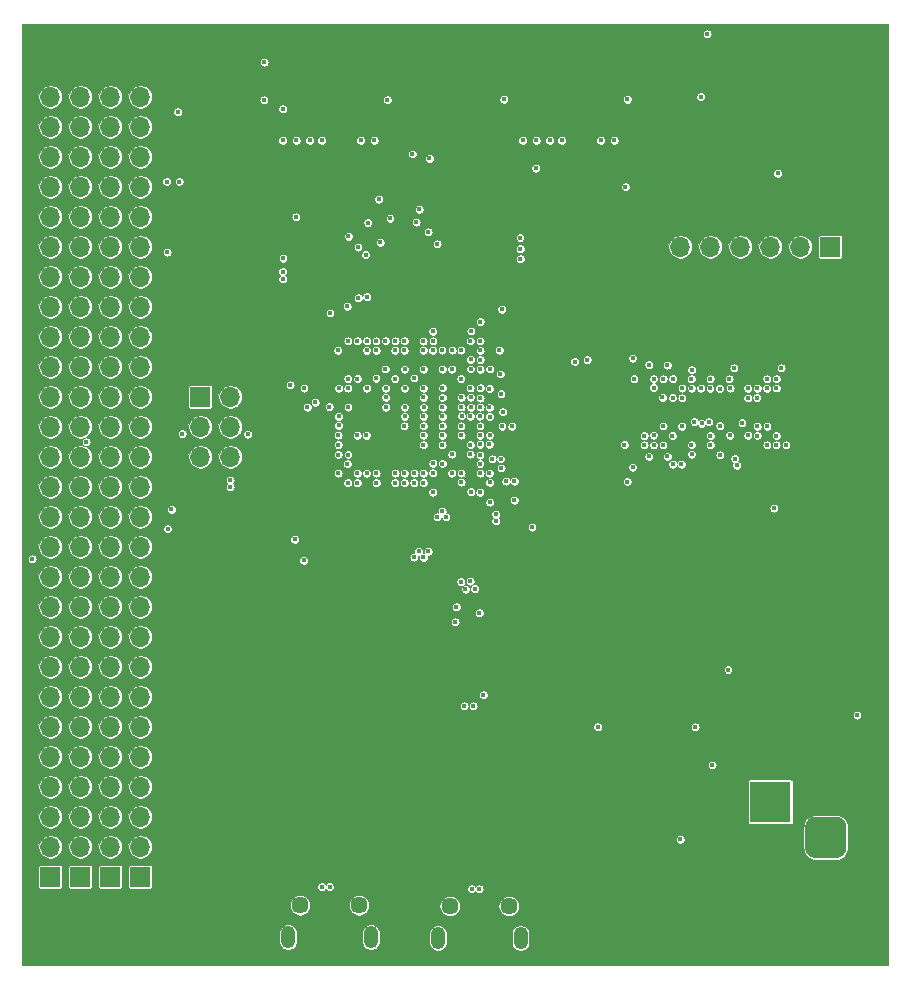
<source format=gbr>
%TF.GenerationSoftware,KiCad,Pcbnew,(5.1.8-0-10_14)*%
%TF.CreationDate,2020-12-07T13:54:23+00:00*%
%TF.ProjectId,STM32MP1_TestBoard,53544d33-324d-4503-915f-54657374426f,rev?*%
%TF.SameCoordinates,Original*%
%TF.FileFunction,Copper,L2,Inr*%
%TF.FilePolarity,Positive*%
%FSLAX46Y46*%
G04 Gerber Fmt 4.6, Leading zero omitted, Abs format (unit mm)*
G04 Created by KiCad (PCBNEW (5.1.8-0-10_14)) date 2020-12-07 13:54:23*
%MOMM*%
%LPD*%
G01*
G04 APERTURE LIST*
%TA.AperFunction,ComponentPad*%
%ADD10R,3.500000X3.500000*%
%TD*%
%TA.AperFunction,ComponentPad*%
%ADD11O,1.200000X1.900000*%
%TD*%
%TA.AperFunction,ComponentPad*%
%ADD12C,1.450000*%
%TD*%
%TA.AperFunction,ComponentPad*%
%ADD13O,1.700000X1.700000*%
%TD*%
%TA.AperFunction,ComponentPad*%
%ADD14R,1.700000X1.700000*%
%TD*%
%TA.AperFunction,ViaPad*%
%ADD15C,0.450000*%
%TD*%
%TA.AperFunction,Conductor*%
%ADD16C,0.100000*%
%TD*%
G04 APERTURE END LIST*
%TO.N,N/C*%
%TO.C,J9*%
%TA.AperFunction,ComponentPad*%
G36*
G01*
X196075000Y-140640000D02*
X194325000Y-140640000D01*
G75*
G02*
X193450000Y-139765000I0J875000D01*
G01*
X193450000Y-138015000D01*
G75*
G02*
X194325000Y-137140000I875000J0D01*
G01*
X196075000Y-137140000D01*
G75*
G02*
X196950000Y-138015000I0J-875000D01*
G01*
X196950000Y-139765000D01*
G75*
G02*
X196075000Y-140640000I-875000J0D01*
G01*
G37*
%TD.AperFunction*%
%TO.N,GNDS*%
%TA.AperFunction,ComponentPad*%
G36*
G01*
X191500000Y-143390000D02*
X189500000Y-143390000D01*
G75*
G02*
X188750000Y-142640000I0J750000D01*
G01*
X188750000Y-141140000D01*
G75*
G02*
X189500000Y-140390000I750000J0D01*
G01*
X191500000Y-140390000D01*
G75*
G02*
X192250000Y-141140000I0J-750000D01*
G01*
X192250000Y-142640000D01*
G75*
G02*
X191500000Y-143390000I-750000J0D01*
G01*
G37*
%TD.AperFunction*%
D10*
%TO.N,Net-(D2-Pad2)*%
X190500000Y-135890000D03*
%TD*%
D11*
%TO.N,Net-(J8-Pad6)*%
%TO.C,J8*%
X156687400Y-147338300D03*
X149687400Y-147338300D03*
D12*
X155687400Y-144638300D03*
X150687400Y-144638300D03*
%TD*%
D13*
%TO.N,/GPIO/DSI_D0_N*%
%TO.C,J7*%
X182880000Y-88900000D03*
%TO.N,/GPIO/DSI_D0_P*%
X185420000Y-88900000D03*
%TO.N,/GPIO/DSI_CK_N*%
X187960000Y-88900000D03*
%TO.N,/GPIO/DSI_CK_P*%
X190500000Y-88900000D03*
%TO.N,/GPIO/DSI_D1_N*%
X193040000Y-88900000D03*
D14*
%TO.N,/GPIO/DSI_D1_P*%
X195580000Y-88900000D03*
%TD*%
D13*
%TO.N,Net-(J5-Pad6)*%
%TO.C,J5*%
X144780000Y-106680000D03*
%TO.N,Net-(J5-Pad5)*%
X142240000Y-106680000D03*
%TO.N,Net-(J5-Pad4)*%
X144780000Y-104140000D03*
%TO.N,Net-(J5-Pad3)*%
X142240000Y-104140000D03*
%TO.N,Net-(J5-Pad2)*%
X144780000Y-101600000D03*
D14*
%TO.N,Net-(J5-Pad1)*%
X142240000Y-101600000D03*
%TD*%
D13*
%TO.N,Net-(J4-Pad27)*%
%TO.C,J4*%
X129540000Y-76200000D03*
%TO.N,Net-(J4-Pad26)*%
X129540000Y-78740000D03*
%TO.N,Net-(J4-Pad25)*%
X129540000Y-81280000D03*
%TO.N,/GPIO/PC8*%
X129540000Y-83820000D03*
%TO.N,/GPIO/PC12*%
X129540000Y-86360000D03*
%TO.N,/GPIO/PB14*%
X129540000Y-88900000D03*
%TO.N,/GPIO/PA9*%
X129540000Y-91440000D03*
%TO.N,/GPIO/PD5*%
X129540000Y-93980000D03*
%TO.N,/GPIO/PE3*%
X129540000Y-96520000D03*
%TO.N,/GPIO/PD7*%
X129540000Y-99060000D03*
%TO.N,/GPIO/PG15*%
X129540000Y-101600000D03*
%TO.N,/GPIO/PE14*%
X129540000Y-104140000D03*
%TO.N,/GPIO/PG12*%
X129540000Y-106680000D03*
%TO.N,/GPIO/PD9*%
X129540000Y-109220000D03*
%TO.N,/GPIO/PA3*%
X129540000Y-111760000D03*
%TO.N,/GPIO/PA5*%
X129540000Y-114300000D03*
%TO.N,/GPIO/PE2*%
X129540000Y-116840000D03*
%TO.N,/GPIO/PG13*%
X129540000Y-119380000D03*
%TO.N,/GPIO/PB1*%
X129540000Y-121920000D03*
%TO.N,/GPIO/PA1*%
X129540000Y-124460000D03*
%TO.N,/GPIO/PF11*%
X129540000Y-127000000D03*
%TO.N,/GPIO/PC0*%
X129540000Y-129540000D03*
%TO.N,/GPIO/PB5*%
X129540000Y-132080000D03*
%TO.N,/GPIO/PB13*%
X129540000Y-134620000D03*
%TO.N,/GPIO/PE7*%
X129540000Y-137160000D03*
%TO.N,/GPIO/PE8*%
X129540000Y-139700000D03*
D14*
%TO.N,/GPIO/PG9*%
X129540000Y-142240000D03*
%TD*%
D13*
%TO.N,Net-(J3-Pad27)*%
%TO.C,J3*%
X132080000Y-76200000D03*
%TO.N,Net-(J3-Pad26)*%
X132080000Y-78740000D03*
%TO.N,Net-(J3-Pad25)*%
X132080000Y-81280000D03*
%TO.N,/GPIO/PC10*%
X132080000Y-83820000D03*
%TO.N,/GPIO/PC6*%
X132080000Y-86360000D03*
%TO.N,/GPIO/PB9*%
X132080000Y-88900000D03*
%TO.N,/GPIO/PB3*%
X132080000Y-91440000D03*
%TO.N,/GPIO/PG6*%
X132080000Y-93980000D03*
%TO.N,/GPIO/PB7*%
X132080000Y-96520000D03*
%TO.N,/GPIO/PE0*%
X132080000Y-99060000D03*
%TO.N,/GPIO/PE1*%
X132080000Y-101600000D03*
%TO.N,/GPIO/PE12*%
X132080000Y-104140000D03*
%TO.N,/GPIO/PD8*%
X132080000Y-106680000D03*
%TO.N,/GPIO/PC14*%
X132080000Y-109220000D03*
%TO.N,/GPIO/PH0*%
X132080000Y-111760000D03*
%TO.N,/GPIO/PA14*%
X132080000Y-114300000D03*
%TO.N,/GPIO/PC2*%
X132080000Y-116840000D03*
%TO.N,/GPIO/PB11*%
X132080000Y-119380000D03*
%TO.N,/GPIO/PB0*%
X132080000Y-121920000D03*
%TO.N,/GPIO/PA6*%
X132080000Y-124460000D03*
%TO.N,/GPIO/PA7*%
X132080000Y-127000000D03*
%TO.N,/GPIO/PG8*%
X132080000Y-129540000D03*
%TO.N,/GPIO/PF10*%
X132080000Y-132080000D03*
%TO.N,/GPIO/PF6*%
X132080000Y-134620000D03*
%TO.N,/GPIO/PE10*%
X132080000Y-137160000D03*
%TO.N,/GPIO/PD13*%
X132080000Y-139700000D03*
D14*
%TO.N,/GPIO/PA10*%
X132080000Y-142240000D03*
%TD*%
D13*
%TO.N,Net-(J2-Pad27)*%
%TO.C,J2*%
X134620000Y-76200000D03*
%TO.N,Net-(J2-Pad26)*%
X134620000Y-78740000D03*
%TO.N,/GPIO/PC11*%
X134620000Y-81280000D03*
%TO.N,/GPIO/PC9*%
X134620000Y-83820000D03*
%TO.N,/GPIO/PC7*%
X134620000Y-86360000D03*
%TO.N,/GPIO/PB15*%
X134620000Y-88900000D03*
%TO.N,/GPIO/PE5*%
X134620000Y-91440000D03*
%TO.N,/GPIO/PD3*%
X134620000Y-93980000D03*
%TO.N,/GPIO/PD10*%
X134620000Y-96520000D03*
%TO.N,/GPIO/PD0*%
X134620000Y-99060000D03*
%TO.N,/GPIO/PE13*%
X134620000Y-101600000D03*
%TO.N,/GPIO/PE15*%
X134620000Y-104140000D03*
%TO.N,/GPIO/PD14*%
X134620000Y-106680000D03*
%TO.N,/GPIO/PC15*%
X134620000Y-109220000D03*
%TO.N,/GPIO/PH1*%
X134620000Y-111760000D03*
%TO.N,/GPIO/PA0*%
X134620000Y-114300000D03*
%TO.N,/GPIO/PC3*%
X134620000Y-116840000D03*
%TO.N,/GPIO/PC1*%
X134620000Y-119380000D03*
%TO.N,/GPIO/PC5*%
X134620000Y-121920000D03*
%TO.N,/GPIO/PB12*%
X134620000Y-124460000D03*
%TO.N,/GPIO/PG11*%
X134620000Y-127000000D03*
%TO.N,/GPIO/PG10*%
X134620000Y-129540000D03*
%TO.N,/GPIO/PD11*%
X134620000Y-132080000D03*
%TO.N,/GPIO/PF9*%
X134620000Y-134620000D03*
%TO.N,/GPIO/PG7*%
X134620000Y-137160000D03*
%TO.N,/GPIO/PB6*%
X134620000Y-139700000D03*
D14*
%TO.N,/GPIO/PA12*%
X134620000Y-142240000D03*
%TD*%
D13*
%TO.N,Net-(J1-Pad27)*%
%TO.C,J1*%
X137160000Y-76200000D03*
%TO.N,Net-(J1-Pad26)*%
X137160000Y-78740000D03*
%TO.N,/GPIO/PE4*%
X137160000Y-81280000D03*
%TO.N,/GPIO/PD2*%
X137160000Y-83820000D03*
%TO.N,/GPIO/PB4*%
X137160000Y-86360000D03*
%TO.N,/GPIO/PA8*%
X137160000Y-88900000D03*
%TO.N,/GPIO/PA15*%
X137160000Y-91440000D03*
%TO.N,/GPIO/PD4*%
X137160000Y-93980000D03*
%TO.N,/GPIO/PD1*%
X137160000Y-96520000D03*
%TO.N,/GPIO/PE6*%
X137160000Y-99060000D03*
%TO.N,/GPIO/PE11*%
X137160000Y-101600000D03*
%TO.N,/GPIO/PD6*%
X137160000Y-104140000D03*
%TO.N,/GPIO/PD15*%
X137160000Y-106680000D03*
%TO.N,/GPIO/PC13*%
X137160000Y-109220000D03*
%TO.N,/GPIO/BOOT_STATUS*%
X137160000Y-111760000D03*
%TO.N,/GPIO/PA4*%
X137160000Y-114300000D03*
%TO.N,/GPIO/PG14*%
X137160000Y-116840000D03*
%TO.N,/GPIO/PA2*%
X137160000Y-119380000D03*
%TO.N,/GPIO/PC4*%
X137160000Y-121920000D03*
%TO.N,/GPIO/PB10*%
X137160000Y-124460000D03*
%TO.N,/GPIO/PB8*%
X137160000Y-127000000D03*
%TO.N,/GPIO/PE9*%
X137160000Y-129540000D03*
%TO.N,/GPIO/PF7*%
X137160000Y-132080000D03*
%TO.N,/GPIO/PF8*%
X137160000Y-134620000D03*
%TO.N,/GPIO/PD12*%
X137160000Y-137160000D03*
%TO.N,/GPIO/PB2*%
X137160000Y-139700000D03*
D14*
%TO.N,/GPIO/PA11*%
X137160000Y-142240000D03*
%TD*%
D11*
%TO.N,Net-(J14-Pad6)*%
%TO.C,J14*%
X169362000Y-147414500D03*
X162362000Y-147414500D03*
D12*
X168362000Y-144714500D03*
X163362000Y-144714500D03*
%TD*%
D15*
%TO.N,GNDS*%
X184785000Y-122555000D03*
X157149800Y-100863400D03*
X157137100Y-101638100D03*
X157124400Y-102463600D03*
X157156200Y-104806800D03*
X157149800Y-104063800D03*
X157124400Y-103251000D03*
X156337000Y-101638100D03*
X155536900Y-100863400D03*
X158724600Y-102463600D03*
X158750000Y-100863400D03*
X157937200Y-100050600D03*
X158724600Y-103263700D03*
X158750000Y-104051100D03*
X158750000Y-104775000D03*
X160350200Y-102463600D03*
X160350200Y-103251000D03*
X161925000Y-100863400D03*
X160343700Y-100863400D03*
X159537400Y-100050600D03*
X161137600Y-100050600D03*
X160350200Y-104051100D03*
X160350200Y-104851200D03*
X160324800Y-105664000D03*
X161137600Y-106451400D03*
X161925000Y-104051100D03*
X162737800Y-100050600D03*
X163550600Y-102463600D03*
X163550600Y-103251000D03*
X163550600Y-104851200D03*
X163525200Y-107238800D03*
X162737800Y-106451400D03*
X158737300Y-105664000D03*
X158750000Y-106426000D03*
X155524200Y-102438200D03*
X156337000Y-106426000D03*
X154736800Y-108051600D03*
X164338000Y-99250500D03*
X160324800Y-99263200D03*
X158724600Y-99263200D03*
X155536900Y-103251000D03*
X156324300Y-108864400D03*
X157937200Y-108051600D03*
X156337000Y-99237800D03*
X152730200Y-110591600D03*
X152299000Y-95657000D03*
X153898600Y-98464000D03*
X154736800Y-79883000D03*
X175056800Y-79883000D03*
X193116200Y-80010000D03*
X153924000Y-100050594D03*
X153136600Y-106476800D03*
X165149000Y-108839000D03*
X165125000Y-97663000D03*
X189407800Y-99237800D03*
X182620000Y-99243800D03*
X190500000Y-144780000D03*
X177867500Y-134933500D03*
X176419000Y-146955000D03*
X169836500Y-117830000D03*
X182245000Y-122555000D03*
X182245000Y-125095000D03*
X183515000Y-122555000D03*
X183515000Y-125095000D03*
X182245000Y-123825000D03*
X183515000Y-123825000D03*
X184785000Y-123825000D03*
X184785000Y-125095000D03*
X182245000Y-126365000D03*
X183515000Y-126365000D03*
X184785000Y-126365000D03*
X172212000Y-134112000D03*
X190601600Y-101701600D03*
X184632600Y-100063300D03*
X190619998Y-99136200D03*
X184632600Y-105664000D03*
X191439800Y-106616500D03*
X189445902Y-105664000D03*
X188607700Y-105664000D03*
X180979090Y-106638610D03*
X182620002Y-106638610D03*
X179420000Y-106638610D03*
X179463700Y-108556310D03*
X189738000Y-95504000D03*
X185826400Y-107365802D03*
X181025800Y-98882200D03*
X177673000Y-98450400D03*
X168376600Y-113080800D03*
X179418359Y-98875246D03*
X187020202Y-105664000D03*
X186655000Y-74286000D03*
X191820800Y-74295000D03*
X162687000Y-92659200D03*
X161144999Y-98450400D03*
X162737800Y-108026200D03*
X154736800Y-105638600D03*
X159537400Y-107238800D03*
X163550609Y-105664000D03*
X163550609Y-104051100D03*
X149783800Y-98069400D03*
X149910800Y-104266998D03*
X167162000Y-143734000D03*
X155002900Y-141134500D03*
X182829200Y-71475600D03*
X156336798Y-96062800D03*
X166725600Y-96037400D03*
X167487600Y-110378990D03*
X190222281Y-112925687D03*
X190625009Y-106572700D03*
%TO.N,/DebugInterface1/3.3V_VDD*%
X153950000Y-104013000D03*
X152527000Y-79883000D03*
X172847000Y-79883000D03*
X156311600Y-104851200D03*
X153924000Y-105638600D03*
X139801600Y-111125000D03*
X161941799Y-107222001D03*
X178244500Y-83820000D03*
X191135000Y-82677000D03*
X162750500Y-100838000D03*
X161925000Y-96051000D03*
X149225000Y-77216000D03*
X164592000Y-127761998D03*
%TO.N,Net-(C4-Pad1)*%
X184150000Y-129540000D03*
X175895000Y-129540000D03*
X186922500Y-124692500D03*
%TO.N,/PSU/1.35V_VDDCORE*%
X159512000Y-104051100D03*
X159537400Y-103238300D03*
X159537400Y-102463600D03*
X159537400Y-100863400D03*
X158724600Y-100050600D03*
X157937200Y-100863400D03*
X157124400Y-100025200D03*
X157937200Y-101638100D03*
X157949900Y-102463600D03*
X161137600Y-101638100D03*
X161150300Y-102463600D03*
X161137600Y-103238300D03*
X161137600Y-104051100D03*
X160324800Y-99999800D03*
X161137600Y-100863400D03*
X161124900Y-104838500D03*
X162737800Y-104851200D03*
X162737800Y-104051100D03*
X162750500Y-103251000D03*
X162737800Y-102463600D03*
X162737800Y-101650800D03*
X161137600Y-99250500D03*
X162737800Y-99250500D03*
X163537900Y-99250500D03*
X164338000Y-101638100D03*
X164338000Y-102463600D03*
X164363400Y-103200200D03*
X157911800Y-99237800D03*
X156337000Y-100863400D03*
X161137600Y-105664000D03*
X162725100Y-105664000D03*
X163550600Y-106451400D03*
X164338000Y-104838500D03*
X164325300Y-104051100D03*
X154736800Y-100863400D03*
X159537400Y-99250500D03*
X190813500Y-111014700D03*
X183819800Y-100076000D03*
X185420000Y-100063300D03*
X190220600Y-100063300D03*
X191420000Y-99136200D03*
X183832500Y-105657500D03*
X191833500Y-105664000D03*
X181791808Y-106638610D03*
X180219997Y-106638610D03*
X197850000Y-128540000D03*
X186232800Y-104038400D03*
X181787800Y-98907600D03*
X180225700Y-98872790D03*
X187426600Y-99136200D03*
X186232800Y-106502200D03*
X155555450Y-100056450D03*
%TO.N,/PSU/1V8_DETECT*%
X161950400Y-96850200D03*
X165354000Y-127762000D03*
X163830000Y-120650000D03*
%TO.N,Net-(C12-Pad2)*%
X155525212Y-104860210D03*
%TO.N,/DebugInterface1/NRST*%
X184607200Y-76174600D03*
X151968202Y-102057200D03*
X185166000Y-70866000D03*
%TO.N,Net-(C14-Pad2)*%
X153923998Y-104838500D03*
%TO.N,Net-(C15-Pad1)*%
X153162500Y-102425500D03*
%TO.N,/PSU/3V3_USB*%
X166217600Y-126822200D03*
X163920968Y-119380000D03*
%TO.N,/DDR/DDR_VREF*%
X182245002Y-107291990D03*
X187020200Y-100069993D03*
X182219600Y-104876600D03*
X178384200Y-108762796D03*
%TO.N,Net-(C69-Pad2)*%
X165160594Y-96014807D03*
%TO.N,Net-(C69-Pad1)*%
X161925000Y-97663000D03*
%TO.N,/DebugInterface1/SWO*%
X162712400Y-97647000D03*
X169316400Y-88112600D03*
%TO.N,/DebugInterface1/SWCLK*%
X164312600Y-97647000D03*
X169341800Y-89916000D03*
%TO.N,/DebugInterface1/SWDIO*%
X163566941Y-97647000D03*
X169341800Y-89052400D03*
%TO.N,/GPIO/BOOT_STATUS*%
X140335000Y-77470000D03*
%TO.N,Net-(J12-Pad9)*%
X178409600Y-76403200D03*
X167944800Y-76403198D03*
%TO.N,Net-(J13-Pad9)*%
X147624800Y-76454000D03*
X158089600Y-76454000D03*
%TO.N,/DDR/DDR_CKE*%
X183838600Y-106451400D03*
X167665400Y-106857800D03*
%TO.N,Net-(R10-Pad1)*%
X166751000Y-99237800D03*
%TO.N,Net-(R11-Pad1)*%
X182968900Y-107291990D03*
%TO.N,Net-(R15-Pad1)*%
X175006000Y-98450400D03*
X164312599Y-100050600D03*
%TO.N,/DDR/DDR_A12*%
X165925100Y-104051100D03*
X181432201Y-104063800D03*
%TO.N,/DDR/DDR_A14*%
X178155593Y-105638609D03*
X166712600Y-105612577D03*
%TO.N,/DDR/DDR_ODT*%
X183845200Y-99314000D03*
X167703600Y-101330010D03*
%TO.N,/DDR/DDR_A0*%
X165937902Y-101697820D03*
X181374019Y-101644042D03*
%TO.N,/DDR/DDR_A2*%
X165950012Y-100837988D03*
X180619400Y-100803190D03*
%TO.N,/DDR/DDR_A4*%
X180619400Y-105676700D03*
X165100000Y-106451400D03*
%TO.N,/DDR/DDR_A6*%
X165112700Y-105638700D03*
X179832000Y-105664000D03*
%TO.N,/DDR/DDR_A8*%
X165925502Y-107251500D03*
X178841400Y-107543600D03*
%TO.N,/DDR/DDR_A10*%
X168630600Y-104089200D03*
X183007000Y-104089200D03*
%TO.N,/DDR/DDR_BA0*%
X182245000Y-100050600D03*
X166725600Y-100896041D03*
%TO.N,/DDR/DDR_BA2*%
X165138100Y-102476300D03*
X182229399Y-101660601D03*
%TO.N,/DDR/DDR_CASN*%
X165112700Y-103238300D03*
X183832603Y-100859370D03*
%TO.N,/DDR/DDR_A13*%
X165935183Y-99263200D03*
X173939200Y-98602800D03*
%TO.N,/DDR/DDR_WEN*%
X165938202Y-102463600D03*
X183019700Y-101676200D03*
%TO.N,/DDR/DDR_A5*%
X180619400Y-100076000D03*
X165125400Y-101625400D03*
%TO.N,/DDR/DDR_A7*%
X165125400Y-99237802D03*
X178841400Y-98323400D03*
%TO.N,/DDR/DDR_A9*%
X165100000Y-100850700D03*
X178968400Y-100060010D03*
%TO.N,/DDR/DDR_A11*%
X166735687Y-104844677D03*
X179832000Y-104882711D03*
%TO.N,/DDR/DDR_BA1*%
X181419500Y-105670500D03*
X165927291Y-105612577D03*
%TO.N,/DDR/DDR_RASN*%
X184619900Y-100863400D03*
X165895161Y-103235010D03*
%TO.N,/DDR/DDR_CSN*%
X166713443Y-102489864D03*
X183032394Y-100857600D03*
%TO.N,/DDR/DDR_A1*%
X165925500Y-104851500D03*
X180619404Y-104844677D03*
%TO.N,/DDR/DDR_A3*%
X181432200Y-100063300D03*
X167652800Y-99657000D03*
%TO.N,/DDR/DDR_DQ11*%
X190195200Y-100876100D03*
X166763700Y-110515400D03*
%TO.N,/DDR/DDR_DQ6*%
X167563800Y-97637600D03*
X186207400Y-100888800D03*
%TO.N,/DDR/DDR_DQ12*%
X191020700Y-104876600D03*
X167259000Y-111540810D03*
%TO.N,/DDR/DDR_DQ14*%
X191008000Y-105664000D03*
X165912800Y-109677198D03*
%TO.N,/DDR/DDR_DQM1*%
X188607700Y-104851200D03*
X166742734Y-108841059D03*
%TO.N,/DDR/DDR_DQ13*%
X166725600Y-108051604D03*
X191020700Y-100063300D03*
X170332400Y-112623600D03*
X168122600Y-108737398D03*
%TO.N,/DDR/DDR_DQ10*%
X190213996Y-105664000D03*
X166954200Y-106845100D03*
X168833800Y-108737400D03*
X167716200Y-107619800D03*
X168833800Y-110337600D03*
%TO.N,/DDR/DDR_DQ8*%
X189395100Y-104869600D03*
X165931002Y-106532601D03*
%TO.N,/DDR/DDR_DQ4*%
X185407300Y-100876100D03*
X165938200Y-98440990D03*
%TO.N,/DDR/DDR_DQ2*%
X165938200Y-97664194D03*
X187105800Y-100861937D03*
%TO.N,/DDR/DDR_DQM0*%
X189407800Y-100876100D03*
X188595000Y-101695000D03*
X165938200Y-96864200D03*
%TO.N,/DDR/DDR_DQ7*%
X185432403Y-104876600D03*
X184683400Y-103835200D03*
%TO.N,/DDR/DDR_DQ1*%
X188112400Y-103784400D03*
X167767000Y-94183200D03*
%TO.N,/DDR/DDR_DQ15*%
X191020700Y-100850700D03*
X167259000Y-112080823D03*
%TO.N,/DDR/DDR_DQ9*%
X165938200Y-108051600D03*
X189369700Y-101663500D03*
%TO.N,/DDR/DDR_DQ5*%
X185426000Y-105664000D03*
X165125398Y-98425000D03*
%TO.N,/DDR/DDR_DQ3*%
X165112702Y-96862900D03*
X187064545Y-104856045D03*
%TO.N,/DDR/DDR_DQ0*%
X165938200Y-95224600D03*
X188595000Y-100876100D03*
%TO.N,/GPIO/USB_Conn/USB_D1_P*%
X165212000Y-143256000D03*
X162721410Y-111277400D03*
%TO.N,/GPIO/USB_Conn/USB_D2_P*%
X153187400Y-143065492D03*
X162303578Y-111760000D03*
%TO.N,/DDR/DDR_CLK_N*%
X184073806Y-103695500D03*
X167843200Y-102870004D03*
%TO.N,/DDR/DDR_CLK_P*%
X185293002Y-103708200D03*
X167792400Y-104089200D03*
%TO.N,/DDR/DDR_DQS1_P*%
X189400787Y-104089200D03*
X187655202Y-107391200D03*
%TO.N,/DDR/DDR_DQS1_N*%
X187502800Y-106832400D03*
X190234211Y-104089200D03*
%TO.N,/GPIO/USB_Conn/USB_D1_N*%
X165862000Y-143256000D03*
X163033590Y-111760000D03*
%TO.N,/GPIO/USB_Conn/USB_D2_N*%
X152526999Y-143065501D03*
X161925000Y-109663000D03*
%TO.N,/GPIO/PB6*%
X161925000Y-108026200D03*
X161544000Y-114681000D03*
%TO.N,/GPIO/PC9*%
X177292000Y-79883000D03*
X157353000Y-84861400D03*
X160204150Y-81032350D03*
%TO.N,/GPIO/PC8*%
X176149000Y-79883000D03*
X161112200Y-96875600D03*
X160782000Y-85725000D03*
X140462000Y-83362800D03*
%TO.N,/GPIO/PC12*%
X159524700Y-96850200D03*
X161645598Y-81407000D03*
X156438600Y-86842600D03*
%TO.N,/GPIO/PD2*%
X171831000Y-79883000D03*
X161544000Y-87630000D03*
%TO.N,/GPIO/PC11*%
X170688000Y-79883000D03*
X162306000Y-88646000D03*
X170649900Y-82232500D03*
%TO.N,/GPIO/PC10*%
X169545000Y-79883000D03*
X160528000Y-86804500D03*
X161124900Y-97650300D03*
X139395200Y-83362800D03*
%TO.N,/GPIO/PB15*%
X156972000Y-79883000D03*
X154791180Y-88005022D03*
%TO.N,/GPIO/PB13*%
X155829000Y-79883000D03*
X159524700Y-108051600D03*
%TO.N,/GPIO/PC1*%
X147650200Y-73253600D03*
%TO.N,/GPIO/PA0*%
X151511000Y-79883000D03*
X128016000Y-115315996D03*
%TO.N,/GPIO/PB4*%
X150368000Y-79883000D03*
X150342600Y-86360000D03*
%TO.N,/GPIO/PB3*%
X149225000Y-79883000D03*
X149250400Y-89865200D03*
%TO.N,/GPIO/PA11*%
X165150796Y-109626402D03*
X165871010Y-119888000D03*
%TO.N,/GPIO/PA12*%
X164338000Y-108812613D03*
X165481000Y-117830596D03*
%TO.N,/GPIO/PA10*%
X164338000Y-108050000D03*
X165090990Y-117204610D03*
%TO.N,/GPIO/PG9*%
X163537900Y-108051600D03*
X164700988Y-117875124D03*
%TO.N,/GPIO/PB2*%
X162737800Y-107238800D03*
X164310978Y-117248024D03*
%TO.N,/GPIO/PD13*%
X161137600Y-108864400D03*
X161137600Y-115189000D03*
%TO.N,/GPIO/PD12*%
X160324800Y-108864400D03*
X160324800Y-115163600D03*
%TO.N,/GPIO/PE8*%
X161125600Y-108051600D03*
X160731200Y-114681000D03*
%TO.N,/GPIO/PF8*%
X159524700Y-108864400D03*
%TO.N,/GPIO/PE7*%
X160350200Y-108051600D03*
%TO.N,/GPIO/PC6*%
X158305500Y-86487000D03*
X159512000Y-97650300D03*
%TO.N,/GPIO/PF10*%
X158724600Y-108864400D03*
%TO.N,/GPIO/PB9*%
X158724600Y-97650300D03*
X139446000Y-89344500D03*
X155600400Y-88925400D03*
%TO.N,/GPIO/PB14*%
X158750000Y-96850200D03*
X157480002Y-88519000D03*
%TO.N,/GPIO/PB5*%
X158750000Y-108051600D03*
%TO.N,/GPIO/PA9*%
X157924500Y-96850200D03*
X156235400Y-89560400D03*
%TO.N,/GPIO/PG8*%
X157149800Y-108864400D03*
%TO.N,/GPIO/PC0*%
X157137100Y-108051600D03*
%TO.N,/GPIO/PD5*%
X157137100Y-97650300D03*
X149225000Y-91617800D03*
%TO.N,/GPIO/PA15*%
X157128083Y-96850200D03*
X149225000Y-90982800D03*
%TO.N,/GPIO/PA7*%
X156324300Y-108051600D03*
%TO.N,/GPIO/PD4*%
X156324300Y-97650300D03*
X155625800Y-93218000D03*
%TO.N,/GPIO/PD3*%
X156337000Y-96850200D03*
X156337000Y-93116400D03*
%TO.N,/GPIO/PF11*%
X155536900Y-108864400D03*
%TO.N,/GPIO/PA6*%
X155536900Y-108051600D03*
%TO.N,/GPIO/PD10*%
X155536900Y-96850200D03*
X154686000Y-93929200D03*
%TO.N,/GPIO/PA1*%
X154724100Y-108864400D03*
%TO.N,/GPIO/PA4*%
X154701909Y-107261091D03*
X150240996Y-113664996D03*
%TO.N,/GPIO/PA5*%
X154749500Y-106476800D03*
X139472399Y-112775001D03*
%TO.N,/GPIO/PE0*%
X153225500Y-94497000D03*
X154736798Y-96850202D03*
%TO.N,/GPIO/PC3*%
X153924000Y-108051600D03*
X151003000Y-115442986D03*
%TO.N,/GPIO/PA3*%
X153924000Y-106476800D03*
%TO.N,/GPIO/PC13*%
X153949400Y-103251000D03*
X144780002Y-109220000D03*
%TO.N,/GPIO/PD9*%
X153959926Y-100861425D03*
X151028400Y-100863400D03*
%TO.N,/GPIO/PD14*%
X154736800Y-100050600D03*
X149860000Y-100584000D03*
%TO.N,/GPIO/PE14*%
X153898600Y-97663000D03*
%TO.N,/GPIO/PG12*%
X132588000Y-105410000D03*
X140716000Y-104711500D03*
X146253200Y-104749600D03*
%TO.N,Net-(J5-Pad6)*%
X144780000Y-108635800D03*
%TO.N,Net-(J5-Pad4)*%
X154749500Y-102463600D03*
%TO.N,Net-(J5-Pad2)*%
X151307800Y-102463600D03*
%TO.N,Net-(C1-Pad1)*%
X185590000Y-132764990D03*
X182880000Y-139065000D03*
%TO.N,Net-(U1-PadK18)*%
X166733898Y-103259898D03*
%TD*%
D16*
%TO.N,GNDS*%
X200485001Y-149685000D02*
X127175000Y-149685000D01*
X127175000Y-146951465D01*
X148937400Y-146951465D01*
X148937400Y-147725134D01*
X148948253Y-147835325D01*
X148991139Y-147976700D01*
X149060781Y-148106992D01*
X149154505Y-148221195D01*
X149268707Y-148314919D01*
X149398999Y-148384561D01*
X149540374Y-148427447D01*
X149687400Y-148441928D01*
X149834425Y-148427447D01*
X149975800Y-148384561D01*
X150106092Y-148314919D01*
X150220295Y-148221195D01*
X150314019Y-148106993D01*
X150383661Y-147976701D01*
X150426547Y-147835326D01*
X150437400Y-147725135D01*
X150437400Y-146951466D01*
X155937400Y-146951466D01*
X155937400Y-147725135D01*
X155948253Y-147835326D01*
X155991140Y-147976701D01*
X156060782Y-148106993D01*
X156154506Y-148221195D01*
X156268708Y-148314919D01*
X156399000Y-148384561D01*
X156540375Y-148427447D01*
X156687400Y-148441928D01*
X156834426Y-148427447D01*
X156975801Y-148384561D01*
X157106093Y-148314919D01*
X157220295Y-148221195D01*
X157314019Y-148106993D01*
X157383661Y-147976701D01*
X157426547Y-147835326D01*
X157437400Y-147725135D01*
X157437400Y-147027665D01*
X161612000Y-147027665D01*
X161612000Y-147801334D01*
X161622853Y-147911525D01*
X161665739Y-148052900D01*
X161735381Y-148183192D01*
X161829105Y-148297395D01*
X161943307Y-148391119D01*
X162073599Y-148460761D01*
X162214974Y-148503647D01*
X162362000Y-148518128D01*
X162509025Y-148503647D01*
X162650400Y-148460761D01*
X162780692Y-148391119D01*
X162894895Y-148297395D01*
X162988619Y-148183193D01*
X163058261Y-148052901D01*
X163101147Y-147911526D01*
X163112000Y-147801335D01*
X163112000Y-147027666D01*
X168612000Y-147027666D01*
X168612000Y-147801335D01*
X168622853Y-147911526D01*
X168665740Y-148052901D01*
X168735382Y-148183193D01*
X168829106Y-148297395D01*
X168943308Y-148391119D01*
X169073600Y-148460761D01*
X169214975Y-148503647D01*
X169362000Y-148518128D01*
X169509026Y-148503647D01*
X169650401Y-148460761D01*
X169780693Y-148391119D01*
X169894895Y-148297395D01*
X169988619Y-148183193D01*
X170058261Y-148052901D01*
X170101147Y-147911526D01*
X170112000Y-147801335D01*
X170112000Y-147027665D01*
X170101147Y-146917474D01*
X170058261Y-146776099D01*
X169988619Y-146645807D01*
X169894895Y-146531605D01*
X169780692Y-146437881D01*
X169650400Y-146368239D01*
X169509025Y-146325353D01*
X169362000Y-146310872D01*
X169214974Y-146325353D01*
X169073599Y-146368239D01*
X168943307Y-146437881D01*
X168829105Y-146531605D01*
X168735381Y-146645808D01*
X168665739Y-146776100D01*
X168622853Y-146917475D01*
X168612000Y-147027666D01*
X163112000Y-147027666D01*
X163112000Y-147027665D01*
X163101147Y-146917474D01*
X163058261Y-146776099D01*
X162988619Y-146645807D01*
X162894895Y-146531605D01*
X162780693Y-146437881D01*
X162650401Y-146368239D01*
X162509026Y-146325353D01*
X162362000Y-146310872D01*
X162214975Y-146325353D01*
X162073600Y-146368239D01*
X161943308Y-146437881D01*
X161829106Y-146531605D01*
X161735382Y-146645807D01*
X161665740Y-146776099D01*
X161622853Y-146917474D01*
X161612000Y-147027665D01*
X157437400Y-147027665D01*
X157437400Y-146951465D01*
X157426547Y-146841274D01*
X157383661Y-146699899D01*
X157314019Y-146569607D01*
X157220295Y-146455405D01*
X157106092Y-146361681D01*
X156975800Y-146292039D01*
X156834425Y-146249153D01*
X156687400Y-146234672D01*
X156540374Y-146249153D01*
X156398999Y-146292039D01*
X156268707Y-146361681D01*
X156154505Y-146455405D01*
X156060781Y-146569608D01*
X155991139Y-146699900D01*
X155948253Y-146841275D01*
X155937400Y-146951466D01*
X150437400Y-146951466D01*
X150437400Y-146951465D01*
X150426547Y-146841274D01*
X150383661Y-146699899D01*
X150314019Y-146569607D01*
X150220295Y-146455405D01*
X150106093Y-146361681D01*
X149975801Y-146292039D01*
X149834426Y-146249153D01*
X149687400Y-146234672D01*
X149540375Y-146249153D01*
X149399000Y-146292039D01*
X149268708Y-146361681D01*
X149154506Y-146455405D01*
X149060782Y-146569607D01*
X148991140Y-146699899D01*
X148948253Y-146841274D01*
X148937400Y-146951465D01*
X127175000Y-146951465D01*
X127175000Y-144552120D01*
X149812400Y-144552120D01*
X149812400Y-144724480D01*
X149846026Y-144893528D01*
X149911985Y-145052768D01*
X150007743Y-145196080D01*
X150129620Y-145317957D01*
X150272932Y-145413715D01*
X150432172Y-145479674D01*
X150601220Y-145513300D01*
X150773580Y-145513300D01*
X150942628Y-145479674D01*
X151101868Y-145413715D01*
X151245180Y-145317957D01*
X151367057Y-145196080D01*
X151462815Y-145052768D01*
X151528774Y-144893528D01*
X151562400Y-144724480D01*
X151562400Y-144552120D01*
X154812400Y-144552120D01*
X154812400Y-144724480D01*
X154846026Y-144893528D01*
X154911985Y-145052768D01*
X155007743Y-145196080D01*
X155129620Y-145317957D01*
X155272932Y-145413715D01*
X155432172Y-145479674D01*
X155601220Y-145513300D01*
X155773580Y-145513300D01*
X155942628Y-145479674D01*
X156101868Y-145413715D01*
X156245180Y-145317957D01*
X156367057Y-145196080D01*
X156462815Y-145052768D01*
X156528774Y-144893528D01*
X156562400Y-144724480D01*
X156562400Y-144628320D01*
X162487000Y-144628320D01*
X162487000Y-144800680D01*
X162520626Y-144969728D01*
X162586585Y-145128968D01*
X162682343Y-145272280D01*
X162804220Y-145394157D01*
X162947532Y-145489915D01*
X163106772Y-145555874D01*
X163275820Y-145589500D01*
X163448180Y-145589500D01*
X163617228Y-145555874D01*
X163776468Y-145489915D01*
X163919780Y-145394157D01*
X164041657Y-145272280D01*
X164137415Y-145128968D01*
X164203374Y-144969728D01*
X164237000Y-144800680D01*
X164237000Y-144628320D01*
X167487000Y-144628320D01*
X167487000Y-144800680D01*
X167520626Y-144969728D01*
X167586585Y-145128968D01*
X167682343Y-145272280D01*
X167804220Y-145394157D01*
X167947532Y-145489915D01*
X168106772Y-145555874D01*
X168275820Y-145589500D01*
X168448180Y-145589500D01*
X168617228Y-145555874D01*
X168776468Y-145489915D01*
X168919780Y-145394157D01*
X169041657Y-145272280D01*
X169137415Y-145128968D01*
X169203374Y-144969728D01*
X169237000Y-144800680D01*
X169237000Y-144628320D01*
X169203374Y-144459272D01*
X169137415Y-144300032D01*
X169041657Y-144156720D01*
X168919780Y-144034843D01*
X168776468Y-143939085D01*
X168617228Y-143873126D01*
X168448180Y-143839500D01*
X168275820Y-143839500D01*
X168106772Y-143873126D01*
X167947532Y-143939085D01*
X167804220Y-144034843D01*
X167682343Y-144156720D01*
X167586585Y-144300032D01*
X167520626Y-144459272D01*
X167487000Y-144628320D01*
X164237000Y-144628320D01*
X164203374Y-144459272D01*
X164137415Y-144300032D01*
X164041657Y-144156720D01*
X163919780Y-144034843D01*
X163776468Y-143939085D01*
X163617228Y-143873126D01*
X163448180Y-143839500D01*
X163275820Y-143839500D01*
X163106772Y-143873126D01*
X162947532Y-143939085D01*
X162804220Y-144034843D01*
X162682343Y-144156720D01*
X162586585Y-144300032D01*
X162520626Y-144459272D01*
X162487000Y-144628320D01*
X156562400Y-144628320D01*
X156562400Y-144552120D01*
X156528774Y-144383072D01*
X156462815Y-144223832D01*
X156367057Y-144080520D01*
X156245180Y-143958643D01*
X156101868Y-143862885D01*
X155942628Y-143796926D01*
X155773580Y-143763300D01*
X155601220Y-143763300D01*
X155432172Y-143796926D01*
X155272932Y-143862885D01*
X155129620Y-143958643D01*
X155007743Y-144080520D01*
X154911985Y-144223832D01*
X154846026Y-144383072D01*
X154812400Y-144552120D01*
X151562400Y-144552120D01*
X151528774Y-144383072D01*
X151462815Y-144223832D01*
X151367057Y-144080520D01*
X151245180Y-143958643D01*
X151101868Y-143862885D01*
X150942628Y-143796926D01*
X150773580Y-143763300D01*
X150601220Y-143763300D01*
X150432172Y-143796926D01*
X150272932Y-143862885D01*
X150129620Y-143958643D01*
X150007743Y-144080520D01*
X149911985Y-144223832D01*
X149846026Y-144383072D01*
X149812400Y-144552120D01*
X127175000Y-144552120D01*
X127175000Y-141390000D01*
X128539275Y-141390000D01*
X128539275Y-143090000D01*
X128542171Y-143119405D01*
X128550748Y-143147680D01*
X128564677Y-143173738D01*
X128583421Y-143196579D01*
X128606262Y-143215323D01*
X128632320Y-143229252D01*
X128660595Y-143237829D01*
X128690000Y-143240725D01*
X130390000Y-143240725D01*
X130419405Y-143237829D01*
X130447680Y-143229252D01*
X130473738Y-143215323D01*
X130496579Y-143196579D01*
X130515323Y-143173738D01*
X130529252Y-143147680D01*
X130537829Y-143119405D01*
X130540725Y-143090000D01*
X130540725Y-141390000D01*
X131079275Y-141390000D01*
X131079275Y-143090000D01*
X131082171Y-143119405D01*
X131090748Y-143147680D01*
X131104677Y-143173738D01*
X131123421Y-143196579D01*
X131146262Y-143215323D01*
X131172320Y-143229252D01*
X131200595Y-143237829D01*
X131230000Y-143240725D01*
X132930000Y-143240725D01*
X132959405Y-143237829D01*
X132987680Y-143229252D01*
X133013738Y-143215323D01*
X133036579Y-143196579D01*
X133055323Y-143173738D01*
X133069252Y-143147680D01*
X133077829Y-143119405D01*
X133080725Y-143090000D01*
X133080725Y-141390000D01*
X133619275Y-141390000D01*
X133619275Y-143090000D01*
X133622171Y-143119405D01*
X133630748Y-143147680D01*
X133644677Y-143173738D01*
X133663421Y-143196579D01*
X133686262Y-143215323D01*
X133712320Y-143229252D01*
X133740595Y-143237829D01*
X133770000Y-143240725D01*
X135470000Y-143240725D01*
X135499405Y-143237829D01*
X135527680Y-143229252D01*
X135553738Y-143215323D01*
X135576579Y-143196579D01*
X135595323Y-143173738D01*
X135609252Y-143147680D01*
X135617829Y-143119405D01*
X135620725Y-143090000D01*
X135620725Y-141390000D01*
X136159275Y-141390000D01*
X136159275Y-143090000D01*
X136162171Y-143119405D01*
X136170748Y-143147680D01*
X136184677Y-143173738D01*
X136203421Y-143196579D01*
X136226262Y-143215323D01*
X136252320Y-143229252D01*
X136280595Y-143237829D01*
X136310000Y-143240725D01*
X138010000Y-143240725D01*
X138039405Y-143237829D01*
X138067680Y-143229252D01*
X138093738Y-143215323D01*
X138116579Y-143196579D01*
X138135323Y-143173738D01*
X138149252Y-143147680D01*
X138157829Y-143119405D01*
X138160725Y-143090000D01*
X138160725Y-143028567D01*
X152151999Y-143028567D01*
X152151999Y-143102435D01*
X152166410Y-143174884D01*
X152194679Y-143243130D01*
X152235718Y-143304549D01*
X152287951Y-143356782D01*
X152349370Y-143397821D01*
X152417616Y-143426090D01*
X152490065Y-143440501D01*
X152563933Y-143440501D01*
X152636382Y-143426090D01*
X152704628Y-143397821D01*
X152766047Y-143356782D01*
X152818280Y-143304549D01*
X152857203Y-143246298D01*
X152896119Y-143304540D01*
X152948352Y-143356773D01*
X153009771Y-143397812D01*
X153078017Y-143426081D01*
X153150466Y-143440492D01*
X153224334Y-143440492D01*
X153296783Y-143426081D01*
X153365029Y-143397812D01*
X153426448Y-143356773D01*
X153478681Y-143304540D01*
X153519720Y-143243121D01*
X153529684Y-143219066D01*
X164837000Y-143219066D01*
X164837000Y-143292934D01*
X164851411Y-143365383D01*
X164879680Y-143433629D01*
X164920719Y-143495048D01*
X164972952Y-143547281D01*
X165034371Y-143588320D01*
X165102617Y-143616589D01*
X165175066Y-143631000D01*
X165248934Y-143631000D01*
X165321383Y-143616589D01*
X165389629Y-143588320D01*
X165451048Y-143547281D01*
X165503281Y-143495048D01*
X165537000Y-143444584D01*
X165570719Y-143495048D01*
X165622952Y-143547281D01*
X165684371Y-143588320D01*
X165752617Y-143616589D01*
X165825066Y-143631000D01*
X165898934Y-143631000D01*
X165971383Y-143616589D01*
X166039629Y-143588320D01*
X166101048Y-143547281D01*
X166153281Y-143495048D01*
X166194320Y-143433629D01*
X166222589Y-143365383D01*
X166237000Y-143292934D01*
X166237000Y-143219066D01*
X166222589Y-143146617D01*
X166194320Y-143078371D01*
X166153281Y-143016952D01*
X166101048Y-142964719D01*
X166039629Y-142923680D01*
X165971383Y-142895411D01*
X165898934Y-142881000D01*
X165825066Y-142881000D01*
X165752617Y-142895411D01*
X165684371Y-142923680D01*
X165622952Y-142964719D01*
X165570719Y-143016952D01*
X165537000Y-143067416D01*
X165503281Y-143016952D01*
X165451048Y-142964719D01*
X165389629Y-142923680D01*
X165321383Y-142895411D01*
X165248934Y-142881000D01*
X165175066Y-142881000D01*
X165102617Y-142895411D01*
X165034371Y-142923680D01*
X164972952Y-142964719D01*
X164920719Y-143016952D01*
X164879680Y-143078371D01*
X164851411Y-143146617D01*
X164837000Y-143219066D01*
X153529684Y-143219066D01*
X153547989Y-143174875D01*
X153562400Y-143102426D01*
X153562400Y-143028558D01*
X153547989Y-142956109D01*
X153519720Y-142887863D01*
X153478681Y-142826444D01*
X153426448Y-142774211D01*
X153365029Y-142733172D01*
X153296783Y-142704903D01*
X153224334Y-142690492D01*
X153150466Y-142690492D01*
X153078017Y-142704903D01*
X153009771Y-142733172D01*
X152948352Y-142774211D01*
X152896119Y-142826444D01*
X152857196Y-142884695D01*
X152818280Y-142826453D01*
X152766047Y-142774220D01*
X152704628Y-142733181D01*
X152636382Y-142704912D01*
X152563933Y-142690501D01*
X152490065Y-142690501D01*
X152417616Y-142704912D01*
X152349370Y-142733181D01*
X152287951Y-142774220D01*
X152235718Y-142826453D01*
X152194679Y-142887872D01*
X152166410Y-142956118D01*
X152151999Y-143028567D01*
X138160725Y-143028567D01*
X138160725Y-141390000D01*
X138157829Y-141360595D01*
X138149252Y-141332320D01*
X138135323Y-141306262D01*
X138116579Y-141283421D01*
X138093738Y-141264677D01*
X138067680Y-141250748D01*
X138039405Y-141242171D01*
X138010000Y-141239275D01*
X136310000Y-141239275D01*
X136280595Y-141242171D01*
X136252320Y-141250748D01*
X136226262Y-141264677D01*
X136203421Y-141283421D01*
X136184677Y-141306262D01*
X136170748Y-141332320D01*
X136162171Y-141360595D01*
X136159275Y-141390000D01*
X135620725Y-141390000D01*
X135617829Y-141360595D01*
X135609252Y-141332320D01*
X135595323Y-141306262D01*
X135576579Y-141283421D01*
X135553738Y-141264677D01*
X135527680Y-141250748D01*
X135499405Y-141242171D01*
X135470000Y-141239275D01*
X133770000Y-141239275D01*
X133740595Y-141242171D01*
X133712320Y-141250748D01*
X133686262Y-141264677D01*
X133663421Y-141283421D01*
X133644677Y-141306262D01*
X133630748Y-141332320D01*
X133622171Y-141360595D01*
X133619275Y-141390000D01*
X133080725Y-141390000D01*
X133077829Y-141360595D01*
X133069252Y-141332320D01*
X133055323Y-141306262D01*
X133036579Y-141283421D01*
X133013738Y-141264677D01*
X132987680Y-141250748D01*
X132959405Y-141242171D01*
X132930000Y-141239275D01*
X131230000Y-141239275D01*
X131200595Y-141242171D01*
X131172320Y-141250748D01*
X131146262Y-141264677D01*
X131123421Y-141283421D01*
X131104677Y-141306262D01*
X131090748Y-141332320D01*
X131082171Y-141360595D01*
X131079275Y-141390000D01*
X130540725Y-141390000D01*
X130537829Y-141360595D01*
X130529252Y-141332320D01*
X130515323Y-141306262D01*
X130496579Y-141283421D01*
X130473738Y-141264677D01*
X130447680Y-141250748D01*
X130419405Y-141242171D01*
X130390000Y-141239275D01*
X128690000Y-141239275D01*
X128660595Y-141242171D01*
X128632320Y-141250748D01*
X128606262Y-141264677D01*
X128583421Y-141283421D01*
X128564677Y-141306262D01*
X128550748Y-141332320D01*
X128542171Y-141360595D01*
X128539275Y-141390000D01*
X127175000Y-141390000D01*
X127175000Y-139601509D01*
X128540000Y-139601509D01*
X128540000Y-139798491D01*
X128578429Y-139991689D01*
X128653811Y-140173678D01*
X128763249Y-140337463D01*
X128902537Y-140476751D01*
X129066322Y-140586189D01*
X129248311Y-140661571D01*
X129441509Y-140700000D01*
X129638491Y-140700000D01*
X129831689Y-140661571D01*
X130013678Y-140586189D01*
X130177463Y-140476751D01*
X130316751Y-140337463D01*
X130426189Y-140173678D01*
X130501571Y-139991689D01*
X130540000Y-139798491D01*
X130540000Y-139601509D01*
X131080000Y-139601509D01*
X131080000Y-139798491D01*
X131118429Y-139991689D01*
X131193811Y-140173678D01*
X131303249Y-140337463D01*
X131442537Y-140476751D01*
X131606322Y-140586189D01*
X131788311Y-140661571D01*
X131981509Y-140700000D01*
X132178491Y-140700000D01*
X132371689Y-140661571D01*
X132553678Y-140586189D01*
X132717463Y-140476751D01*
X132856751Y-140337463D01*
X132966189Y-140173678D01*
X133041571Y-139991689D01*
X133080000Y-139798491D01*
X133080000Y-139601509D01*
X133620000Y-139601509D01*
X133620000Y-139798491D01*
X133658429Y-139991689D01*
X133733811Y-140173678D01*
X133843249Y-140337463D01*
X133982537Y-140476751D01*
X134146322Y-140586189D01*
X134328311Y-140661571D01*
X134521509Y-140700000D01*
X134718491Y-140700000D01*
X134911689Y-140661571D01*
X135093678Y-140586189D01*
X135257463Y-140476751D01*
X135396751Y-140337463D01*
X135506189Y-140173678D01*
X135581571Y-139991689D01*
X135620000Y-139798491D01*
X135620000Y-139601509D01*
X136160000Y-139601509D01*
X136160000Y-139798491D01*
X136198429Y-139991689D01*
X136273811Y-140173678D01*
X136383249Y-140337463D01*
X136522537Y-140476751D01*
X136686322Y-140586189D01*
X136868311Y-140661571D01*
X137061509Y-140700000D01*
X137258491Y-140700000D01*
X137451689Y-140661571D01*
X137633678Y-140586189D01*
X137797463Y-140476751D01*
X137936751Y-140337463D01*
X138046189Y-140173678D01*
X138121571Y-139991689D01*
X138160000Y-139798491D01*
X138160000Y-139601509D01*
X138121571Y-139408311D01*
X138046189Y-139226322D01*
X137936751Y-139062537D01*
X137902280Y-139028066D01*
X182505000Y-139028066D01*
X182505000Y-139101934D01*
X182519411Y-139174383D01*
X182547680Y-139242629D01*
X182588719Y-139304048D01*
X182640952Y-139356281D01*
X182702371Y-139397320D01*
X182770617Y-139425589D01*
X182843066Y-139440000D01*
X182916934Y-139440000D01*
X182989383Y-139425589D01*
X183057629Y-139397320D01*
X183119048Y-139356281D01*
X183171281Y-139304048D01*
X183212320Y-139242629D01*
X183240589Y-139174383D01*
X183255000Y-139101934D01*
X183255000Y-139028066D01*
X183240589Y-138955617D01*
X183212320Y-138887371D01*
X183171281Y-138825952D01*
X183119048Y-138773719D01*
X183057629Y-138732680D01*
X182989383Y-138704411D01*
X182916934Y-138690000D01*
X182843066Y-138690000D01*
X182770617Y-138704411D01*
X182702371Y-138732680D01*
X182640952Y-138773719D01*
X182588719Y-138825952D01*
X182547680Y-138887371D01*
X182519411Y-138955617D01*
X182505000Y-139028066D01*
X137902280Y-139028066D01*
X137797463Y-138923249D01*
X137633678Y-138813811D01*
X137451689Y-138738429D01*
X137258491Y-138700000D01*
X137061509Y-138700000D01*
X136868311Y-138738429D01*
X136686322Y-138813811D01*
X136522537Y-138923249D01*
X136383249Y-139062537D01*
X136273811Y-139226322D01*
X136198429Y-139408311D01*
X136160000Y-139601509D01*
X135620000Y-139601509D01*
X135581571Y-139408311D01*
X135506189Y-139226322D01*
X135396751Y-139062537D01*
X135257463Y-138923249D01*
X135093678Y-138813811D01*
X134911689Y-138738429D01*
X134718491Y-138700000D01*
X134521509Y-138700000D01*
X134328311Y-138738429D01*
X134146322Y-138813811D01*
X133982537Y-138923249D01*
X133843249Y-139062537D01*
X133733811Y-139226322D01*
X133658429Y-139408311D01*
X133620000Y-139601509D01*
X133080000Y-139601509D01*
X133041571Y-139408311D01*
X132966189Y-139226322D01*
X132856751Y-139062537D01*
X132717463Y-138923249D01*
X132553678Y-138813811D01*
X132371689Y-138738429D01*
X132178491Y-138700000D01*
X131981509Y-138700000D01*
X131788311Y-138738429D01*
X131606322Y-138813811D01*
X131442537Y-138923249D01*
X131303249Y-139062537D01*
X131193811Y-139226322D01*
X131118429Y-139408311D01*
X131080000Y-139601509D01*
X130540000Y-139601509D01*
X130501571Y-139408311D01*
X130426189Y-139226322D01*
X130316751Y-139062537D01*
X130177463Y-138923249D01*
X130013678Y-138813811D01*
X129831689Y-138738429D01*
X129638491Y-138700000D01*
X129441509Y-138700000D01*
X129248311Y-138738429D01*
X129066322Y-138813811D01*
X128902537Y-138923249D01*
X128763249Y-139062537D01*
X128653811Y-139226322D01*
X128578429Y-139408311D01*
X128540000Y-139601509D01*
X127175000Y-139601509D01*
X127175000Y-137061509D01*
X128540000Y-137061509D01*
X128540000Y-137258491D01*
X128578429Y-137451689D01*
X128653811Y-137633678D01*
X128763249Y-137797463D01*
X128902537Y-137936751D01*
X129066322Y-138046189D01*
X129248311Y-138121571D01*
X129441509Y-138160000D01*
X129638491Y-138160000D01*
X129831689Y-138121571D01*
X130013678Y-138046189D01*
X130177463Y-137936751D01*
X130316751Y-137797463D01*
X130426189Y-137633678D01*
X130501571Y-137451689D01*
X130540000Y-137258491D01*
X130540000Y-137061509D01*
X131080000Y-137061509D01*
X131080000Y-137258491D01*
X131118429Y-137451689D01*
X131193811Y-137633678D01*
X131303249Y-137797463D01*
X131442537Y-137936751D01*
X131606322Y-138046189D01*
X131788311Y-138121571D01*
X131981509Y-138160000D01*
X132178491Y-138160000D01*
X132371689Y-138121571D01*
X132553678Y-138046189D01*
X132717463Y-137936751D01*
X132856751Y-137797463D01*
X132966189Y-137633678D01*
X133041571Y-137451689D01*
X133080000Y-137258491D01*
X133080000Y-137061509D01*
X133620000Y-137061509D01*
X133620000Y-137258491D01*
X133658429Y-137451689D01*
X133733811Y-137633678D01*
X133843249Y-137797463D01*
X133982537Y-137936751D01*
X134146322Y-138046189D01*
X134328311Y-138121571D01*
X134521509Y-138160000D01*
X134718491Y-138160000D01*
X134911689Y-138121571D01*
X135093678Y-138046189D01*
X135257463Y-137936751D01*
X135396751Y-137797463D01*
X135506189Y-137633678D01*
X135581571Y-137451689D01*
X135620000Y-137258491D01*
X135620000Y-137061509D01*
X136160000Y-137061509D01*
X136160000Y-137258491D01*
X136198429Y-137451689D01*
X136273811Y-137633678D01*
X136383249Y-137797463D01*
X136522537Y-137936751D01*
X136686322Y-138046189D01*
X136868311Y-138121571D01*
X137061509Y-138160000D01*
X137258491Y-138160000D01*
X137451689Y-138121571D01*
X137633678Y-138046189D01*
X137680355Y-138015000D01*
X193299275Y-138015000D01*
X193299275Y-139765000D01*
X193318984Y-139965109D01*
X193377354Y-140157528D01*
X193472141Y-140334862D01*
X193599703Y-140490297D01*
X193755138Y-140617859D01*
X193932472Y-140712646D01*
X194124891Y-140771016D01*
X194325000Y-140790725D01*
X196075000Y-140790725D01*
X196275109Y-140771016D01*
X196467528Y-140712646D01*
X196644862Y-140617859D01*
X196800297Y-140490297D01*
X196927859Y-140334862D01*
X197022646Y-140157528D01*
X197081016Y-139965109D01*
X197100725Y-139765000D01*
X197100725Y-138015000D01*
X197081016Y-137814891D01*
X197022646Y-137622472D01*
X196927859Y-137445138D01*
X196800297Y-137289703D01*
X196644862Y-137162141D01*
X196467528Y-137067354D01*
X196275109Y-137008984D01*
X196075000Y-136989275D01*
X194325000Y-136989275D01*
X194124891Y-137008984D01*
X193932472Y-137067354D01*
X193755138Y-137162141D01*
X193599703Y-137289703D01*
X193472141Y-137445138D01*
X193377354Y-137622472D01*
X193318984Y-137814891D01*
X193299275Y-138015000D01*
X137680355Y-138015000D01*
X137797463Y-137936751D01*
X137936751Y-137797463D01*
X138046189Y-137633678D01*
X138121571Y-137451689D01*
X138160000Y-137258491D01*
X138160000Y-137061509D01*
X138121571Y-136868311D01*
X138046189Y-136686322D01*
X137936751Y-136522537D01*
X137797463Y-136383249D01*
X137633678Y-136273811D01*
X137451689Y-136198429D01*
X137258491Y-136160000D01*
X137061509Y-136160000D01*
X136868311Y-136198429D01*
X136686322Y-136273811D01*
X136522537Y-136383249D01*
X136383249Y-136522537D01*
X136273811Y-136686322D01*
X136198429Y-136868311D01*
X136160000Y-137061509D01*
X135620000Y-137061509D01*
X135581571Y-136868311D01*
X135506189Y-136686322D01*
X135396751Y-136522537D01*
X135257463Y-136383249D01*
X135093678Y-136273811D01*
X134911689Y-136198429D01*
X134718491Y-136160000D01*
X134521509Y-136160000D01*
X134328311Y-136198429D01*
X134146322Y-136273811D01*
X133982537Y-136383249D01*
X133843249Y-136522537D01*
X133733811Y-136686322D01*
X133658429Y-136868311D01*
X133620000Y-137061509D01*
X133080000Y-137061509D01*
X133041571Y-136868311D01*
X132966189Y-136686322D01*
X132856751Y-136522537D01*
X132717463Y-136383249D01*
X132553678Y-136273811D01*
X132371689Y-136198429D01*
X132178491Y-136160000D01*
X131981509Y-136160000D01*
X131788311Y-136198429D01*
X131606322Y-136273811D01*
X131442537Y-136383249D01*
X131303249Y-136522537D01*
X131193811Y-136686322D01*
X131118429Y-136868311D01*
X131080000Y-137061509D01*
X130540000Y-137061509D01*
X130501571Y-136868311D01*
X130426189Y-136686322D01*
X130316751Y-136522537D01*
X130177463Y-136383249D01*
X130013678Y-136273811D01*
X129831689Y-136198429D01*
X129638491Y-136160000D01*
X129441509Y-136160000D01*
X129248311Y-136198429D01*
X129066322Y-136273811D01*
X128902537Y-136383249D01*
X128763249Y-136522537D01*
X128653811Y-136686322D01*
X128578429Y-136868311D01*
X128540000Y-137061509D01*
X127175000Y-137061509D01*
X127175000Y-134521509D01*
X128540000Y-134521509D01*
X128540000Y-134718491D01*
X128578429Y-134911689D01*
X128653811Y-135093678D01*
X128763249Y-135257463D01*
X128902537Y-135396751D01*
X129066322Y-135506189D01*
X129248311Y-135581571D01*
X129441509Y-135620000D01*
X129638491Y-135620000D01*
X129831689Y-135581571D01*
X130013678Y-135506189D01*
X130177463Y-135396751D01*
X130316751Y-135257463D01*
X130426189Y-135093678D01*
X130501571Y-134911689D01*
X130540000Y-134718491D01*
X130540000Y-134521509D01*
X131080000Y-134521509D01*
X131080000Y-134718491D01*
X131118429Y-134911689D01*
X131193811Y-135093678D01*
X131303249Y-135257463D01*
X131442537Y-135396751D01*
X131606322Y-135506189D01*
X131788311Y-135581571D01*
X131981509Y-135620000D01*
X132178491Y-135620000D01*
X132371689Y-135581571D01*
X132553678Y-135506189D01*
X132717463Y-135396751D01*
X132856751Y-135257463D01*
X132966189Y-135093678D01*
X133041571Y-134911689D01*
X133080000Y-134718491D01*
X133080000Y-134521509D01*
X133620000Y-134521509D01*
X133620000Y-134718491D01*
X133658429Y-134911689D01*
X133733811Y-135093678D01*
X133843249Y-135257463D01*
X133982537Y-135396751D01*
X134146322Y-135506189D01*
X134328311Y-135581571D01*
X134521509Y-135620000D01*
X134718491Y-135620000D01*
X134911689Y-135581571D01*
X135093678Y-135506189D01*
X135257463Y-135396751D01*
X135396751Y-135257463D01*
X135506189Y-135093678D01*
X135581571Y-134911689D01*
X135620000Y-134718491D01*
X135620000Y-134521509D01*
X136160000Y-134521509D01*
X136160000Y-134718491D01*
X136198429Y-134911689D01*
X136273811Y-135093678D01*
X136383249Y-135257463D01*
X136522537Y-135396751D01*
X136686322Y-135506189D01*
X136868311Y-135581571D01*
X137061509Y-135620000D01*
X137258491Y-135620000D01*
X137451689Y-135581571D01*
X137633678Y-135506189D01*
X137797463Y-135396751D01*
X137936751Y-135257463D01*
X138046189Y-135093678D01*
X138121571Y-134911689D01*
X138160000Y-134718491D01*
X138160000Y-134521509D01*
X138121571Y-134328311D01*
X138046189Y-134146322D01*
X138041965Y-134140000D01*
X188599275Y-134140000D01*
X188599275Y-137640000D01*
X188602171Y-137669405D01*
X188610748Y-137697680D01*
X188624677Y-137723738D01*
X188643421Y-137746579D01*
X188666262Y-137765323D01*
X188692320Y-137779252D01*
X188720595Y-137787829D01*
X188750000Y-137790725D01*
X192250000Y-137790725D01*
X192279405Y-137787829D01*
X192307680Y-137779252D01*
X192333738Y-137765323D01*
X192356579Y-137746579D01*
X192375323Y-137723738D01*
X192389252Y-137697680D01*
X192397829Y-137669405D01*
X192400725Y-137640000D01*
X192400725Y-134140000D01*
X192397829Y-134110595D01*
X192389252Y-134082320D01*
X192375323Y-134056262D01*
X192356579Y-134033421D01*
X192333738Y-134014677D01*
X192307680Y-134000748D01*
X192279405Y-133992171D01*
X192250000Y-133989275D01*
X188750000Y-133989275D01*
X188720595Y-133992171D01*
X188692320Y-134000748D01*
X188666262Y-134014677D01*
X188643421Y-134033421D01*
X188624677Y-134056262D01*
X188610748Y-134082320D01*
X188602171Y-134110595D01*
X188599275Y-134140000D01*
X138041965Y-134140000D01*
X137936751Y-133982537D01*
X137797463Y-133843249D01*
X137633678Y-133733811D01*
X137451689Y-133658429D01*
X137258491Y-133620000D01*
X137061509Y-133620000D01*
X136868311Y-133658429D01*
X136686322Y-133733811D01*
X136522537Y-133843249D01*
X136383249Y-133982537D01*
X136273811Y-134146322D01*
X136198429Y-134328311D01*
X136160000Y-134521509D01*
X135620000Y-134521509D01*
X135581571Y-134328311D01*
X135506189Y-134146322D01*
X135396751Y-133982537D01*
X135257463Y-133843249D01*
X135093678Y-133733811D01*
X134911689Y-133658429D01*
X134718491Y-133620000D01*
X134521509Y-133620000D01*
X134328311Y-133658429D01*
X134146322Y-133733811D01*
X133982537Y-133843249D01*
X133843249Y-133982537D01*
X133733811Y-134146322D01*
X133658429Y-134328311D01*
X133620000Y-134521509D01*
X133080000Y-134521509D01*
X133041571Y-134328311D01*
X132966189Y-134146322D01*
X132856751Y-133982537D01*
X132717463Y-133843249D01*
X132553678Y-133733811D01*
X132371689Y-133658429D01*
X132178491Y-133620000D01*
X131981509Y-133620000D01*
X131788311Y-133658429D01*
X131606322Y-133733811D01*
X131442537Y-133843249D01*
X131303249Y-133982537D01*
X131193811Y-134146322D01*
X131118429Y-134328311D01*
X131080000Y-134521509D01*
X130540000Y-134521509D01*
X130501571Y-134328311D01*
X130426189Y-134146322D01*
X130316751Y-133982537D01*
X130177463Y-133843249D01*
X130013678Y-133733811D01*
X129831689Y-133658429D01*
X129638491Y-133620000D01*
X129441509Y-133620000D01*
X129248311Y-133658429D01*
X129066322Y-133733811D01*
X128902537Y-133843249D01*
X128763249Y-133982537D01*
X128653811Y-134146322D01*
X128578429Y-134328311D01*
X128540000Y-134521509D01*
X127175000Y-134521509D01*
X127175000Y-131981509D01*
X128540000Y-131981509D01*
X128540000Y-132178491D01*
X128578429Y-132371689D01*
X128653811Y-132553678D01*
X128763249Y-132717463D01*
X128902537Y-132856751D01*
X129066322Y-132966189D01*
X129248311Y-133041571D01*
X129441509Y-133080000D01*
X129638491Y-133080000D01*
X129831689Y-133041571D01*
X130013678Y-132966189D01*
X130177463Y-132856751D01*
X130316751Y-132717463D01*
X130426189Y-132553678D01*
X130501571Y-132371689D01*
X130540000Y-132178491D01*
X130540000Y-131981509D01*
X131080000Y-131981509D01*
X131080000Y-132178491D01*
X131118429Y-132371689D01*
X131193811Y-132553678D01*
X131303249Y-132717463D01*
X131442537Y-132856751D01*
X131606322Y-132966189D01*
X131788311Y-133041571D01*
X131981509Y-133080000D01*
X132178491Y-133080000D01*
X132371689Y-133041571D01*
X132553678Y-132966189D01*
X132717463Y-132856751D01*
X132856751Y-132717463D01*
X132966189Y-132553678D01*
X133041571Y-132371689D01*
X133080000Y-132178491D01*
X133080000Y-131981509D01*
X133620000Y-131981509D01*
X133620000Y-132178491D01*
X133658429Y-132371689D01*
X133733811Y-132553678D01*
X133843249Y-132717463D01*
X133982537Y-132856751D01*
X134146322Y-132966189D01*
X134328311Y-133041571D01*
X134521509Y-133080000D01*
X134718491Y-133080000D01*
X134911689Y-133041571D01*
X135093678Y-132966189D01*
X135257463Y-132856751D01*
X135396751Y-132717463D01*
X135506189Y-132553678D01*
X135581571Y-132371689D01*
X135620000Y-132178491D01*
X135620000Y-131981509D01*
X136160000Y-131981509D01*
X136160000Y-132178491D01*
X136198429Y-132371689D01*
X136273811Y-132553678D01*
X136383249Y-132717463D01*
X136522537Y-132856751D01*
X136686322Y-132966189D01*
X136868311Y-133041571D01*
X137061509Y-133080000D01*
X137258491Y-133080000D01*
X137451689Y-133041571D01*
X137633678Y-132966189D01*
X137797463Y-132856751D01*
X137926158Y-132728056D01*
X185215000Y-132728056D01*
X185215000Y-132801924D01*
X185229411Y-132874373D01*
X185257680Y-132942619D01*
X185298719Y-133004038D01*
X185350952Y-133056271D01*
X185412371Y-133097310D01*
X185480617Y-133125579D01*
X185553066Y-133139990D01*
X185626934Y-133139990D01*
X185699383Y-133125579D01*
X185767629Y-133097310D01*
X185829048Y-133056271D01*
X185881281Y-133004038D01*
X185922320Y-132942619D01*
X185950589Y-132874373D01*
X185965000Y-132801924D01*
X185965000Y-132728056D01*
X185950589Y-132655607D01*
X185922320Y-132587361D01*
X185881281Y-132525942D01*
X185829048Y-132473709D01*
X185767629Y-132432670D01*
X185699383Y-132404401D01*
X185626934Y-132389990D01*
X185553066Y-132389990D01*
X185480617Y-132404401D01*
X185412371Y-132432670D01*
X185350952Y-132473709D01*
X185298719Y-132525942D01*
X185257680Y-132587361D01*
X185229411Y-132655607D01*
X185215000Y-132728056D01*
X137926158Y-132728056D01*
X137936751Y-132717463D01*
X138046189Y-132553678D01*
X138121571Y-132371689D01*
X138160000Y-132178491D01*
X138160000Y-131981509D01*
X138121571Y-131788311D01*
X138046189Y-131606322D01*
X137936751Y-131442537D01*
X137797463Y-131303249D01*
X137633678Y-131193811D01*
X137451689Y-131118429D01*
X137258491Y-131080000D01*
X137061509Y-131080000D01*
X136868311Y-131118429D01*
X136686322Y-131193811D01*
X136522537Y-131303249D01*
X136383249Y-131442537D01*
X136273811Y-131606322D01*
X136198429Y-131788311D01*
X136160000Y-131981509D01*
X135620000Y-131981509D01*
X135581571Y-131788311D01*
X135506189Y-131606322D01*
X135396751Y-131442537D01*
X135257463Y-131303249D01*
X135093678Y-131193811D01*
X134911689Y-131118429D01*
X134718491Y-131080000D01*
X134521509Y-131080000D01*
X134328311Y-131118429D01*
X134146322Y-131193811D01*
X133982537Y-131303249D01*
X133843249Y-131442537D01*
X133733811Y-131606322D01*
X133658429Y-131788311D01*
X133620000Y-131981509D01*
X133080000Y-131981509D01*
X133041571Y-131788311D01*
X132966189Y-131606322D01*
X132856751Y-131442537D01*
X132717463Y-131303249D01*
X132553678Y-131193811D01*
X132371689Y-131118429D01*
X132178491Y-131080000D01*
X131981509Y-131080000D01*
X131788311Y-131118429D01*
X131606322Y-131193811D01*
X131442537Y-131303249D01*
X131303249Y-131442537D01*
X131193811Y-131606322D01*
X131118429Y-131788311D01*
X131080000Y-131981509D01*
X130540000Y-131981509D01*
X130501571Y-131788311D01*
X130426189Y-131606322D01*
X130316751Y-131442537D01*
X130177463Y-131303249D01*
X130013678Y-131193811D01*
X129831689Y-131118429D01*
X129638491Y-131080000D01*
X129441509Y-131080000D01*
X129248311Y-131118429D01*
X129066322Y-131193811D01*
X128902537Y-131303249D01*
X128763249Y-131442537D01*
X128653811Y-131606322D01*
X128578429Y-131788311D01*
X128540000Y-131981509D01*
X127175000Y-131981509D01*
X127175000Y-129441509D01*
X128540000Y-129441509D01*
X128540000Y-129638491D01*
X128578429Y-129831689D01*
X128653811Y-130013678D01*
X128763249Y-130177463D01*
X128902537Y-130316751D01*
X129066322Y-130426189D01*
X129248311Y-130501571D01*
X129441509Y-130540000D01*
X129638491Y-130540000D01*
X129831689Y-130501571D01*
X130013678Y-130426189D01*
X130177463Y-130316751D01*
X130316751Y-130177463D01*
X130426189Y-130013678D01*
X130501571Y-129831689D01*
X130540000Y-129638491D01*
X130540000Y-129441509D01*
X131080000Y-129441509D01*
X131080000Y-129638491D01*
X131118429Y-129831689D01*
X131193811Y-130013678D01*
X131303249Y-130177463D01*
X131442537Y-130316751D01*
X131606322Y-130426189D01*
X131788311Y-130501571D01*
X131981509Y-130540000D01*
X132178491Y-130540000D01*
X132371689Y-130501571D01*
X132553678Y-130426189D01*
X132717463Y-130316751D01*
X132856751Y-130177463D01*
X132966189Y-130013678D01*
X133041571Y-129831689D01*
X133080000Y-129638491D01*
X133080000Y-129441509D01*
X133620000Y-129441509D01*
X133620000Y-129638491D01*
X133658429Y-129831689D01*
X133733811Y-130013678D01*
X133843249Y-130177463D01*
X133982537Y-130316751D01*
X134146322Y-130426189D01*
X134328311Y-130501571D01*
X134521509Y-130540000D01*
X134718491Y-130540000D01*
X134911689Y-130501571D01*
X135093678Y-130426189D01*
X135257463Y-130316751D01*
X135396751Y-130177463D01*
X135506189Y-130013678D01*
X135581571Y-129831689D01*
X135620000Y-129638491D01*
X135620000Y-129441509D01*
X136160000Y-129441509D01*
X136160000Y-129638491D01*
X136198429Y-129831689D01*
X136273811Y-130013678D01*
X136383249Y-130177463D01*
X136522537Y-130316751D01*
X136686322Y-130426189D01*
X136868311Y-130501571D01*
X137061509Y-130540000D01*
X137258491Y-130540000D01*
X137451689Y-130501571D01*
X137633678Y-130426189D01*
X137797463Y-130316751D01*
X137936751Y-130177463D01*
X138046189Y-130013678D01*
X138121571Y-129831689D01*
X138160000Y-129638491D01*
X138160000Y-129503066D01*
X175520000Y-129503066D01*
X175520000Y-129576934D01*
X175534411Y-129649383D01*
X175562680Y-129717629D01*
X175603719Y-129779048D01*
X175655952Y-129831281D01*
X175717371Y-129872320D01*
X175785617Y-129900589D01*
X175858066Y-129915000D01*
X175931934Y-129915000D01*
X176004383Y-129900589D01*
X176072629Y-129872320D01*
X176134048Y-129831281D01*
X176186281Y-129779048D01*
X176227320Y-129717629D01*
X176255589Y-129649383D01*
X176270000Y-129576934D01*
X176270000Y-129503066D01*
X183775000Y-129503066D01*
X183775000Y-129576934D01*
X183789411Y-129649383D01*
X183817680Y-129717629D01*
X183858719Y-129779048D01*
X183910952Y-129831281D01*
X183972371Y-129872320D01*
X184040617Y-129900589D01*
X184113066Y-129915000D01*
X184186934Y-129915000D01*
X184259383Y-129900589D01*
X184327629Y-129872320D01*
X184389048Y-129831281D01*
X184441281Y-129779048D01*
X184482320Y-129717629D01*
X184510589Y-129649383D01*
X184525000Y-129576934D01*
X184525000Y-129503066D01*
X184510589Y-129430617D01*
X184482320Y-129362371D01*
X184441281Y-129300952D01*
X184389048Y-129248719D01*
X184327629Y-129207680D01*
X184259383Y-129179411D01*
X184186934Y-129165000D01*
X184113066Y-129165000D01*
X184040617Y-129179411D01*
X183972371Y-129207680D01*
X183910952Y-129248719D01*
X183858719Y-129300952D01*
X183817680Y-129362371D01*
X183789411Y-129430617D01*
X183775000Y-129503066D01*
X176270000Y-129503066D01*
X176255589Y-129430617D01*
X176227320Y-129362371D01*
X176186281Y-129300952D01*
X176134048Y-129248719D01*
X176072629Y-129207680D01*
X176004383Y-129179411D01*
X175931934Y-129165000D01*
X175858066Y-129165000D01*
X175785617Y-129179411D01*
X175717371Y-129207680D01*
X175655952Y-129248719D01*
X175603719Y-129300952D01*
X175562680Y-129362371D01*
X175534411Y-129430617D01*
X175520000Y-129503066D01*
X138160000Y-129503066D01*
X138160000Y-129441509D01*
X138121571Y-129248311D01*
X138046189Y-129066322D01*
X137936751Y-128902537D01*
X137797463Y-128763249D01*
X137633678Y-128653811D01*
X137451689Y-128578429D01*
X137258491Y-128540000D01*
X137061509Y-128540000D01*
X136868311Y-128578429D01*
X136686322Y-128653811D01*
X136522537Y-128763249D01*
X136383249Y-128902537D01*
X136273811Y-129066322D01*
X136198429Y-129248311D01*
X136160000Y-129441509D01*
X135620000Y-129441509D01*
X135581571Y-129248311D01*
X135506189Y-129066322D01*
X135396751Y-128902537D01*
X135257463Y-128763249D01*
X135093678Y-128653811D01*
X134911689Y-128578429D01*
X134718491Y-128540000D01*
X134521509Y-128540000D01*
X134328311Y-128578429D01*
X134146322Y-128653811D01*
X133982537Y-128763249D01*
X133843249Y-128902537D01*
X133733811Y-129066322D01*
X133658429Y-129248311D01*
X133620000Y-129441509D01*
X133080000Y-129441509D01*
X133041571Y-129248311D01*
X132966189Y-129066322D01*
X132856751Y-128902537D01*
X132717463Y-128763249D01*
X132553678Y-128653811D01*
X132371689Y-128578429D01*
X132178491Y-128540000D01*
X131981509Y-128540000D01*
X131788311Y-128578429D01*
X131606322Y-128653811D01*
X131442537Y-128763249D01*
X131303249Y-128902537D01*
X131193811Y-129066322D01*
X131118429Y-129248311D01*
X131080000Y-129441509D01*
X130540000Y-129441509D01*
X130501571Y-129248311D01*
X130426189Y-129066322D01*
X130316751Y-128902537D01*
X130177463Y-128763249D01*
X130013678Y-128653811D01*
X129831689Y-128578429D01*
X129638491Y-128540000D01*
X129441509Y-128540000D01*
X129248311Y-128578429D01*
X129066322Y-128653811D01*
X128902537Y-128763249D01*
X128763249Y-128902537D01*
X128653811Y-129066322D01*
X128578429Y-129248311D01*
X128540000Y-129441509D01*
X127175000Y-129441509D01*
X127175000Y-128503066D01*
X197475000Y-128503066D01*
X197475000Y-128576934D01*
X197489411Y-128649383D01*
X197517680Y-128717629D01*
X197558719Y-128779048D01*
X197610952Y-128831281D01*
X197672371Y-128872320D01*
X197740617Y-128900589D01*
X197813066Y-128915000D01*
X197886934Y-128915000D01*
X197959383Y-128900589D01*
X198027629Y-128872320D01*
X198089048Y-128831281D01*
X198141281Y-128779048D01*
X198182320Y-128717629D01*
X198210589Y-128649383D01*
X198225000Y-128576934D01*
X198225000Y-128503066D01*
X198210589Y-128430617D01*
X198182320Y-128362371D01*
X198141281Y-128300952D01*
X198089048Y-128248719D01*
X198027629Y-128207680D01*
X197959383Y-128179411D01*
X197886934Y-128165000D01*
X197813066Y-128165000D01*
X197740617Y-128179411D01*
X197672371Y-128207680D01*
X197610952Y-128248719D01*
X197558719Y-128300952D01*
X197517680Y-128362371D01*
X197489411Y-128430617D01*
X197475000Y-128503066D01*
X127175000Y-128503066D01*
X127175000Y-126901509D01*
X128540000Y-126901509D01*
X128540000Y-127098491D01*
X128578429Y-127291689D01*
X128653811Y-127473678D01*
X128763249Y-127637463D01*
X128902537Y-127776751D01*
X129066322Y-127886189D01*
X129248311Y-127961571D01*
X129441509Y-128000000D01*
X129638491Y-128000000D01*
X129831689Y-127961571D01*
X130013678Y-127886189D01*
X130177463Y-127776751D01*
X130316751Y-127637463D01*
X130426189Y-127473678D01*
X130501571Y-127291689D01*
X130540000Y-127098491D01*
X130540000Y-126901509D01*
X131080000Y-126901509D01*
X131080000Y-127098491D01*
X131118429Y-127291689D01*
X131193811Y-127473678D01*
X131303249Y-127637463D01*
X131442537Y-127776751D01*
X131606322Y-127886189D01*
X131788311Y-127961571D01*
X131981509Y-128000000D01*
X132178491Y-128000000D01*
X132371689Y-127961571D01*
X132553678Y-127886189D01*
X132717463Y-127776751D01*
X132856751Y-127637463D01*
X132966189Y-127473678D01*
X133041571Y-127291689D01*
X133080000Y-127098491D01*
X133080000Y-126901509D01*
X133620000Y-126901509D01*
X133620000Y-127098491D01*
X133658429Y-127291689D01*
X133733811Y-127473678D01*
X133843249Y-127637463D01*
X133982537Y-127776751D01*
X134146322Y-127886189D01*
X134328311Y-127961571D01*
X134521509Y-128000000D01*
X134718491Y-128000000D01*
X134911689Y-127961571D01*
X135093678Y-127886189D01*
X135257463Y-127776751D01*
X135396751Y-127637463D01*
X135506189Y-127473678D01*
X135581571Y-127291689D01*
X135620000Y-127098491D01*
X135620000Y-126901509D01*
X136160000Y-126901509D01*
X136160000Y-127098491D01*
X136198429Y-127291689D01*
X136273811Y-127473678D01*
X136383249Y-127637463D01*
X136522537Y-127776751D01*
X136686322Y-127886189D01*
X136868311Y-127961571D01*
X137061509Y-128000000D01*
X137258491Y-128000000D01*
X137451689Y-127961571D01*
X137633678Y-127886189D01*
X137797463Y-127776751D01*
X137849150Y-127725064D01*
X164217000Y-127725064D01*
X164217000Y-127798932D01*
X164231411Y-127871381D01*
X164259680Y-127939627D01*
X164300719Y-128001046D01*
X164352952Y-128053279D01*
X164414371Y-128094318D01*
X164482617Y-128122587D01*
X164555066Y-128136998D01*
X164628934Y-128136998D01*
X164701383Y-128122587D01*
X164769629Y-128094318D01*
X164831048Y-128053279D01*
X164883281Y-128001046D01*
X164924320Y-127939627D01*
X164952589Y-127871381D01*
X164967000Y-127798932D01*
X164967000Y-127725066D01*
X164979000Y-127725066D01*
X164979000Y-127798934D01*
X164993411Y-127871383D01*
X165021680Y-127939629D01*
X165062719Y-128001048D01*
X165114952Y-128053281D01*
X165176371Y-128094320D01*
X165244617Y-128122589D01*
X165317066Y-128137000D01*
X165390934Y-128137000D01*
X165463383Y-128122589D01*
X165531629Y-128094320D01*
X165593048Y-128053281D01*
X165645281Y-128001048D01*
X165686320Y-127939629D01*
X165714589Y-127871383D01*
X165729000Y-127798934D01*
X165729000Y-127725066D01*
X165714589Y-127652617D01*
X165686320Y-127584371D01*
X165645281Y-127522952D01*
X165593048Y-127470719D01*
X165531629Y-127429680D01*
X165463383Y-127401411D01*
X165390934Y-127387000D01*
X165317066Y-127387000D01*
X165244617Y-127401411D01*
X165176371Y-127429680D01*
X165114952Y-127470719D01*
X165062719Y-127522952D01*
X165021680Y-127584371D01*
X164993411Y-127652617D01*
X164979000Y-127725066D01*
X164967000Y-127725066D01*
X164967000Y-127725064D01*
X164952589Y-127652615D01*
X164924320Y-127584369D01*
X164883281Y-127522950D01*
X164831048Y-127470717D01*
X164769629Y-127429678D01*
X164701383Y-127401409D01*
X164628934Y-127386998D01*
X164555066Y-127386998D01*
X164482617Y-127401409D01*
X164414371Y-127429678D01*
X164352952Y-127470717D01*
X164300719Y-127522950D01*
X164259680Y-127584369D01*
X164231411Y-127652615D01*
X164217000Y-127725064D01*
X137849150Y-127725064D01*
X137936751Y-127637463D01*
X138046189Y-127473678D01*
X138121571Y-127291689D01*
X138160000Y-127098491D01*
X138160000Y-126901509D01*
X138136879Y-126785266D01*
X165842600Y-126785266D01*
X165842600Y-126859134D01*
X165857011Y-126931583D01*
X165885280Y-126999829D01*
X165926319Y-127061248D01*
X165978552Y-127113481D01*
X166039971Y-127154520D01*
X166108217Y-127182789D01*
X166180666Y-127197200D01*
X166254534Y-127197200D01*
X166326983Y-127182789D01*
X166395229Y-127154520D01*
X166456648Y-127113481D01*
X166508881Y-127061248D01*
X166549920Y-126999829D01*
X166578189Y-126931583D01*
X166592600Y-126859134D01*
X166592600Y-126785266D01*
X166578189Y-126712817D01*
X166549920Y-126644571D01*
X166508881Y-126583152D01*
X166456648Y-126530919D01*
X166395229Y-126489880D01*
X166326983Y-126461611D01*
X166254534Y-126447200D01*
X166180666Y-126447200D01*
X166108217Y-126461611D01*
X166039971Y-126489880D01*
X165978552Y-126530919D01*
X165926319Y-126583152D01*
X165885280Y-126644571D01*
X165857011Y-126712817D01*
X165842600Y-126785266D01*
X138136879Y-126785266D01*
X138121571Y-126708311D01*
X138046189Y-126526322D01*
X137936751Y-126362537D01*
X137797463Y-126223249D01*
X137633678Y-126113811D01*
X137451689Y-126038429D01*
X137258491Y-126000000D01*
X137061509Y-126000000D01*
X136868311Y-126038429D01*
X136686322Y-126113811D01*
X136522537Y-126223249D01*
X136383249Y-126362537D01*
X136273811Y-126526322D01*
X136198429Y-126708311D01*
X136160000Y-126901509D01*
X135620000Y-126901509D01*
X135581571Y-126708311D01*
X135506189Y-126526322D01*
X135396751Y-126362537D01*
X135257463Y-126223249D01*
X135093678Y-126113811D01*
X134911689Y-126038429D01*
X134718491Y-126000000D01*
X134521509Y-126000000D01*
X134328311Y-126038429D01*
X134146322Y-126113811D01*
X133982537Y-126223249D01*
X133843249Y-126362537D01*
X133733811Y-126526322D01*
X133658429Y-126708311D01*
X133620000Y-126901509D01*
X133080000Y-126901509D01*
X133041571Y-126708311D01*
X132966189Y-126526322D01*
X132856751Y-126362537D01*
X132717463Y-126223249D01*
X132553678Y-126113811D01*
X132371689Y-126038429D01*
X132178491Y-126000000D01*
X131981509Y-126000000D01*
X131788311Y-126038429D01*
X131606322Y-126113811D01*
X131442537Y-126223249D01*
X131303249Y-126362537D01*
X131193811Y-126526322D01*
X131118429Y-126708311D01*
X131080000Y-126901509D01*
X130540000Y-126901509D01*
X130501571Y-126708311D01*
X130426189Y-126526322D01*
X130316751Y-126362537D01*
X130177463Y-126223249D01*
X130013678Y-126113811D01*
X129831689Y-126038429D01*
X129638491Y-126000000D01*
X129441509Y-126000000D01*
X129248311Y-126038429D01*
X129066322Y-126113811D01*
X128902537Y-126223249D01*
X128763249Y-126362537D01*
X128653811Y-126526322D01*
X128578429Y-126708311D01*
X128540000Y-126901509D01*
X127175000Y-126901509D01*
X127175000Y-124361509D01*
X128540000Y-124361509D01*
X128540000Y-124558491D01*
X128578429Y-124751689D01*
X128653811Y-124933678D01*
X128763249Y-125097463D01*
X128902537Y-125236751D01*
X129066322Y-125346189D01*
X129248311Y-125421571D01*
X129441509Y-125460000D01*
X129638491Y-125460000D01*
X129831689Y-125421571D01*
X130013678Y-125346189D01*
X130177463Y-125236751D01*
X130316751Y-125097463D01*
X130426189Y-124933678D01*
X130501571Y-124751689D01*
X130540000Y-124558491D01*
X130540000Y-124361509D01*
X131080000Y-124361509D01*
X131080000Y-124558491D01*
X131118429Y-124751689D01*
X131193811Y-124933678D01*
X131303249Y-125097463D01*
X131442537Y-125236751D01*
X131606322Y-125346189D01*
X131788311Y-125421571D01*
X131981509Y-125460000D01*
X132178491Y-125460000D01*
X132371689Y-125421571D01*
X132553678Y-125346189D01*
X132717463Y-125236751D01*
X132856751Y-125097463D01*
X132966189Y-124933678D01*
X133041571Y-124751689D01*
X133080000Y-124558491D01*
X133080000Y-124361509D01*
X133620000Y-124361509D01*
X133620000Y-124558491D01*
X133658429Y-124751689D01*
X133733811Y-124933678D01*
X133843249Y-125097463D01*
X133982537Y-125236751D01*
X134146322Y-125346189D01*
X134328311Y-125421571D01*
X134521509Y-125460000D01*
X134718491Y-125460000D01*
X134911689Y-125421571D01*
X135093678Y-125346189D01*
X135257463Y-125236751D01*
X135396751Y-125097463D01*
X135506189Y-124933678D01*
X135581571Y-124751689D01*
X135620000Y-124558491D01*
X135620000Y-124361509D01*
X136160000Y-124361509D01*
X136160000Y-124558491D01*
X136198429Y-124751689D01*
X136273811Y-124933678D01*
X136383249Y-125097463D01*
X136522537Y-125236751D01*
X136686322Y-125346189D01*
X136868311Y-125421571D01*
X137061509Y-125460000D01*
X137258491Y-125460000D01*
X137451689Y-125421571D01*
X137633678Y-125346189D01*
X137797463Y-125236751D01*
X137936751Y-125097463D01*
X138046189Y-124933678D01*
X138121571Y-124751689D01*
X138140690Y-124655566D01*
X186547500Y-124655566D01*
X186547500Y-124729434D01*
X186561911Y-124801883D01*
X186590180Y-124870129D01*
X186631219Y-124931548D01*
X186683452Y-124983781D01*
X186744871Y-125024820D01*
X186813117Y-125053089D01*
X186885566Y-125067500D01*
X186959434Y-125067500D01*
X187031883Y-125053089D01*
X187100129Y-125024820D01*
X187161548Y-124983781D01*
X187213781Y-124931548D01*
X187254820Y-124870129D01*
X187283089Y-124801883D01*
X187297500Y-124729434D01*
X187297500Y-124655566D01*
X187283089Y-124583117D01*
X187254820Y-124514871D01*
X187213781Y-124453452D01*
X187161548Y-124401219D01*
X187100129Y-124360180D01*
X187031883Y-124331911D01*
X186959434Y-124317500D01*
X186885566Y-124317500D01*
X186813117Y-124331911D01*
X186744871Y-124360180D01*
X186683452Y-124401219D01*
X186631219Y-124453452D01*
X186590180Y-124514871D01*
X186561911Y-124583117D01*
X186547500Y-124655566D01*
X138140690Y-124655566D01*
X138160000Y-124558491D01*
X138160000Y-124361509D01*
X138121571Y-124168311D01*
X138046189Y-123986322D01*
X137936751Y-123822537D01*
X137797463Y-123683249D01*
X137633678Y-123573811D01*
X137451689Y-123498429D01*
X137258491Y-123460000D01*
X137061509Y-123460000D01*
X136868311Y-123498429D01*
X136686322Y-123573811D01*
X136522537Y-123683249D01*
X136383249Y-123822537D01*
X136273811Y-123986322D01*
X136198429Y-124168311D01*
X136160000Y-124361509D01*
X135620000Y-124361509D01*
X135581571Y-124168311D01*
X135506189Y-123986322D01*
X135396751Y-123822537D01*
X135257463Y-123683249D01*
X135093678Y-123573811D01*
X134911689Y-123498429D01*
X134718491Y-123460000D01*
X134521509Y-123460000D01*
X134328311Y-123498429D01*
X134146322Y-123573811D01*
X133982537Y-123683249D01*
X133843249Y-123822537D01*
X133733811Y-123986322D01*
X133658429Y-124168311D01*
X133620000Y-124361509D01*
X133080000Y-124361509D01*
X133041571Y-124168311D01*
X132966189Y-123986322D01*
X132856751Y-123822537D01*
X132717463Y-123683249D01*
X132553678Y-123573811D01*
X132371689Y-123498429D01*
X132178491Y-123460000D01*
X131981509Y-123460000D01*
X131788311Y-123498429D01*
X131606322Y-123573811D01*
X131442537Y-123683249D01*
X131303249Y-123822537D01*
X131193811Y-123986322D01*
X131118429Y-124168311D01*
X131080000Y-124361509D01*
X130540000Y-124361509D01*
X130501571Y-124168311D01*
X130426189Y-123986322D01*
X130316751Y-123822537D01*
X130177463Y-123683249D01*
X130013678Y-123573811D01*
X129831689Y-123498429D01*
X129638491Y-123460000D01*
X129441509Y-123460000D01*
X129248311Y-123498429D01*
X129066322Y-123573811D01*
X128902537Y-123683249D01*
X128763249Y-123822537D01*
X128653811Y-123986322D01*
X128578429Y-124168311D01*
X128540000Y-124361509D01*
X127175000Y-124361509D01*
X127175000Y-121821509D01*
X128540000Y-121821509D01*
X128540000Y-122018491D01*
X128578429Y-122211689D01*
X128653811Y-122393678D01*
X128763249Y-122557463D01*
X128902537Y-122696751D01*
X129066322Y-122806189D01*
X129248311Y-122881571D01*
X129441509Y-122920000D01*
X129638491Y-122920000D01*
X129831689Y-122881571D01*
X130013678Y-122806189D01*
X130177463Y-122696751D01*
X130316751Y-122557463D01*
X130426189Y-122393678D01*
X130501571Y-122211689D01*
X130540000Y-122018491D01*
X130540000Y-121821509D01*
X131080000Y-121821509D01*
X131080000Y-122018491D01*
X131118429Y-122211689D01*
X131193811Y-122393678D01*
X131303249Y-122557463D01*
X131442537Y-122696751D01*
X131606322Y-122806189D01*
X131788311Y-122881571D01*
X131981509Y-122920000D01*
X132178491Y-122920000D01*
X132371689Y-122881571D01*
X132553678Y-122806189D01*
X132717463Y-122696751D01*
X132856751Y-122557463D01*
X132966189Y-122393678D01*
X133041571Y-122211689D01*
X133080000Y-122018491D01*
X133080000Y-121821509D01*
X133620000Y-121821509D01*
X133620000Y-122018491D01*
X133658429Y-122211689D01*
X133733811Y-122393678D01*
X133843249Y-122557463D01*
X133982537Y-122696751D01*
X134146322Y-122806189D01*
X134328311Y-122881571D01*
X134521509Y-122920000D01*
X134718491Y-122920000D01*
X134911689Y-122881571D01*
X135093678Y-122806189D01*
X135257463Y-122696751D01*
X135396751Y-122557463D01*
X135506189Y-122393678D01*
X135581571Y-122211689D01*
X135620000Y-122018491D01*
X135620000Y-121821509D01*
X136160000Y-121821509D01*
X136160000Y-122018491D01*
X136198429Y-122211689D01*
X136273811Y-122393678D01*
X136383249Y-122557463D01*
X136522537Y-122696751D01*
X136686322Y-122806189D01*
X136868311Y-122881571D01*
X137061509Y-122920000D01*
X137258491Y-122920000D01*
X137451689Y-122881571D01*
X137633678Y-122806189D01*
X137797463Y-122696751D01*
X137936751Y-122557463D01*
X138046189Y-122393678D01*
X138121571Y-122211689D01*
X138160000Y-122018491D01*
X138160000Y-121821509D01*
X138121571Y-121628311D01*
X138046189Y-121446322D01*
X137936751Y-121282537D01*
X137797463Y-121143249D01*
X137633678Y-121033811D01*
X137451689Y-120958429D01*
X137258491Y-120920000D01*
X137061509Y-120920000D01*
X136868311Y-120958429D01*
X136686322Y-121033811D01*
X136522537Y-121143249D01*
X136383249Y-121282537D01*
X136273811Y-121446322D01*
X136198429Y-121628311D01*
X136160000Y-121821509D01*
X135620000Y-121821509D01*
X135581571Y-121628311D01*
X135506189Y-121446322D01*
X135396751Y-121282537D01*
X135257463Y-121143249D01*
X135093678Y-121033811D01*
X134911689Y-120958429D01*
X134718491Y-120920000D01*
X134521509Y-120920000D01*
X134328311Y-120958429D01*
X134146322Y-121033811D01*
X133982537Y-121143249D01*
X133843249Y-121282537D01*
X133733811Y-121446322D01*
X133658429Y-121628311D01*
X133620000Y-121821509D01*
X133080000Y-121821509D01*
X133041571Y-121628311D01*
X132966189Y-121446322D01*
X132856751Y-121282537D01*
X132717463Y-121143249D01*
X132553678Y-121033811D01*
X132371689Y-120958429D01*
X132178491Y-120920000D01*
X131981509Y-120920000D01*
X131788311Y-120958429D01*
X131606322Y-121033811D01*
X131442537Y-121143249D01*
X131303249Y-121282537D01*
X131193811Y-121446322D01*
X131118429Y-121628311D01*
X131080000Y-121821509D01*
X130540000Y-121821509D01*
X130501571Y-121628311D01*
X130426189Y-121446322D01*
X130316751Y-121282537D01*
X130177463Y-121143249D01*
X130013678Y-121033811D01*
X129831689Y-120958429D01*
X129638491Y-120920000D01*
X129441509Y-120920000D01*
X129248311Y-120958429D01*
X129066322Y-121033811D01*
X128902537Y-121143249D01*
X128763249Y-121282537D01*
X128653811Y-121446322D01*
X128578429Y-121628311D01*
X128540000Y-121821509D01*
X127175000Y-121821509D01*
X127175000Y-120613066D01*
X163455000Y-120613066D01*
X163455000Y-120686934D01*
X163469411Y-120759383D01*
X163497680Y-120827629D01*
X163538719Y-120889048D01*
X163590952Y-120941281D01*
X163652371Y-120982320D01*
X163720617Y-121010589D01*
X163793066Y-121025000D01*
X163866934Y-121025000D01*
X163939383Y-121010589D01*
X164007629Y-120982320D01*
X164069048Y-120941281D01*
X164121281Y-120889048D01*
X164162320Y-120827629D01*
X164190589Y-120759383D01*
X164205000Y-120686934D01*
X164205000Y-120613066D01*
X164190589Y-120540617D01*
X164162320Y-120472371D01*
X164121281Y-120410952D01*
X164069048Y-120358719D01*
X164007629Y-120317680D01*
X163939383Y-120289411D01*
X163866934Y-120275000D01*
X163793066Y-120275000D01*
X163720617Y-120289411D01*
X163652371Y-120317680D01*
X163590952Y-120358719D01*
X163538719Y-120410952D01*
X163497680Y-120472371D01*
X163469411Y-120540617D01*
X163455000Y-120613066D01*
X127175000Y-120613066D01*
X127175000Y-119281509D01*
X128540000Y-119281509D01*
X128540000Y-119478491D01*
X128578429Y-119671689D01*
X128653811Y-119853678D01*
X128763249Y-120017463D01*
X128902537Y-120156751D01*
X129066322Y-120266189D01*
X129248311Y-120341571D01*
X129441509Y-120380000D01*
X129638491Y-120380000D01*
X129831689Y-120341571D01*
X130013678Y-120266189D01*
X130177463Y-120156751D01*
X130316751Y-120017463D01*
X130426189Y-119853678D01*
X130501571Y-119671689D01*
X130540000Y-119478491D01*
X130540000Y-119281509D01*
X131080000Y-119281509D01*
X131080000Y-119478491D01*
X131118429Y-119671689D01*
X131193811Y-119853678D01*
X131303249Y-120017463D01*
X131442537Y-120156751D01*
X131606322Y-120266189D01*
X131788311Y-120341571D01*
X131981509Y-120380000D01*
X132178491Y-120380000D01*
X132371689Y-120341571D01*
X132553678Y-120266189D01*
X132717463Y-120156751D01*
X132856751Y-120017463D01*
X132966189Y-119853678D01*
X133041571Y-119671689D01*
X133080000Y-119478491D01*
X133080000Y-119281509D01*
X133620000Y-119281509D01*
X133620000Y-119478491D01*
X133658429Y-119671689D01*
X133733811Y-119853678D01*
X133843249Y-120017463D01*
X133982537Y-120156751D01*
X134146322Y-120266189D01*
X134328311Y-120341571D01*
X134521509Y-120380000D01*
X134718491Y-120380000D01*
X134911689Y-120341571D01*
X135093678Y-120266189D01*
X135257463Y-120156751D01*
X135396751Y-120017463D01*
X135506189Y-119853678D01*
X135581571Y-119671689D01*
X135620000Y-119478491D01*
X135620000Y-119281509D01*
X136160000Y-119281509D01*
X136160000Y-119478491D01*
X136198429Y-119671689D01*
X136273811Y-119853678D01*
X136383249Y-120017463D01*
X136522537Y-120156751D01*
X136686322Y-120266189D01*
X136868311Y-120341571D01*
X137061509Y-120380000D01*
X137258491Y-120380000D01*
X137451689Y-120341571D01*
X137633678Y-120266189D01*
X137797463Y-120156751D01*
X137936751Y-120017463D01*
X138046189Y-119853678D01*
X138047270Y-119851066D01*
X165496010Y-119851066D01*
X165496010Y-119924934D01*
X165510421Y-119997383D01*
X165538690Y-120065629D01*
X165579729Y-120127048D01*
X165631962Y-120179281D01*
X165693381Y-120220320D01*
X165761627Y-120248589D01*
X165834076Y-120263000D01*
X165907944Y-120263000D01*
X165980393Y-120248589D01*
X166048639Y-120220320D01*
X166110058Y-120179281D01*
X166162291Y-120127048D01*
X166203330Y-120065629D01*
X166231599Y-119997383D01*
X166246010Y-119924934D01*
X166246010Y-119851066D01*
X166231599Y-119778617D01*
X166203330Y-119710371D01*
X166162291Y-119648952D01*
X166110058Y-119596719D01*
X166048639Y-119555680D01*
X165980393Y-119527411D01*
X165907944Y-119513000D01*
X165834076Y-119513000D01*
X165761627Y-119527411D01*
X165693381Y-119555680D01*
X165631962Y-119596719D01*
X165579729Y-119648952D01*
X165538690Y-119710371D01*
X165510421Y-119778617D01*
X165496010Y-119851066D01*
X138047270Y-119851066D01*
X138121571Y-119671689D01*
X138160000Y-119478491D01*
X138160000Y-119343066D01*
X163545968Y-119343066D01*
X163545968Y-119416934D01*
X163560379Y-119489383D01*
X163588648Y-119557629D01*
X163629687Y-119619048D01*
X163681920Y-119671281D01*
X163743339Y-119712320D01*
X163811585Y-119740589D01*
X163884034Y-119755000D01*
X163957902Y-119755000D01*
X164030351Y-119740589D01*
X164098597Y-119712320D01*
X164160016Y-119671281D01*
X164212249Y-119619048D01*
X164253288Y-119557629D01*
X164281557Y-119489383D01*
X164295968Y-119416934D01*
X164295968Y-119343066D01*
X164281557Y-119270617D01*
X164253288Y-119202371D01*
X164212249Y-119140952D01*
X164160016Y-119088719D01*
X164098597Y-119047680D01*
X164030351Y-119019411D01*
X163957902Y-119005000D01*
X163884034Y-119005000D01*
X163811585Y-119019411D01*
X163743339Y-119047680D01*
X163681920Y-119088719D01*
X163629687Y-119140952D01*
X163588648Y-119202371D01*
X163560379Y-119270617D01*
X163545968Y-119343066D01*
X138160000Y-119343066D01*
X138160000Y-119281509D01*
X138121571Y-119088311D01*
X138046189Y-118906322D01*
X137936751Y-118742537D01*
X137797463Y-118603249D01*
X137633678Y-118493811D01*
X137451689Y-118418429D01*
X137258491Y-118380000D01*
X137061509Y-118380000D01*
X136868311Y-118418429D01*
X136686322Y-118493811D01*
X136522537Y-118603249D01*
X136383249Y-118742537D01*
X136273811Y-118906322D01*
X136198429Y-119088311D01*
X136160000Y-119281509D01*
X135620000Y-119281509D01*
X135581571Y-119088311D01*
X135506189Y-118906322D01*
X135396751Y-118742537D01*
X135257463Y-118603249D01*
X135093678Y-118493811D01*
X134911689Y-118418429D01*
X134718491Y-118380000D01*
X134521509Y-118380000D01*
X134328311Y-118418429D01*
X134146322Y-118493811D01*
X133982537Y-118603249D01*
X133843249Y-118742537D01*
X133733811Y-118906322D01*
X133658429Y-119088311D01*
X133620000Y-119281509D01*
X133080000Y-119281509D01*
X133041571Y-119088311D01*
X132966189Y-118906322D01*
X132856751Y-118742537D01*
X132717463Y-118603249D01*
X132553678Y-118493811D01*
X132371689Y-118418429D01*
X132178491Y-118380000D01*
X131981509Y-118380000D01*
X131788311Y-118418429D01*
X131606322Y-118493811D01*
X131442537Y-118603249D01*
X131303249Y-118742537D01*
X131193811Y-118906322D01*
X131118429Y-119088311D01*
X131080000Y-119281509D01*
X130540000Y-119281509D01*
X130501571Y-119088311D01*
X130426189Y-118906322D01*
X130316751Y-118742537D01*
X130177463Y-118603249D01*
X130013678Y-118493811D01*
X129831689Y-118418429D01*
X129638491Y-118380000D01*
X129441509Y-118380000D01*
X129248311Y-118418429D01*
X129066322Y-118493811D01*
X128902537Y-118603249D01*
X128763249Y-118742537D01*
X128653811Y-118906322D01*
X128578429Y-119088311D01*
X128540000Y-119281509D01*
X127175000Y-119281509D01*
X127175000Y-116741509D01*
X128540000Y-116741509D01*
X128540000Y-116938491D01*
X128578429Y-117131689D01*
X128653811Y-117313678D01*
X128763249Y-117477463D01*
X128902537Y-117616751D01*
X129066322Y-117726189D01*
X129248311Y-117801571D01*
X129441509Y-117840000D01*
X129638491Y-117840000D01*
X129831689Y-117801571D01*
X130013678Y-117726189D01*
X130177463Y-117616751D01*
X130316751Y-117477463D01*
X130426189Y-117313678D01*
X130501571Y-117131689D01*
X130540000Y-116938491D01*
X130540000Y-116741509D01*
X131080000Y-116741509D01*
X131080000Y-116938491D01*
X131118429Y-117131689D01*
X131193811Y-117313678D01*
X131303249Y-117477463D01*
X131442537Y-117616751D01*
X131606322Y-117726189D01*
X131788311Y-117801571D01*
X131981509Y-117840000D01*
X132178491Y-117840000D01*
X132371689Y-117801571D01*
X132553678Y-117726189D01*
X132717463Y-117616751D01*
X132856751Y-117477463D01*
X132966189Y-117313678D01*
X133041571Y-117131689D01*
X133080000Y-116938491D01*
X133080000Y-116741509D01*
X133620000Y-116741509D01*
X133620000Y-116938491D01*
X133658429Y-117131689D01*
X133733811Y-117313678D01*
X133843249Y-117477463D01*
X133982537Y-117616751D01*
X134146322Y-117726189D01*
X134328311Y-117801571D01*
X134521509Y-117840000D01*
X134718491Y-117840000D01*
X134911689Y-117801571D01*
X135093678Y-117726189D01*
X135257463Y-117616751D01*
X135396751Y-117477463D01*
X135506189Y-117313678D01*
X135581571Y-117131689D01*
X135620000Y-116938491D01*
X135620000Y-116741509D01*
X136160000Y-116741509D01*
X136160000Y-116938491D01*
X136198429Y-117131689D01*
X136273811Y-117313678D01*
X136383249Y-117477463D01*
X136522537Y-117616751D01*
X136686322Y-117726189D01*
X136868311Y-117801571D01*
X137061509Y-117840000D01*
X137258491Y-117840000D01*
X137451689Y-117801571D01*
X137633678Y-117726189D01*
X137797463Y-117616751D01*
X137936751Y-117477463D01*
X138046189Y-117313678D01*
X138088682Y-117211090D01*
X163935978Y-117211090D01*
X163935978Y-117284958D01*
X163950389Y-117357407D01*
X163978658Y-117425653D01*
X164019697Y-117487072D01*
X164071930Y-117539305D01*
X164133349Y-117580344D01*
X164201595Y-117608613D01*
X164274044Y-117623024D01*
X164347912Y-117623024D01*
X164420361Y-117608613D01*
X164449056Y-117596727D01*
X164409707Y-117636076D01*
X164368668Y-117697495D01*
X164340399Y-117765741D01*
X164325988Y-117838190D01*
X164325988Y-117912058D01*
X164340399Y-117984507D01*
X164368668Y-118052753D01*
X164409707Y-118114172D01*
X164461940Y-118166405D01*
X164523359Y-118207444D01*
X164591605Y-118235713D01*
X164664054Y-118250124D01*
X164737922Y-118250124D01*
X164810371Y-118235713D01*
X164878617Y-118207444D01*
X164940036Y-118166405D01*
X164992269Y-118114172D01*
X165033308Y-118052753D01*
X165061577Y-117984507D01*
X165075988Y-117912058D01*
X165075988Y-117838190D01*
X165061577Y-117765741D01*
X165033308Y-117697495D01*
X164992269Y-117636076D01*
X164940036Y-117583843D01*
X164878617Y-117542804D01*
X164810371Y-117514535D01*
X164737922Y-117500124D01*
X164664054Y-117500124D01*
X164591605Y-117514535D01*
X164562910Y-117526421D01*
X164602259Y-117487072D01*
X164643298Y-117425653D01*
X164671567Y-117357407D01*
X164685978Y-117284958D01*
X164685978Y-117211090D01*
X164677343Y-117167676D01*
X164715990Y-117167676D01*
X164715990Y-117241544D01*
X164730401Y-117313993D01*
X164758670Y-117382239D01*
X164799709Y-117443658D01*
X164851942Y-117495891D01*
X164913361Y-117536930D01*
X164981607Y-117565199D01*
X165054056Y-117579610D01*
X165127924Y-117579610D01*
X165200373Y-117565199D01*
X165227166Y-117554101D01*
X165189719Y-117591548D01*
X165148680Y-117652967D01*
X165120411Y-117721213D01*
X165106000Y-117793662D01*
X165106000Y-117867530D01*
X165120411Y-117939979D01*
X165148680Y-118008225D01*
X165189719Y-118069644D01*
X165241952Y-118121877D01*
X165303371Y-118162916D01*
X165371617Y-118191185D01*
X165444066Y-118205596D01*
X165517934Y-118205596D01*
X165590383Y-118191185D01*
X165658629Y-118162916D01*
X165720048Y-118121877D01*
X165772281Y-118069644D01*
X165813320Y-118008225D01*
X165841589Y-117939979D01*
X165856000Y-117867530D01*
X165856000Y-117793662D01*
X165841589Y-117721213D01*
X165813320Y-117652967D01*
X165772281Y-117591548D01*
X165720048Y-117539315D01*
X165658629Y-117498276D01*
X165590383Y-117470007D01*
X165517934Y-117455596D01*
X165444066Y-117455596D01*
X165371617Y-117470007D01*
X165344824Y-117481105D01*
X165382271Y-117443658D01*
X165423310Y-117382239D01*
X165451579Y-117313993D01*
X165465990Y-117241544D01*
X165465990Y-117167676D01*
X165451579Y-117095227D01*
X165423310Y-117026981D01*
X165382271Y-116965562D01*
X165330038Y-116913329D01*
X165268619Y-116872290D01*
X165200373Y-116844021D01*
X165127924Y-116829610D01*
X165054056Y-116829610D01*
X164981607Y-116844021D01*
X164913361Y-116872290D01*
X164851942Y-116913329D01*
X164799709Y-116965562D01*
X164758670Y-117026981D01*
X164730401Y-117095227D01*
X164715990Y-117167676D01*
X164677343Y-117167676D01*
X164671567Y-117138641D01*
X164643298Y-117070395D01*
X164602259Y-117008976D01*
X164550026Y-116956743D01*
X164488607Y-116915704D01*
X164420361Y-116887435D01*
X164347912Y-116873024D01*
X164274044Y-116873024D01*
X164201595Y-116887435D01*
X164133349Y-116915704D01*
X164071930Y-116956743D01*
X164019697Y-117008976D01*
X163978658Y-117070395D01*
X163950389Y-117138641D01*
X163935978Y-117211090D01*
X138088682Y-117211090D01*
X138121571Y-117131689D01*
X138160000Y-116938491D01*
X138160000Y-116741509D01*
X138121571Y-116548311D01*
X138046189Y-116366322D01*
X137936751Y-116202537D01*
X137797463Y-116063249D01*
X137633678Y-115953811D01*
X137451689Y-115878429D01*
X137258491Y-115840000D01*
X137061509Y-115840000D01*
X136868311Y-115878429D01*
X136686322Y-115953811D01*
X136522537Y-116063249D01*
X136383249Y-116202537D01*
X136273811Y-116366322D01*
X136198429Y-116548311D01*
X136160000Y-116741509D01*
X135620000Y-116741509D01*
X135581571Y-116548311D01*
X135506189Y-116366322D01*
X135396751Y-116202537D01*
X135257463Y-116063249D01*
X135093678Y-115953811D01*
X134911689Y-115878429D01*
X134718491Y-115840000D01*
X134521509Y-115840000D01*
X134328311Y-115878429D01*
X134146322Y-115953811D01*
X133982537Y-116063249D01*
X133843249Y-116202537D01*
X133733811Y-116366322D01*
X133658429Y-116548311D01*
X133620000Y-116741509D01*
X133080000Y-116741509D01*
X133041571Y-116548311D01*
X132966189Y-116366322D01*
X132856751Y-116202537D01*
X132717463Y-116063249D01*
X132553678Y-115953811D01*
X132371689Y-115878429D01*
X132178491Y-115840000D01*
X131981509Y-115840000D01*
X131788311Y-115878429D01*
X131606322Y-115953811D01*
X131442537Y-116063249D01*
X131303249Y-116202537D01*
X131193811Y-116366322D01*
X131118429Y-116548311D01*
X131080000Y-116741509D01*
X130540000Y-116741509D01*
X130501571Y-116548311D01*
X130426189Y-116366322D01*
X130316751Y-116202537D01*
X130177463Y-116063249D01*
X130013678Y-115953811D01*
X129831689Y-115878429D01*
X129638491Y-115840000D01*
X129441509Y-115840000D01*
X129248311Y-115878429D01*
X129066322Y-115953811D01*
X128902537Y-116063249D01*
X128763249Y-116202537D01*
X128653811Y-116366322D01*
X128578429Y-116548311D01*
X128540000Y-116741509D01*
X127175000Y-116741509D01*
X127175000Y-115279062D01*
X127641000Y-115279062D01*
X127641000Y-115352930D01*
X127655411Y-115425379D01*
X127683680Y-115493625D01*
X127724719Y-115555044D01*
X127776952Y-115607277D01*
X127838371Y-115648316D01*
X127906617Y-115676585D01*
X127979066Y-115690996D01*
X128052934Y-115690996D01*
X128125383Y-115676585D01*
X128193629Y-115648316D01*
X128255048Y-115607277D01*
X128307281Y-115555044D01*
X128348320Y-115493625D01*
X128376589Y-115425379D01*
X128380433Y-115406052D01*
X150628000Y-115406052D01*
X150628000Y-115479920D01*
X150642411Y-115552369D01*
X150670680Y-115620615D01*
X150711719Y-115682034D01*
X150763952Y-115734267D01*
X150825371Y-115775306D01*
X150893617Y-115803575D01*
X150966066Y-115817986D01*
X151039934Y-115817986D01*
X151112383Y-115803575D01*
X151180629Y-115775306D01*
X151242048Y-115734267D01*
X151294281Y-115682034D01*
X151335320Y-115620615D01*
X151363589Y-115552369D01*
X151378000Y-115479920D01*
X151378000Y-115406052D01*
X151363589Y-115333603D01*
X151335320Y-115265357D01*
X151294281Y-115203938D01*
X151242048Y-115151705D01*
X151204575Y-115126666D01*
X159949800Y-115126666D01*
X159949800Y-115200534D01*
X159964211Y-115272983D01*
X159992480Y-115341229D01*
X160033519Y-115402648D01*
X160085752Y-115454881D01*
X160147171Y-115495920D01*
X160215417Y-115524189D01*
X160287866Y-115538600D01*
X160361734Y-115538600D01*
X160434183Y-115524189D01*
X160502429Y-115495920D01*
X160563848Y-115454881D01*
X160616081Y-115402648D01*
X160657120Y-115341229D01*
X160685389Y-115272983D01*
X160699800Y-115200534D01*
X160699800Y-115126666D01*
X160685393Y-115054235D01*
X160694266Y-115056000D01*
X160768134Y-115056000D01*
X160788469Y-115051955D01*
X160777011Y-115079617D01*
X160762600Y-115152066D01*
X160762600Y-115225934D01*
X160777011Y-115298383D01*
X160805280Y-115366629D01*
X160846319Y-115428048D01*
X160898552Y-115480281D01*
X160959971Y-115521320D01*
X161028217Y-115549589D01*
X161100666Y-115564000D01*
X161174534Y-115564000D01*
X161246983Y-115549589D01*
X161315229Y-115521320D01*
X161376648Y-115480281D01*
X161428881Y-115428048D01*
X161469920Y-115366629D01*
X161498189Y-115298383D01*
X161512600Y-115225934D01*
X161512600Y-115152066D01*
X161498189Y-115079617D01*
X161486731Y-115051955D01*
X161507066Y-115056000D01*
X161580934Y-115056000D01*
X161653383Y-115041589D01*
X161721629Y-115013320D01*
X161783048Y-114972281D01*
X161835281Y-114920048D01*
X161876320Y-114858629D01*
X161904589Y-114790383D01*
X161919000Y-114717934D01*
X161919000Y-114644066D01*
X161904589Y-114571617D01*
X161876320Y-114503371D01*
X161835281Y-114441952D01*
X161783048Y-114389719D01*
X161721629Y-114348680D01*
X161653383Y-114320411D01*
X161580934Y-114306000D01*
X161507066Y-114306000D01*
X161434617Y-114320411D01*
X161366371Y-114348680D01*
X161304952Y-114389719D01*
X161252719Y-114441952D01*
X161211680Y-114503371D01*
X161183411Y-114571617D01*
X161169000Y-114644066D01*
X161169000Y-114717934D01*
X161183411Y-114790383D01*
X161194869Y-114818045D01*
X161174534Y-114814000D01*
X161100666Y-114814000D01*
X161080331Y-114818045D01*
X161091789Y-114790383D01*
X161106200Y-114717934D01*
X161106200Y-114644066D01*
X161091789Y-114571617D01*
X161063520Y-114503371D01*
X161022481Y-114441952D01*
X160970248Y-114389719D01*
X160908829Y-114348680D01*
X160840583Y-114320411D01*
X160768134Y-114306000D01*
X160694266Y-114306000D01*
X160621817Y-114320411D01*
X160553571Y-114348680D01*
X160492152Y-114389719D01*
X160439919Y-114441952D01*
X160398880Y-114503371D01*
X160370611Y-114571617D01*
X160356200Y-114644066D01*
X160356200Y-114717934D01*
X160370607Y-114790365D01*
X160361734Y-114788600D01*
X160287866Y-114788600D01*
X160215417Y-114803011D01*
X160147171Y-114831280D01*
X160085752Y-114872319D01*
X160033519Y-114924552D01*
X159992480Y-114985971D01*
X159964211Y-115054217D01*
X159949800Y-115126666D01*
X151204575Y-115126666D01*
X151180629Y-115110666D01*
X151112383Y-115082397D01*
X151039934Y-115067986D01*
X150966066Y-115067986D01*
X150893617Y-115082397D01*
X150825371Y-115110666D01*
X150763952Y-115151705D01*
X150711719Y-115203938D01*
X150670680Y-115265357D01*
X150642411Y-115333603D01*
X150628000Y-115406052D01*
X128380433Y-115406052D01*
X128391000Y-115352930D01*
X128391000Y-115279062D01*
X128376589Y-115206613D01*
X128348320Y-115138367D01*
X128307281Y-115076948D01*
X128255048Y-115024715D01*
X128193629Y-114983676D01*
X128125383Y-114955407D01*
X128052934Y-114940996D01*
X127979066Y-114940996D01*
X127906617Y-114955407D01*
X127838371Y-114983676D01*
X127776952Y-115024715D01*
X127724719Y-115076948D01*
X127683680Y-115138367D01*
X127655411Y-115206613D01*
X127641000Y-115279062D01*
X127175000Y-115279062D01*
X127175000Y-114201509D01*
X128540000Y-114201509D01*
X128540000Y-114398491D01*
X128578429Y-114591689D01*
X128653811Y-114773678D01*
X128763249Y-114937463D01*
X128902537Y-115076751D01*
X129066322Y-115186189D01*
X129248311Y-115261571D01*
X129441509Y-115300000D01*
X129638491Y-115300000D01*
X129831689Y-115261571D01*
X130013678Y-115186189D01*
X130177463Y-115076751D01*
X130316751Y-114937463D01*
X130426189Y-114773678D01*
X130501571Y-114591689D01*
X130540000Y-114398491D01*
X130540000Y-114201509D01*
X131080000Y-114201509D01*
X131080000Y-114398491D01*
X131118429Y-114591689D01*
X131193811Y-114773678D01*
X131303249Y-114937463D01*
X131442537Y-115076751D01*
X131606322Y-115186189D01*
X131788311Y-115261571D01*
X131981509Y-115300000D01*
X132178491Y-115300000D01*
X132371689Y-115261571D01*
X132553678Y-115186189D01*
X132717463Y-115076751D01*
X132856751Y-114937463D01*
X132966189Y-114773678D01*
X133041571Y-114591689D01*
X133080000Y-114398491D01*
X133080000Y-114201509D01*
X133620000Y-114201509D01*
X133620000Y-114398491D01*
X133658429Y-114591689D01*
X133733811Y-114773678D01*
X133843249Y-114937463D01*
X133982537Y-115076751D01*
X134146322Y-115186189D01*
X134328311Y-115261571D01*
X134521509Y-115300000D01*
X134718491Y-115300000D01*
X134911689Y-115261571D01*
X135093678Y-115186189D01*
X135257463Y-115076751D01*
X135396751Y-114937463D01*
X135506189Y-114773678D01*
X135581571Y-114591689D01*
X135620000Y-114398491D01*
X135620000Y-114201509D01*
X136160000Y-114201509D01*
X136160000Y-114398491D01*
X136198429Y-114591689D01*
X136273811Y-114773678D01*
X136383249Y-114937463D01*
X136522537Y-115076751D01*
X136686322Y-115186189D01*
X136868311Y-115261571D01*
X137061509Y-115300000D01*
X137258491Y-115300000D01*
X137451689Y-115261571D01*
X137633678Y-115186189D01*
X137797463Y-115076751D01*
X137936751Y-114937463D01*
X138046189Y-114773678D01*
X138121571Y-114591689D01*
X138160000Y-114398491D01*
X138160000Y-114201509D01*
X138121571Y-114008311D01*
X138046189Y-113826322D01*
X137936751Y-113662537D01*
X137902276Y-113628062D01*
X149865996Y-113628062D01*
X149865996Y-113701930D01*
X149880407Y-113774379D01*
X149908676Y-113842625D01*
X149949715Y-113904044D01*
X150001948Y-113956277D01*
X150063367Y-113997316D01*
X150131613Y-114025585D01*
X150204062Y-114039996D01*
X150277930Y-114039996D01*
X150350379Y-114025585D01*
X150418625Y-113997316D01*
X150480044Y-113956277D01*
X150532277Y-113904044D01*
X150573316Y-113842625D01*
X150601585Y-113774379D01*
X150615996Y-113701930D01*
X150615996Y-113628062D01*
X150601585Y-113555613D01*
X150573316Y-113487367D01*
X150532277Y-113425948D01*
X150480044Y-113373715D01*
X150418625Y-113332676D01*
X150350379Y-113304407D01*
X150277930Y-113289996D01*
X150204062Y-113289996D01*
X150131613Y-113304407D01*
X150063367Y-113332676D01*
X150001948Y-113373715D01*
X149949715Y-113425948D01*
X149908676Y-113487367D01*
X149880407Y-113555613D01*
X149865996Y-113628062D01*
X137902276Y-113628062D01*
X137797463Y-113523249D01*
X137633678Y-113413811D01*
X137451689Y-113338429D01*
X137258491Y-113300000D01*
X137061509Y-113300000D01*
X136868311Y-113338429D01*
X136686322Y-113413811D01*
X136522537Y-113523249D01*
X136383249Y-113662537D01*
X136273811Y-113826322D01*
X136198429Y-114008311D01*
X136160000Y-114201509D01*
X135620000Y-114201509D01*
X135581571Y-114008311D01*
X135506189Y-113826322D01*
X135396751Y-113662537D01*
X135257463Y-113523249D01*
X135093678Y-113413811D01*
X134911689Y-113338429D01*
X134718491Y-113300000D01*
X134521509Y-113300000D01*
X134328311Y-113338429D01*
X134146322Y-113413811D01*
X133982537Y-113523249D01*
X133843249Y-113662537D01*
X133733811Y-113826322D01*
X133658429Y-114008311D01*
X133620000Y-114201509D01*
X133080000Y-114201509D01*
X133041571Y-114008311D01*
X132966189Y-113826322D01*
X132856751Y-113662537D01*
X132717463Y-113523249D01*
X132553678Y-113413811D01*
X132371689Y-113338429D01*
X132178491Y-113300000D01*
X131981509Y-113300000D01*
X131788311Y-113338429D01*
X131606322Y-113413811D01*
X131442537Y-113523249D01*
X131303249Y-113662537D01*
X131193811Y-113826322D01*
X131118429Y-114008311D01*
X131080000Y-114201509D01*
X130540000Y-114201509D01*
X130501571Y-114008311D01*
X130426189Y-113826322D01*
X130316751Y-113662537D01*
X130177463Y-113523249D01*
X130013678Y-113413811D01*
X129831689Y-113338429D01*
X129638491Y-113300000D01*
X129441509Y-113300000D01*
X129248311Y-113338429D01*
X129066322Y-113413811D01*
X128902537Y-113523249D01*
X128763249Y-113662537D01*
X128653811Y-113826322D01*
X128578429Y-114008311D01*
X128540000Y-114201509D01*
X127175000Y-114201509D01*
X127175000Y-111661509D01*
X128540000Y-111661509D01*
X128540000Y-111858491D01*
X128578429Y-112051689D01*
X128653811Y-112233678D01*
X128763249Y-112397463D01*
X128902537Y-112536751D01*
X129066322Y-112646189D01*
X129248311Y-112721571D01*
X129441509Y-112760000D01*
X129638491Y-112760000D01*
X129831689Y-112721571D01*
X130013678Y-112646189D01*
X130177463Y-112536751D01*
X130316751Y-112397463D01*
X130426189Y-112233678D01*
X130501571Y-112051689D01*
X130540000Y-111858491D01*
X130540000Y-111661509D01*
X131080000Y-111661509D01*
X131080000Y-111858491D01*
X131118429Y-112051689D01*
X131193811Y-112233678D01*
X131303249Y-112397463D01*
X131442537Y-112536751D01*
X131606322Y-112646189D01*
X131788311Y-112721571D01*
X131981509Y-112760000D01*
X132178491Y-112760000D01*
X132371689Y-112721571D01*
X132553678Y-112646189D01*
X132717463Y-112536751D01*
X132856751Y-112397463D01*
X132966189Y-112233678D01*
X133041571Y-112051689D01*
X133080000Y-111858491D01*
X133080000Y-111661509D01*
X133620000Y-111661509D01*
X133620000Y-111858491D01*
X133658429Y-112051689D01*
X133733811Y-112233678D01*
X133843249Y-112397463D01*
X133982537Y-112536751D01*
X134146322Y-112646189D01*
X134328311Y-112721571D01*
X134521509Y-112760000D01*
X134718491Y-112760000D01*
X134911689Y-112721571D01*
X135093678Y-112646189D01*
X135257463Y-112536751D01*
X135396751Y-112397463D01*
X135506189Y-112233678D01*
X135581571Y-112051689D01*
X135620000Y-111858491D01*
X135620000Y-111661509D01*
X136160000Y-111661509D01*
X136160000Y-111858491D01*
X136198429Y-112051689D01*
X136273811Y-112233678D01*
X136383249Y-112397463D01*
X136522537Y-112536751D01*
X136686322Y-112646189D01*
X136868311Y-112721571D01*
X137061509Y-112760000D01*
X137258491Y-112760000D01*
X137368756Y-112738067D01*
X139097399Y-112738067D01*
X139097399Y-112811935D01*
X139111810Y-112884384D01*
X139140079Y-112952630D01*
X139181118Y-113014049D01*
X139233351Y-113066282D01*
X139294770Y-113107321D01*
X139363016Y-113135590D01*
X139435465Y-113150001D01*
X139509333Y-113150001D01*
X139581782Y-113135590D01*
X139650028Y-113107321D01*
X139711447Y-113066282D01*
X139763680Y-113014049D01*
X139804719Y-112952630D01*
X139832988Y-112884384D01*
X139847399Y-112811935D01*
X139847399Y-112738067D01*
X139832988Y-112665618D01*
X139804719Y-112597372D01*
X139797566Y-112586666D01*
X169957400Y-112586666D01*
X169957400Y-112660534D01*
X169971811Y-112732983D01*
X170000080Y-112801229D01*
X170041119Y-112862648D01*
X170093352Y-112914881D01*
X170154771Y-112955920D01*
X170223017Y-112984189D01*
X170295466Y-112998600D01*
X170369334Y-112998600D01*
X170441783Y-112984189D01*
X170510029Y-112955920D01*
X170571448Y-112914881D01*
X170623681Y-112862648D01*
X170664720Y-112801229D01*
X170692989Y-112732983D01*
X170707400Y-112660534D01*
X170707400Y-112586666D01*
X170692989Y-112514217D01*
X170664720Y-112445971D01*
X170623681Y-112384552D01*
X170571448Y-112332319D01*
X170510029Y-112291280D01*
X170441783Y-112263011D01*
X170369334Y-112248600D01*
X170295466Y-112248600D01*
X170223017Y-112263011D01*
X170154771Y-112291280D01*
X170093352Y-112332319D01*
X170041119Y-112384552D01*
X170000080Y-112445971D01*
X169971811Y-112514217D01*
X169957400Y-112586666D01*
X139797566Y-112586666D01*
X139763680Y-112535953D01*
X139711447Y-112483720D01*
X139650028Y-112442681D01*
X139581782Y-112414412D01*
X139509333Y-112400001D01*
X139435465Y-112400001D01*
X139363016Y-112414412D01*
X139294770Y-112442681D01*
X139233351Y-112483720D01*
X139181118Y-112535953D01*
X139140079Y-112597372D01*
X139111810Y-112665618D01*
X139097399Y-112738067D01*
X137368756Y-112738067D01*
X137451689Y-112721571D01*
X137633678Y-112646189D01*
X137797463Y-112536751D01*
X137936751Y-112397463D01*
X138046189Y-112233678D01*
X138121571Y-112051689D01*
X138160000Y-111858491D01*
X138160000Y-111723066D01*
X161928578Y-111723066D01*
X161928578Y-111796934D01*
X161942989Y-111869383D01*
X161971258Y-111937629D01*
X162012297Y-111999048D01*
X162064530Y-112051281D01*
X162125949Y-112092320D01*
X162194195Y-112120589D01*
X162266644Y-112135000D01*
X162340512Y-112135000D01*
X162412961Y-112120589D01*
X162481207Y-112092320D01*
X162542626Y-112051281D01*
X162594859Y-111999048D01*
X162635898Y-111937629D01*
X162664167Y-111869383D01*
X162668584Y-111847177D01*
X162673001Y-111869383D01*
X162701270Y-111937629D01*
X162742309Y-111999048D01*
X162794542Y-112051281D01*
X162855961Y-112092320D01*
X162924207Y-112120589D01*
X162996656Y-112135000D01*
X163070524Y-112135000D01*
X163142973Y-112120589D01*
X163211219Y-112092320D01*
X163272638Y-112051281D01*
X163324871Y-111999048D01*
X163365910Y-111937629D01*
X163394179Y-111869383D01*
X163408590Y-111796934D01*
X163408590Y-111723066D01*
X163394179Y-111650617D01*
X163365910Y-111582371D01*
X163324871Y-111520952D01*
X163307795Y-111503876D01*
X166884000Y-111503876D01*
X166884000Y-111577744D01*
X166898411Y-111650193D01*
X166926680Y-111718439D01*
X166967719Y-111779858D01*
X166998678Y-111810817D01*
X166967719Y-111841775D01*
X166926680Y-111903194D01*
X166898411Y-111971440D01*
X166884000Y-112043889D01*
X166884000Y-112117757D01*
X166898411Y-112190206D01*
X166926680Y-112258452D01*
X166967719Y-112319871D01*
X167019952Y-112372104D01*
X167081371Y-112413143D01*
X167149617Y-112441412D01*
X167222066Y-112455823D01*
X167295934Y-112455823D01*
X167368383Y-112441412D01*
X167436629Y-112413143D01*
X167498048Y-112372104D01*
X167550281Y-112319871D01*
X167591320Y-112258452D01*
X167619589Y-112190206D01*
X167634000Y-112117757D01*
X167634000Y-112043889D01*
X167619589Y-111971440D01*
X167591320Y-111903194D01*
X167550281Y-111841775D01*
X167519323Y-111810817D01*
X167550281Y-111779858D01*
X167591320Y-111718439D01*
X167619589Y-111650193D01*
X167634000Y-111577744D01*
X167634000Y-111503876D01*
X167619589Y-111431427D01*
X167591320Y-111363181D01*
X167550281Y-111301762D01*
X167498048Y-111249529D01*
X167436629Y-111208490D01*
X167368383Y-111180221D01*
X167295934Y-111165810D01*
X167222066Y-111165810D01*
X167149617Y-111180221D01*
X167081371Y-111208490D01*
X167019952Y-111249529D01*
X166967719Y-111301762D01*
X166926680Y-111363181D01*
X166898411Y-111431427D01*
X166884000Y-111503876D01*
X163307795Y-111503876D01*
X163272638Y-111468719D01*
X163211219Y-111427680D01*
X163142973Y-111399411D01*
X163081808Y-111387244D01*
X163081999Y-111386783D01*
X163096410Y-111314334D01*
X163096410Y-111240466D01*
X163081999Y-111168017D01*
X163053730Y-111099771D01*
X163012691Y-111038352D01*
X162960458Y-110986119D01*
X162947957Y-110977766D01*
X190438500Y-110977766D01*
X190438500Y-111051634D01*
X190452911Y-111124083D01*
X190481180Y-111192329D01*
X190522219Y-111253748D01*
X190574452Y-111305981D01*
X190635871Y-111347020D01*
X190704117Y-111375289D01*
X190776566Y-111389700D01*
X190850434Y-111389700D01*
X190922883Y-111375289D01*
X190991129Y-111347020D01*
X191052548Y-111305981D01*
X191104781Y-111253748D01*
X191145820Y-111192329D01*
X191174089Y-111124083D01*
X191188500Y-111051634D01*
X191188500Y-110977766D01*
X191174089Y-110905317D01*
X191145820Y-110837071D01*
X191104781Y-110775652D01*
X191052548Y-110723419D01*
X190991129Y-110682380D01*
X190922883Y-110654111D01*
X190850434Y-110639700D01*
X190776566Y-110639700D01*
X190704117Y-110654111D01*
X190635871Y-110682380D01*
X190574452Y-110723419D01*
X190522219Y-110775652D01*
X190481180Y-110837071D01*
X190452911Y-110905317D01*
X190438500Y-110977766D01*
X162947957Y-110977766D01*
X162899039Y-110945080D01*
X162830793Y-110916811D01*
X162758344Y-110902400D01*
X162684476Y-110902400D01*
X162612027Y-110916811D01*
X162543781Y-110945080D01*
X162482362Y-110986119D01*
X162430129Y-111038352D01*
X162389090Y-111099771D01*
X162360821Y-111168017D01*
X162346410Y-111240466D01*
X162346410Y-111314334D01*
X162360821Y-111386783D01*
X162361840Y-111389242D01*
X162340512Y-111385000D01*
X162266644Y-111385000D01*
X162194195Y-111399411D01*
X162125949Y-111427680D01*
X162064530Y-111468719D01*
X162012297Y-111520952D01*
X161971258Y-111582371D01*
X161942989Y-111650617D01*
X161928578Y-111723066D01*
X138160000Y-111723066D01*
X138160000Y-111661509D01*
X138121571Y-111468311D01*
X138046189Y-111286322D01*
X137936751Y-111122537D01*
X137902280Y-111088066D01*
X139426600Y-111088066D01*
X139426600Y-111161934D01*
X139441011Y-111234383D01*
X139469280Y-111302629D01*
X139510319Y-111364048D01*
X139562552Y-111416281D01*
X139623971Y-111457320D01*
X139692217Y-111485589D01*
X139764666Y-111500000D01*
X139838534Y-111500000D01*
X139910983Y-111485589D01*
X139979229Y-111457320D01*
X140040648Y-111416281D01*
X140092881Y-111364048D01*
X140133920Y-111302629D01*
X140162189Y-111234383D01*
X140176600Y-111161934D01*
X140176600Y-111088066D01*
X140162189Y-111015617D01*
X140133920Y-110947371D01*
X140092881Y-110885952D01*
X140040648Y-110833719D01*
X139979229Y-110792680D01*
X139910983Y-110764411D01*
X139838534Y-110750000D01*
X139764666Y-110750000D01*
X139692217Y-110764411D01*
X139623971Y-110792680D01*
X139562552Y-110833719D01*
X139510319Y-110885952D01*
X139469280Y-110947371D01*
X139441011Y-111015617D01*
X139426600Y-111088066D01*
X137902280Y-111088066D01*
X137797463Y-110983249D01*
X137633678Y-110873811D01*
X137451689Y-110798429D01*
X137258491Y-110760000D01*
X137061509Y-110760000D01*
X136868311Y-110798429D01*
X136686322Y-110873811D01*
X136522537Y-110983249D01*
X136383249Y-111122537D01*
X136273811Y-111286322D01*
X136198429Y-111468311D01*
X136160000Y-111661509D01*
X135620000Y-111661509D01*
X135581571Y-111468311D01*
X135506189Y-111286322D01*
X135396751Y-111122537D01*
X135257463Y-110983249D01*
X135093678Y-110873811D01*
X134911689Y-110798429D01*
X134718491Y-110760000D01*
X134521509Y-110760000D01*
X134328311Y-110798429D01*
X134146322Y-110873811D01*
X133982537Y-110983249D01*
X133843249Y-111122537D01*
X133733811Y-111286322D01*
X133658429Y-111468311D01*
X133620000Y-111661509D01*
X133080000Y-111661509D01*
X133041571Y-111468311D01*
X132966189Y-111286322D01*
X132856751Y-111122537D01*
X132717463Y-110983249D01*
X132553678Y-110873811D01*
X132371689Y-110798429D01*
X132178491Y-110760000D01*
X131981509Y-110760000D01*
X131788311Y-110798429D01*
X131606322Y-110873811D01*
X131442537Y-110983249D01*
X131303249Y-111122537D01*
X131193811Y-111286322D01*
X131118429Y-111468311D01*
X131080000Y-111661509D01*
X130540000Y-111661509D01*
X130501571Y-111468311D01*
X130426189Y-111286322D01*
X130316751Y-111122537D01*
X130177463Y-110983249D01*
X130013678Y-110873811D01*
X129831689Y-110798429D01*
X129638491Y-110760000D01*
X129441509Y-110760000D01*
X129248311Y-110798429D01*
X129066322Y-110873811D01*
X128902537Y-110983249D01*
X128763249Y-111122537D01*
X128653811Y-111286322D01*
X128578429Y-111468311D01*
X128540000Y-111661509D01*
X127175000Y-111661509D01*
X127175000Y-110478466D01*
X166388700Y-110478466D01*
X166388700Y-110552334D01*
X166403111Y-110624783D01*
X166431380Y-110693029D01*
X166472419Y-110754448D01*
X166524652Y-110806681D01*
X166586071Y-110847720D01*
X166654317Y-110875989D01*
X166726766Y-110890400D01*
X166800634Y-110890400D01*
X166873083Y-110875989D01*
X166941329Y-110847720D01*
X167002748Y-110806681D01*
X167054981Y-110754448D01*
X167096020Y-110693029D01*
X167124289Y-110624783D01*
X167138700Y-110552334D01*
X167138700Y-110478466D01*
X167124289Y-110406017D01*
X167096020Y-110337771D01*
X167071228Y-110300666D01*
X168458800Y-110300666D01*
X168458800Y-110374534D01*
X168473211Y-110446983D01*
X168501480Y-110515229D01*
X168542519Y-110576648D01*
X168594752Y-110628881D01*
X168656171Y-110669920D01*
X168724417Y-110698189D01*
X168796866Y-110712600D01*
X168870734Y-110712600D01*
X168943183Y-110698189D01*
X169011429Y-110669920D01*
X169072848Y-110628881D01*
X169125081Y-110576648D01*
X169166120Y-110515229D01*
X169194389Y-110446983D01*
X169208800Y-110374534D01*
X169208800Y-110300666D01*
X169194389Y-110228217D01*
X169166120Y-110159971D01*
X169125081Y-110098552D01*
X169072848Y-110046319D01*
X169011429Y-110005280D01*
X168943183Y-109977011D01*
X168870734Y-109962600D01*
X168796866Y-109962600D01*
X168724417Y-109977011D01*
X168656171Y-110005280D01*
X168594752Y-110046319D01*
X168542519Y-110098552D01*
X168501480Y-110159971D01*
X168473211Y-110228217D01*
X168458800Y-110300666D01*
X167071228Y-110300666D01*
X167054981Y-110276352D01*
X167002748Y-110224119D01*
X166941329Y-110183080D01*
X166873083Y-110154811D01*
X166800634Y-110140400D01*
X166726766Y-110140400D01*
X166654317Y-110154811D01*
X166586071Y-110183080D01*
X166524652Y-110224119D01*
X166472419Y-110276352D01*
X166431380Y-110337771D01*
X166403111Y-110406017D01*
X166388700Y-110478466D01*
X127175000Y-110478466D01*
X127175000Y-109121509D01*
X128540000Y-109121509D01*
X128540000Y-109318491D01*
X128578429Y-109511689D01*
X128653811Y-109693678D01*
X128763249Y-109857463D01*
X128902537Y-109996751D01*
X129066322Y-110106189D01*
X129248311Y-110181571D01*
X129441509Y-110220000D01*
X129638491Y-110220000D01*
X129831689Y-110181571D01*
X130013678Y-110106189D01*
X130177463Y-109996751D01*
X130316751Y-109857463D01*
X130426189Y-109693678D01*
X130501571Y-109511689D01*
X130540000Y-109318491D01*
X130540000Y-109121509D01*
X131080000Y-109121509D01*
X131080000Y-109318491D01*
X131118429Y-109511689D01*
X131193811Y-109693678D01*
X131303249Y-109857463D01*
X131442537Y-109996751D01*
X131606322Y-110106189D01*
X131788311Y-110181571D01*
X131981509Y-110220000D01*
X132178491Y-110220000D01*
X132371689Y-110181571D01*
X132553678Y-110106189D01*
X132717463Y-109996751D01*
X132856751Y-109857463D01*
X132966189Y-109693678D01*
X133041571Y-109511689D01*
X133080000Y-109318491D01*
X133080000Y-109121509D01*
X133620000Y-109121509D01*
X133620000Y-109318491D01*
X133658429Y-109511689D01*
X133733811Y-109693678D01*
X133843249Y-109857463D01*
X133982537Y-109996751D01*
X134146322Y-110106189D01*
X134328311Y-110181571D01*
X134521509Y-110220000D01*
X134718491Y-110220000D01*
X134911689Y-110181571D01*
X135093678Y-110106189D01*
X135257463Y-109996751D01*
X135396751Y-109857463D01*
X135506189Y-109693678D01*
X135581571Y-109511689D01*
X135620000Y-109318491D01*
X135620000Y-109121509D01*
X136160000Y-109121509D01*
X136160000Y-109318491D01*
X136198429Y-109511689D01*
X136273811Y-109693678D01*
X136383249Y-109857463D01*
X136522537Y-109996751D01*
X136686322Y-110106189D01*
X136868311Y-110181571D01*
X137061509Y-110220000D01*
X137258491Y-110220000D01*
X137451689Y-110181571D01*
X137633678Y-110106189D01*
X137797463Y-109996751D01*
X137936751Y-109857463D01*
X138046189Y-109693678D01*
X138074194Y-109626066D01*
X161550000Y-109626066D01*
X161550000Y-109699934D01*
X161564411Y-109772383D01*
X161592680Y-109840629D01*
X161633719Y-109902048D01*
X161685952Y-109954281D01*
X161747371Y-109995320D01*
X161815617Y-110023589D01*
X161888066Y-110038000D01*
X161961934Y-110038000D01*
X162034383Y-110023589D01*
X162102629Y-109995320D01*
X162164048Y-109954281D01*
X162216281Y-109902048D01*
X162257320Y-109840629D01*
X162285589Y-109772383D01*
X162300000Y-109699934D01*
X162300000Y-109626066D01*
X162292721Y-109589468D01*
X164775796Y-109589468D01*
X164775796Y-109663336D01*
X164790207Y-109735785D01*
X164818476Y-109804031D01*
X164859515Y-109865450D01*
X164911748Y-109917683D01*
X164973167Y-109958722D01*
X165041413Y-109986991D01*
X165113862Y-110001402D01*
X165187730Y-110001402D01*
X165260179Y-109986991D01*
X165328425Y-109958722D01*
X165389844Y-109917683D01*
X165442077Y-109865450D01*
X165483116Y-109804031D01*
X165511385Y-109735785D01*
X165525796Y-109663336D01*
X165525796Y-109640264D01*
X165537800Y-109640264D01*
X165537800Y-109714132D01*
X165552211Y-109786581D01*
X165580480Y-109854827D01*
X165621519Y-109916246D01*
X165673752Y-109968479D01*
X165735171Y-110009518D01*
X165803417Y-110037787D01*
X165875866Y-110052198D01*
X165949734Y-110052198D01*
X166022183Y-110037787D01*
X166090429Y-110009518D01*
X166151848Y-109968479D01*
X166204081Y-109916246D01*
X166245120Y-109854827D01*
X166273389Y-109786581D01*
X166287800Y-109714132D01*
X166287800Y-109640264D01*
X166273389Y-109567815D01*
X166245120Y-109499569D01*
X166204081Y-109438150D01*
X166151848Y-109385917D01*
X166090429Y-109344878D01*
X166022183Y-109316609D01*
X165949734Y-109302198D01*
X165875866Y-109302198D01*
X165803417Y-109316609D01*
X165735171Y-109344878D01*
X165673752Y-109385917D01*
X165621519Y-109438150D01*
X165580480Y-109499569D01*
X165552211Y-109567815D01*
X165537800Y-109640264D01*
X165525796Y-109640264D01*
X165525796Y-109589468D01*
X165511385Y-109517019D01*
X165483116Y-109448773D01*
X165442077Y-109387354D01*
X165389844Y-109335121D01*
X165328425Y-109294082D01*
X165260179Y-109265813D01*
X165187730Y-109251402D01*
X165113862Y-109251402D01*
X165041413Y-109265813D01*
X164973167Y-109294082D01*
X164911748Y-109335121D01*
X164859515Y-109387354D01*
X164818476Y-109448773D01*
X164790207Y-109517019D01*
X164775796Y-109589468D01*
X162292721Y-109589468D01*
X162285589Y-109553617D01*
X162257320Y-109485371D01*
X162216281Y-109423952D01*
X162164048Y-109371719D01*
X162102629Y-109330680D01*
X162034383Y-109302411D01*
X161961934Y-109288000D01*
X161888066Y-109288000D01*
X161815617Y-109302411D01*
X161747371Y-109330680D01*
X161685952Y-109371719D01*
X161633719Y-109423952D01*
X161592680Y-109485371D01*
X161564411Y-109553617D01*
X161550000Y-109626066D01*
X138074194Y-109626066D01*
X138121571Y-109511689D01*
X138160000Y-109318491D01*
X138160000Y-109121509D01*
X138121571Y-108928311D01*
X138046189Y-108746322D01*
X137947662Y-108598866D01*
X144405000Y-108598866D01*
X144405000Y-108672734D01*
X144419411Y-108745183D01*
X144447680Y-108813429D01*
X144488719Y-108874848D01*
X144540952Y-108927081D01*
X144542179Y-108927901D01*
X144540954Y-108928719D01*
X144488721Y-108980952D01*
X144447682Y-109042371D01*
X144419413Y-109110617D01*
X144405002Y-109183066D01*
X144405002Y-109256934D01*
X144419413Y-109329383D01*
X144447682Y-109397629D01*
X144488721Y-109459048D01*
X144540954Y-109511281D01*
X144602373Y-109552320D01*
X144670619Y-109580589D01*
X144743068Y-109595000D01*
X144816936Y-109595000D01*
X144889385Y-109580589D01*
X144957631Y-109552320D01*
X145019050Y-109511281D01*
X145071283Y-109459048D01*
X145112322Y-109397629D01*
X145140591Y-109329383D01*
X145155002Y-109256934D01*
X145155002Y-109183066D01*
X145140591Y-109110617D01*
X145112322Y-109042371D01*
X145071283Y-108980952D01*
X145019050Y-108928719D01*
X145017823Y-108927899D01*
X145019048Y-108927081D01*
X145071281Y-108874848D01*
X145102940Y-108827466D01*
X154349100Y-108827466D01*
X154349100Y-108901334D01*
X154363511Y-108973783D01*
X154391780Y-109042029D01*
X154432819Y-109103448D01*
X154485052Y-109155681D01*
X154546471Y-109196720D01*
X154614717Y-109224989D01*
X154687166Y-109239400D01*
X154761034Y-109239400D01*
X154833483Y-109224989D01*
X154901729Y-109196720D01*
X154963148Y-109155681D01*
X155015381Y-109103448D01*
X155056420Y-109042029D01*
X155084689Y-108973783D01*
X155099100Y-108901334D01*
X155099100Y-108827466D01*
X155161900Y-108827466D01*
X155161900Y-108901334D01*
X155176311Y-108973783D01*
X155204580Y-109042029D01*
X155245619Y-109103448D01*
X155297852Y-109155681D01*
X155359271Y-109196720D01*
X155427517Y-109224989D01*
X155499966Y-109239400D01*
X155573834Y-109239400D01*
X155646283Y-109224989D01*
X155714529Y-109196720D01*
X155775948Y-109155681D01*
X155828181Y-109103448D01*
X155869220Y-109042029D01*
X155897489Y-108973783D01*
X155911900Y-108901334D01*
X155911900Y-108827466D01*
X156774800Y-108827466D01*
X156774800Y-108901334D01*
X156789211Y-108973783D01*
X156817480Y-109042029D01*
X156858519Y-109103448D01*
X156910752Y-109155681D01*
X156972171Y-109196720D01*
X157040417Y-109224989D01*
X157112866Y-109239400D01*
X157186734Y-109239400D01*
X157259183Y-109224989D01*
X157327429Y-109196720D01*
X157388848Y-109155681D01*
X157441081Y-109103448D01*
X157482120Y-109042029D01*
X157510389Y-108973783D01*
X157524800Y-108901334D01*
X157524800Y-108827466D01*
X158349600Y-108827466D01*
X158349600Y-108901334D01*
X158364011Y-108973783D01*
X158392280Y-109042029D01*
X158433319Y-109103448D01*
X158485552Y-109155681D01*
X158546971Y-109196720D01*
X158615217Y-109224989D01*
X158687666Y-109239400D01*
X158761534Y-109239400D01*
X158833983Y-109224989D01*
X158902229Y-109196720D01*
X158963648Y-109155681D01*
X159015881Y-109103448D01*
X159056920Y-109042029D01*
X159085189Y-108973783D01*
X159099600Y-108901334D01*
X159099600Y-108827466D01*
X159149700Y-108827466D01*
X159149700Y-108901334D01*
X159164111Y-108973783D01*
X159192380Y-109042029D01*
X159233419Y-109103448D01*
X159285652Y-109155681D01*
X159347071Y-109196720D01*
X159415317Y-109224989D01*
X159487766Y-109239400D01*
X159561634Y-109239400D01*
X159634083Y-109224989D01*
X159702329Y-109196720D01*
X159763748Y-109155681D01*
X159815981Y-109103448D01*
X159857020Y-109042029D01*
X159885289Y-108973783D01*
X159899700Y-108901334D01*
X159899700Y-108827466D01*
X159949800Y-108827466D01*
X159949800Y-108901334D01*
X159964211Y-108973783D01*
X159992480Y-109042029D01*
X160033519Y-109103448D01*
X160085752Y-109155681D01*
X160147171Y-109196720D01*
X160215417Y-109224989D01*
X160287866Y-109239400D01*
X160361734Y-109239400D01*
X160434183Y-109224989D01*
X160502429Y-109196720D01*
X160563848Y-109155681D01*
X160616081Y-109103448D01*
X160657120Y-109042029D01*
X160685389Y-108973783D01*
X160699800Y-108901334D01*
X160699800Y-108827466D01*
X160762600Y-108827466D01*
X160762600Y-108901334D01*
X160777011Y-108973783D01*
X160805280Y-109042029D01*
X160846319Y-109103448D01*
X160898552Y-109155681D01*
X160959971Y-109196720D01*
X161028217Y-109224989D01*
X161100666Y-109239400D01*
X161174534Y-109239400D01*
X161246983Y-109224989D01*
X161315229Y-109196720D01*
X161376648Y-109155681D01*
X161428881Y-109103448D01*
X161469920Y-109042029D01*
X161498189Y-108973783D01*
X161512600Y-108901334D01*
X161512600Y-108827466D01*
X161502299Y-108775679D01*
X163963000Y-108775679D01*
X163963000Y-108849547D01*
X163977411Y-108921996D01*
X164005680Y-108990242D01*
X164046719Y-109051661D01*
X164098952Y-109103894D01*
X164160371Y-109144933D01*
X164228617Y-109173202D01*
X164301066Y-109187613D01*
X164374934Y-109187613D01*
X164447383Y-109173202D01*
X164515629Y-109144933D01*
X164577048Y-109103894D01*
X164629281Y-109051661D01*
X164670320Y-108990242D01*
X164698589Y-108921996D01*
X164713000Y-108849547D01*
X164713000Y-108804125D01*
X166367734Y-108804125D01*
X166367734Y-108877993D01*
X166382145Y-108950442D01*
X166410414Y-109018688D01*
X166451453Y-109080107D01*
X166503686Y-109132340D01*
X166565105Y-109173379D01*
X166633351Y-109201648D01*
X166705800Y-109216059D01*
X166779668Y-109216059D01*
X166852117Y-109201648D01*
X166920363Y-109173379D01*
X166981782Y-109132340D01*
X167034015Y-109080107D01*
X167075054Y-109018688D01*
X167103323Y-108950442D01*
X167117734Y-108877993D01*
X167117734Y-108804125D01*
X167103323Y-108731676D01*
X167090395Y-108700464D01*
X167747600Y-108700464D01*
X167747600Y-108774332D01*
X167762011Y-108846781D01*
X167790280Y-108915027D01*
X167831319Y-108976446D01*
X167883552Y-109028679D01*
X167944971Y-109069718D01*
X168013217Y-109097987D01*
X168085666Y-109112398D01*
X168159534Y-109112398D01*
X168231983Y-109097987D01*
X168300229Y-109069718D01*
X168361648Y-109028679D01*
X168413881Y-108976446D01*
X168454920Y-108915027D01*
X168478200Y-108858826D01*
X168501480Y-108915029D01*
X168542519Y-108976448D01*
X168594752Y-109028681D01*
X168656171Y-109069720D01*
X168724417Y-109097989D01*
X168796866Y-109112400D01*
X168870734Y-109112400D01*
X168943183Y-109097989D01*
X169011429Y-109069720D01*
X169072848Y-109028681D01*
X169125081Y-108976448D01*
X169166120Y-108915029D01*
X169194389Y-108846783D01*
X169208800Y-108774334D01*
X169208800Y-108725862D01*
X178009200Y-108725862D01*
X178009200Y-108799730D01*
X178023611Y-108872179D01*
X178051880Y-108940425D01*
X178092919Y-109001844D01*
X178145152Y-109054077D01*
X178206571Y-109095116D01*
X178274817Y-109123385D01*
X178347266Y-109137796D01*
X178421134Y-109137796D01*
X178493583Y-109123385D01*
X178561829Y-109095116D01*
X178623248Y-109054077D01*
X178675481Y-109001844D01*
X178716520Y-108940425D01*
X178744789Y-108872179D01*
X178759200Y-108799730D01*
X178759200Y-108725862D01*
X178744789Y-108653413D01*
X178716520Y-108585167D01*
X178675481Y-108523748D01*
X178623248Y-108471515D01*
X178561829Y-108430476D01*
X178493583Y-108402207D01*
X178421134Y-108387796D01*
X178347266Y-108387796D01*
X178274817Y-108402207D01*
X178206571Y-108430476D01*
X178145152Y-108471515D01*
X178092919Y-108523748D01*
X178051880Y-108585167D01*
X178023611Y-108653413D01*
X178009200Y-108725862D01*
X169208800Y-108725862D01*
X169208800Y-108700466D01*
X169194389Y-108628017D01*
X169166120Y-108559771D01*
X169125081Y-108498352D01*
X169072848Y-108446119D01*
X169011429Y-108405080D01*
X168943183Y-108376811D01*
X168870734Y-108362400D01*
X168796866Y-108362400D01*
X168724417Y-108376811D01*
X168656171Y-108405080D01*
X168594752Y-108446119D01*
X168542519Y-108498352D01*
X168501480Y-108559771D01*
X168478200Y-108615972D01*
X168454920Y-108559769D01*
X168413881Y-108498350D01*
X168361648Y-108446117D01*
X168300229Y-108405078D01*
X168231983Y-108376809D01*
X168159534Y-108362398D01*
X168085666Y-108362398D01*
X168013217Y-108376809D01*
X167944971Y-108405078D01*
X167883552Y-108446117D01*
X167831319Y-108498350D01*
X167790280Y-108559769D01*
X167762011Y-108628015D01*
X167747600Y-108700464D01*
X167090395Y-108700464D01*
X167075054Y-108663430D01*
X167034015Y-108602011D01*
X166981782Y-108549778D01*
X166920363Y-108508739D01*
X166852117Y-108480470D01*
X166779668Y-108466059D01*
X166705800Y-108466059D01*
X166633351Y-108480470D01*
X166565105Y-108508739D01*
X166503686Y-108549778D01*
X166451453Y-108602011D01*
X166410414Y-108663430D01*
X166382145Y-108731676D01*
X166367734Y-108804125D01*
X164713000Y-108804125D01*
X164713000Y-108775679D01*
X164698589Y-108703230D01*
X164670320Y-108634984D01*
X164629281Y-108573565D01*
X164577048Y-108521332D01*
X164515629Y-108480293D01*
X164447383Y-108452024D01*
X164374934Y-108437613D01*
X164301066Y-108437613D01*
X164228617Y-108452024D01*
X164160371Y-108480293D01*
X164098952Y-108521332D01*
X164046719Y-108573565D01*
X164005680Y-108634984D01*
X163977411Y-108703230D01*
X163963000Y-108775679D01*
X161502299Y-108775679D01*
X161498189Y-108755017D01*
X161469920Y-108686771D01*
X161428881Y-108625352D01*
X161376648Y-108573119D01*
X161315229Y-108532080D01*
X161246983Y-108503811D01*
X161174534Y-108489400D01*
X161100666Y-108489400D01*
X161028217Y-108503811D01*
X160959971Y-108532080D01*
X160898552Y-108573119D01*
X160846319Y-108625352D01*
X160805280Y-108686771D01*
X160777011Y-108755017D01*
X160762600Y-108827466D01*
X160699800Y-108827466D01*
X160685389Y-108755017D01*
X160657120Y-108686771D01*
X160616081Y-108625352D01*
X160563848Y-108573119D01*
X160502429Y-108532080D01*
X160434183Y-108503811D01*
X160361734Y-108489400D01*
X160287866Y-108489400D01*
X160215417Y-108503811D01*
X160147171Y-108532080D01*
X160085752Y-108573119D01*
X160033519Y-108625352D01*
X159992480Y-108686771D01*
X159964211Y-108755017D01*
X159949800Y-108827466D01*
X159899700Y-108827466D01*
X159885289Y-108755017D01*
X159857020Y-108686771D01*
X159815981Y-108625352D01*
X159763748Y-108573119D01*
X159702329Y-108532080D01*
X159634083Y-108503811D01*
X159561634Y-108489400D01*
X159487766Y-108489400D01*
X159415317Y-108503811D01*
X159347071Y-108532080D01*
X159285652Y-108573119D01*
X159233419Y-108625352D01*
X159192380Y-108686771D01*
X159164111Y-108755017D01*
X159149700Y-108827466D01*
X159099600Y-108827466D01*
X159085189Y-108755017D01*
X159056920Y-108686771D01*
X159015881Y-108625352D01*
X158963648Y-108573119D01*
X158902229Y-108532080D01*
X158833983Y-108503811D01*
X158761534Y-108489400D01*
X158687666Y-108489400D01*
X158615217Y-108503811D01*
X158546971Y-108532080D01*
X158485552Y-108573119D01*
X158433319Y-108625352D01*
X158392280Y-108686771D01*
X158364011Y-108755017D01*
X158349600Y-108827466D01*
X157524800Y-108827466D01*
X157510389Y-108755017D01*
X157482120Y-108686771D01*
X157441081Y-108625352D01*
X157388848Y-108573119D01*
X157327429Y-108532080D01*
X157259183Y-108503811D01*
X157186734Y-108489400D01*
X157112866Y-108489400D01*
X157040417Y-108503811D01*
X156972171Y-108532080D01*
X156910752Y-108573119D01*
X156858519Y-108625352D01*
X156817480Y-108686771D01*
X156789211Y-108755017D01*
X156774800Y-108827466D01*
X155911900Y-108827466D01*
X155897489Y-108755017D01*
X155869220Y-108686771D01*
X155828181Y-108625352D01*
X155775948Y-108573119D01*
X155714529Y-108532080D01*
X155646283Y-108503811D01*
X155573834Y-108489400D01*
X155499966Y-108489400D01*
X155427517Y-108503811D01*
X155359271Y-108532080D01*
X155297852Y-108573119D01*
X155245619Y-108625352D01*
X155204580Y-108686771D01*
X155176311Y-108755017D01*
X155161900Y-108827466D01*
X155099100Y-108827466D01*
X155084689Y-108755017D01*
X155056420Y-108686771D01*
X155015381Y-108625352D01*
X154963148Y-108573119D01*
X154901729Y-108532080D01*
X154833483Y-108503811D01*
X154761034Y-108489400D01*
X154687166Y-108489400D01*
X154614717Y-108503811D01*
X154546471Y-108532080D01*
X154485052Y-108573119D01*
X154432819Y-108625352D01*
X154391780Y-108686771D01*
X154363511Y-108755017D01*
X154349100Y-108827466D01*
X145102940Y-108827466D01*
X145112320Y-108813429D01*
X145140589Y-108745183D01*
X145155000Y-108672734D01*
X145155000Y-108598866D01*
X145140589Y-108526417D01*
X145112320Y-108458171D01*
X145071281Y-108396752D01*
X145019048Y-108344519D01*
X144957629Y-108303480D01*
X144889383Y-108275211D01*
X144816934Y-108260800D01*
X144743066Y-108260800D01*
X144670617Y-108275211D01*
X144602371Y-108303480D01*
X144540952Y-108344519D01*
X144488719Y-108396752D01*
X144447680Y-108458171D01*
X144419411Y-108526417D01*
X144405000Y-108598866D01*
X137947662Y-108598866D01*
X137936751Y-108582537D01*
X137797463Y-108443249D01*
X137633678Y-108333811D01*
X137451689Y-108258429D01*
X137258491Y-108220000D01*
X137061509Y-108220000D01*
X136868311Y-108258429D01*
X136686322Y-108333811D01*
X136522537Y-108443249D01*
X136383249Y-108582537D01*
X136273811Y-108746322D01*
X136198429Y-108928311D01*
X136160000Y-109121509D01*
X135620000Y-109121509D01*
X135581571Y-108928311D01*
X135506189Y-108746322D01*
X135396751Y-108582537D01*
X135257463Y-108443249D01*
X135093678Y-108333811D01*
X134911689Y-108258429D01*
X134718491Y-108220000D01*
X134521509Y-108220000D01*
X134328311Y-108258429D01*
X134146322Y-108333811D01*
X133982537Y-108443249D01*
X133843249Y-108582537D01*
X133733811Y-108746322D01*
X133658429Y-108928311D01*
X133620000Y-109121509D01*
X133080000Y-109121509D01*
X133041571Y-108928311D01*
X132966189Y-108746322D01*
X132856751Y-108582537D01*
X132717463Y-108443249D01*
X132553678Y-108333811D01*
X132371689Y-108258429D01*
X132178491Y-108220000D01*
X131981509Y-108220000D01*
X131788311Y-108258429D01*
X131606322Y-108333811D01*
X131442537Y-108443249D01*
X131303249Y-108582537D01*
X131193811Y-108746322D01*
X131118429Y-108928311D01*
X131080000Y-109121509D01*
X130540000Y-109121509D01*
X130501571Y-108928311D01*
X130426189Y-108746322D01*
X130316751Y-108582537D01*
X130177463Y-108443249D01*
X130013678Y-108333811D01*
X129831689Y-108258429D01*
X129638491Y-108220000D01*
X129441509Y-108220000D01*
X129248311Y-108258429D01*
X129066322Y-108333811D01*
X128902537Y-108443249D01*
X128763249Y-108582537D01*
X128653811Y-108746322D01*
X128578429Y-108928311D01*
X128540000Y-109121509D01*
X127175000Y-109121509D01*
X127175000Y-108014666D01*
X153549000Y-108014666D01*
X153549000Y-108088534D01*
X153563411Y-108160983D01*
X153591680Y-108229229D01*
X153632719Y-108290648D01*
X153684952Y-108342881D01*
X153746371Y-108383920D01*
X153814617Y-108412189D01*
X153887066Y-108426600D01*
X153960934Y-108426600D01*
X154033383Y-108412189D01*
X154101629Y-108383920D01*
X154163048Y-108342881D01*
X154215281Y-108290648D01*
X154256320Y-108229229D01*
X154284589Y-108160983D01*
X154299000Y-108088534D01*
X154299000Y-108014666D01*
X155161900Y-108014666D01*
X155161900Y-108088534D01*
X155176311Y-108160983D01*
X155204580Y-108229229D01*
X155245619Y-108290648D01*
X155297852Y-108342881D01*
X155359271Y-108383920D01*
X155427517Y-108412189D01*
X155499966Y-108426600D01*
X155573834Y-108426600D01*
X155646283Y-108412189D01*
X155714529Y-108383920D01*
X155775948Y-108342881D01*
X155828181Y-108290648D01*
X155869220Y-108229229D01*
X155897489Y-108160983D01*
X155911900Y-108088534D01*
X155911900Y-108014666D01*
X155949300Y-108014666D01*
X155949300Y-108088534D01*
X155963711Y-108160983D01*
X155991980Y-108229229D01*
X156033019Y-108290648D01*
X156085252Y-108342881D01*
X156146671Y-108383920D01*
X156214917Y-108412189D01*
X156287366Y-108426600D01*
X156361234Y-108426600D01*
X156433683Y-108412189D01*
X156501929Y-108383920D01*
X156563348Y-108342881D01*
X156615581Y-108290648D01*
X156656620Y-108229229D01*
X156684889Y-108160983D01*
X156699300Y-108088534D01*
X156699300Y-108014666D01*
X156762100Y-108014666D01*
X156762100Y-108088534D01*
X156776511Y-108160983D01*
X156804780Y-108229229D01*
X156845819Y-108290648D01*
X156898052Y-108342881D01*
X156959471Y-108383920D01*
X157027717Y-108412189D01*
X157100166Y-108426600D01*
X157174034Y-108426600D01*
X157246483Y-108412189D01*
X157314729Y-108383920D01*
X157376148Y-108342881D01*
X157428381Y-108290648D01*
X157469420Y-108229229D01*
X157497689Y-108160983D01*
X157512100Y-108088534D01*
X157512100Y-108014666D01*
X158375000Y-108014666D01*
X158375000Y-108088534D01*
X158389411Y-108160983D01*
X158417680Y-108229229D01*
X158458719Y-108290648D01*
X158510952Y-108342881D01*
X158572371Y-108383920D01*
X158640617Y-108412189D01*
X158713066Y-108426600D01*
X158786934Y-108426600D01*
X158859383Y-108412189D01*
X158927629Y-108383920D01*
X158989048Y-108342881D01*
X159041281Y-108290648D01*
X159082320Y-108229229D01*
X159110589Y-108160983D01*
X159125000Y-108088534D01*
X159125000Y-108014666D01*
X159149700Y-108014666D01*
X159149700Y-108088534D01*
X159164111Y-108160983D01*
X159192380Y-108229229D01*
X159233419Y-108290648D01*
X159285652Y-108342881D01*
X159347071Y-108383920D01*
X159415317Y-108412189D01*
X159487766Y-108426600D01*
X159561634Y-108426600D01*
X159634083Y-108412189D01*
X159702329Y-108383920D01*
X159763748Y-108342881D01*
X159815981Y-108290648D01*
X159857020Y-108229229D01*
X159885289Y-108160983D01*
X159899700Y-108088534D01*
X159899700Y-108014666D01*
X159975200Y-108014666D01*
X159975200Y-108088534D01*
X159989611Y-108160983D01*
X160017880Y-108229229D01*
X160058919Y-108290648D01*
X160111152Y-108342881D01*
X160172571Y-108383920D01*
X160240817Y-108412189D01*
X160313266Y-108426600D01*
X160387134Y-108426600D01*
X160459583Y-108412189D01*
X160527829Y-108383920D01*
X160589248Y-108342881D01*
X160641481Y-108290648D01*
X160682520Y-108229229D01*
X160710789Y-108160983D01*
X160725200Y-108088534D01*
X160725200Y-108014666D01*
X160750600Y-108014666D01*
X160750600Y-108088534D01*
X160765011Y-108160983D01*
X160793280Y-108229229D01*
X160834319Y-108290648D01*
X160886552Y-108342881D01*
X160947971Y-108383920D01*
X161016217Y-108412189D01*
X161088666Y-108426600D01*
X161162534Y-108426600D01*
X161234983Y-108412189D01*
X161303229Y-108383920D01*
X161364648Y-108342881D01*
X161416881Y-108290648D01*
X161457920Y-108229229D01*
X161486189Y-108160983D01*
X161500600Y-108088534D01*
X161500600Y-108014666D01*
X161495548Y-107989266D01*
X161550000Y-107989266D01*
X161550000Y-108063134D01*
X161564411Y-108135583D01*
X161592680Y-108203829D01*
X161633719Y-108265248D01*
X161685952Y-108317481D01*
X161747371Y-108358520D01*
X161815617Y-108386789D01*
X161888066Y-108401200D01*
X161961934Y-108401200D01*
X162034383Y-108386789D01*
X162102629Y-108358520D01*
X162164048Y-108317481D01*
X162216281Y-108265248D01*
X162257320Y-108203829D01*
X162285589Y-108135583D01*
X162300000Y-108063134D01*
X162300000Y-108014666D01*
X163162900Y-108014666D01*
X163162900Y-108088534D01*
X163177311Y-108160983D01*
X163205580Y-108229229D01*
X163246619Y-108290648D01*
X163298852Y-108342881D01*
X163360271Y-108383920D01*
X163428517Y-108412189D01*
X163500966Y-108426600D01*
X163574834Y-108426600D01*
X163647283Y-108412189D01*
X163715529Y-108383920D01*
X163776948Y-108342881D01*
X163829181Y-108290648D01*
X163870220Y-108229229D01*
X163898489Y-108160983D01*
X163912900Y-108088534D01*
X163912900Y-108014666D01*
X163912582Y-108013066D01*
X163963000Y-108013066D01*
X163963000Y-108086934D01*
X163977411Y-108159383D01*
X164005680Y-108227629D01*
X164046719Y-108289048D01*
X164098952Y-108341281D01*
X164160371Y-108382320D01*
X164228617Y-108410589D01*
X164301066Y-108425000D01*
X164374934Y-108425000D01*
X164447383Y-108410589D01*
X164515629Y-108382320D01*
X164577048Y-108341281D01*
X164629281Y-108289048D01*
X164670320Y-108227629D01*
X164698589Y-108159383D01*
X164713000Y-108086934D01*
X164713000Y-108014666D01*
X165563200Y-108014666D01*
X165563200Y-108088534D01*
X165577611Y-108160983D01*
X165605880Y-108229229D01*
X165646919Y-108290648D01*
X165699152Y-108342881D01*
X165760571Y-108383920D01*
X165828817Y-108412189D01*
X165901266Y-108426600D01*
X165975134Y-108426600D01*
X166047583Y-108412189D01*
X166115829Y-108383920D01*
X166177248Y-108342881D01*
X166229481Y-108290648D01*
X166270520Y-108229229D01*
X166298789Y-108160983D01*
X166313200Y-108088534D01*
X166313200Y-108014670D01*
X166350600Y-108014670D01*
X166350600Y-108088538D01*
X166365011Y-108160987D01*
X166393280Y-108229233D01*
X166434319Y-108290652D01*
X166486552Y-108342885D01*
X166547971Y-108383924D01*
X166616217Y-108412193D01*
X166688666Y-108426604D01*
X166762534Y-108426604D01*
X166834983Y-108412193D01*
X166903229Y-108383924D01*
X166964648Y-108342885D01*
X167016881Y-108290652D01*
X167057920Y-108229233D01*
X167086189Y-108160987D01*
X167100600Y-108088538D01*
X167100600Y-108014670D01*
X167086189Y-107942221D01*
X167057920Y-107873975D01*
X167016881Y-107812556D01*
X166964648Y-107760323D01*
X166903229Y-107719284D01*
X166834983Y-107691015D01*
X166762534Y-107676604D01*
X166688666Y-107676604D01*
X166616217Y-107691015D01*
X166547971Y-107719284D01*
X166486552Y-107760323D01*
X166434319Y-107812556D01*
X166393280Y-107873975D01*
X166365011Y-107942221D01*
X166350600Y-108014670D01*
X166313200Y-108014670D01*
X166313200Y-108014666D01*
X166298789Y-107942217D01*
X166270520Y-107873971D01*
X166229481Y-107812552D01*
X166177248Y-107760319D01*
X166115829Y-107719280D01*
X166047583Y-107691011D01*
X165975134Y-107676600D01*
X165901266Y-107676600D01*
X165828817Y-107691011D01*
X165760571Y-107719280D01*
X165699152Y-107760319D01*
X165646919Y-107812552D01*
X165605880Y-107873971D01*
X165577611Y-107942217D01*
X165563200Y-108014666D01*
X164713000Y-108014666D01*
X164713000Y-108013066D01*
X164698589Y-107940617D01*
X164670320Y-107872371D01*
X164629281Y-107810952D01*
X164577048Y-107758719D01*
X164515629Y-107717680D01*
X164447383Y-107689411D01*
X164374934Y-107675000D01*
X164301066Y-107675000D01*
X164228617Y-107689411D01*
X164160371Y-107717680D01*
X164098952Y-107758719D01*
X164046719Y-107810952D01*
X164005680Y-107872371D01*
X163977411Y-107940617D01*
X163963000Y-108013066D01*
X163912582Y-108013066D01*
X163898489Y-107942217D01*
X163870220Y-107873971D01*
X163829181Y-107812552D01*
X163776948Y-107760319D01*
X163715529Y-107719280D01*
X163647283Y-107691011D01*
X163574834Y-107676600D01*
X163500966Y-107676600D01*
X163428517Y-107691011D01*
X163360271Y-107719280D01*
X163298852Y-107760319D01*
X163246619Y-107812552D01*
X163205580Y-107873971D01*
X163177311Y-107942217D01*
X163162900Y-108014666D01*
X162300000Y-108014666D01*
X162300000Y-107989266D01*
X162285589Y-107916817D01*
X162257320Y-107848571D01*
X162216281Y-107787152D01*
X162164048Y-107734919D01*
X162102629Y-107693880D01*
X162034383Y-107665611D01*
X161961934Y-107651200D01*
X161888066Y-107651200D01*
X161815617Y-107665611D01*
X161747371Y-107693880D01*
X161685952Y-107734919D01*
X161633719Y-107787152D01*
X161592680Y-107848571D01*
X161564411Y-107916817D01*
X161550000Y-107989266D01*
X161495548Y-107989266D01*
X161486189Y-107942217D01*
X161457920Y-107873971D01*
X161416881Y-107812552D01*
X161364648Y-107760319D01*
X161303229Y-107719280D01*
X161234983Y-107691011D01*
X161162534Y-107676600D01*
X161088666Y-107676600D01*
X161016217Y-107691011D01*
X160947971Y-107719280D01*
X160886552Y-107760319D01*
X160834319Y-107812552D01*
X160793280Y-107873971D01*
X160765011Y-107942217D01*
X160750600Y-108014666D01*
X160725200Y-108014666D01*
X160710789Y-107942217D01*
X160682520Y-107873971D01*
X160641481Y-107812552D01*
X160589248Y-107760319D01*
X160527829Y-107719280D01*
X160459583Y-107691011D01*
X160387134Y-107676600D01*
X160313266Y-107676600D01*
X160240817Y-107691011D01*
X160172571Y-107719280D01*
X160111152Y-107760319D01*
X160058919Y-107812552D01*
X160017880Y-107873971D01*
X159989611Y-107942217D01*
X159975200Y-108014666D01*
X159899700Y-108014666D01*
X159885289Y-107942217D01*
X159857020Y-107873971D01*
X159815981Y-107812552D01*
X159763748Y-107760319D01*
X159702329Y-107719280D01*
X159634083Y-107691011D01*
X159561634Y-107676600D01*
X159487766Y-107676600D01*
X159415317Y-107691011D01*
X159347071Y-107719280D01*
X159285652Y-107760319D01*
X159233419Y-107812552D01*
X159192380Y-107873971D01*
X159164111Y-107942217D01*
X159149700Y-108014666D01*
X159125000Y-108014666D01*
X159110589Y-107942217D01*
X159082320Y-107873971D01*
X159041281Y-107812552D01*
X158989048Y-107760319D01*
X158927629Y-107719280D01*
X158859383Y-107691011D01*
X158786934Y-107676600D01*
X158713066Y-107676600D01*
X158640617Y-107691011D01*
X158572371Y-107719280D01*
X158510952Y-107760319D01*
X158458719Y-107812552D01*
X158417680Y-107873971D01*
X158389411Y-107942217D01*
X158375000Y-108014666D01*
X157512100Y-108014666D01*
X157497689Y-107942217D01*
X157469420Y-107873971D01*
X157428381Y-107812552D01*
X157376148Y-107760319D01*
X157314729Y-107719280D01*
X157246483Y-107691011D01*
X157174034Y-107676600D01*
X157100166Y-107676600D01*
X157027717Y-107691011D01*
X156959471Y-107719280D01*
X156898052Y-107760319D01*
X156845819Y-107812552D01*
X156804780Y-107873971D01*
X156776511Y-107942217D01*
X156762100Y-108014666D01*
X156699300Y-108014666D01*
X156684889Y-107942217D01*
X156656620Y-107873971D01*
X156615581Y-107812552D01*
X156563348Y-107760319D01*
X156501929Y-107719280D01*
X156433683Y-107691011D01*
X156361234Y-107676600D01*
X156287366Y-107676600D01*
X156214917Y-107691011D01*
X156146671Y-107719280D01*
X156085252Y-107760319D01*
X156033019Y-107812552D01*
X155991980Y-107873971D01*
X155963711Y-107942217D01*
X155949300Y-108014666D01*
X155911900Y-108014666D01*
X155897489Y-107942217D01*
X155869220Y-107873971D01*
X155828181Y-107812552D01*
X155775948Y-107760319D01*
X155714529Y-107719280D01*
X155646283Y-107691011D01*
X155573834Y-107676600D01*
X155499966Y-107676600D01*
X155427517Y-107691011D01*
X155359271Y-107719280D01*
X155297852Y-107760319D01*
X155245619Y-107812552D01*
X155204580Y-107873971D01*
X155176311Y-107942217D01*
X155161900Y-108014666D01*
X154299000Y-108014666D01*
X154284589Y-107942217D01*
X154256320Y-107873971D01*
X154215281Y-107812552D01*
X154163048Y-107760319D01*
X154101629Y-107719280D01*
X154033383Y-107691011D01*
X153960934Y-107676600D01*
X153887066Y-107676600D01*
X153814617Y-107691011D01*
X153746371Y-107719280D01*
X153684952Y-107760319D01*
X153632719Y-107812552D01*
X153591680Y-107873971D01*
X153563411Y-107942217D01*
X153549000Y-108014666D01*
X127175000Y-108014666D01*
X127175000Y-106581509D01*
X128540000Y-106581509D01*
X128540000Y-106778491D01*
X128578429Y-106971689D01*
X128653811Y-107153678D01*
X128763249Y-107317463D01*
X128902537Y-107456751D01*
X129066322Y-107566189D01*
X129248311Y-107641571D01*
X129441509Y-107680000D01*
X129638491Y-107680000D01*
X129831689Y-107641571D01*
X130013678Y-107566189D01*
X130177463Y-107456751D01*
X130316751Y-107317463D01*
X130426189Y-107153678D01*
X130501571Y-106971689D01*
X130540000Y-106778491D01*
X130540000Y-106581509D01*
X130501571Y-106388311D01*
X130426189Y-106206322D01*
X130316751Y-106042537D01*
X130177463Y-105903249D01*
X130013678Y-105793811D01*
X129831689Y-105718429D01*
X129638491Y-105680000D01*
X129441509Y-105680000D01*
X129248311Y-105718429D01*
X129066322Y-105793811D01*
X128902537Y-105903249D01*
X128763249Y-106042537D01*
X128653811Y-106206322D01*
X128578429Y-106388311D01*
X128540000Y-106581509D01*
X127175000Y-106581509D01*
X127175000Y-104041509D01*
X128540000Y-104041509D01*
X128540000Y-104238491D01*
X128578429Y-104431689D01*
X128653811Y-104613678D01*
X128763249Y-104777463D01*
X128902537Y-104916751D01*
X129066322Y-105026189D01*
X129248311Y-105101571D01*
X129441509Y-105140000D01*
X129638491Y-105140000D01*
X129831689Y-105101571D01*
X130013678Y-105026189D01*
X130177463Y-104916751D01*
X130316751Y-104777463D01*
X130426189Y-104613678D01*
X130501571Y-104431689D01*
X130540000Y-104238491D01*
X130540000Y-104041509D01*
X131080000Y-104041509D01*
X131080000Y-104238491D01*
X131118429Y-104431689D01*
X131193811Y-104613678D01*
X131303249Y-104777463D01*
X131442537Y-104916751D01*
X131606322Y-105026189D01*
X131788311Y-105101571D01*
X131981509Y-105140000D01*
X132178491Y-105140000D01*
X132371689Y-105101571D01*
X132379389Y-105098382D01*
X132348952Y-105118719D01*
X132296719Y-105170952D01*
X132255680Y-105232371D01*
X132227411Y-105300617D01*
X132213000Y-105373066D01*
X132213000Y-105446934D01*
X132227411Y-105519383D01*
X132255680Y-105587629D01*
X132296719Y-105649048D01*
X132348952Y-105701281D01*
X132379389Y-105721618D01*
X132371689Y-105718429D01*
X132178491Y-105680000D01*
X131981509Y-105680000D01*
X131788311Y-105718429D01*
X131606322Y-105793811D01*
X131442537Y-105903249D01*
X131303249Y-106042537D01*
X131193811Y-106206322D01*
X131118429Y-106388311D01*
X131080000Y-106581509D01*
X131080000Y-106778491D01*
X131118429Y-106971689D01*
X131193811Y-107153678D01*
X131303249Y-107317463D01*
X131442537Y-107456751D01*
X131606322Y-107566189D01*
X131788311Y-107641571D01*
X131981509Y-107680000D01*
X132178491Y-107680000D01*
X132371689Y-107641571D01*
X132553678Y-107566189D01*
X132717463Y-107456751D01*
X132856751Y-107317463D01*
X132966189Y-107153678D01*
X133041571Y-106971689D01*
X133080000Y-106778491D01*
X133080000Y-106581509D01*
X133620000Y-106581509D01*
X133620000Y-106778491D01*
X133658429Y-106971689D01*
X133733811Y-107153678D01*
X133843249Y-107317463D01*
X133982537Y-107456751D01*
X134146322Y-107566189D01*
X134328311Y-107641571D01*
X134521509Y-107680000D01*
X134718491Y-107680000D01*
X134911689Y-107641571D01*
X135093678Y-107566189D01*
X135257463Y-107456751D01*
X135396751Y-107317463D01*
X135506189Y-107153678D01*
X135581571Y-106971689D01*
X135620000Y-106778491D01*
X135620000Y-106581509D01*
X136160000Y-106581509D01*
X136160000Y-106778491D01*
X136198429Y-106971689D01*
X136273811Y-107153678D01*
X136383249Y-107317463D01*
X136522537Y-107456751D01*
X136686322Y-107566189D01*
X136868311Y-107641571D01*
X137061509Y-107680000D01*
X137258491Y-107680000D01*
X137451689Y-107641571D01*
X137633678Y-107566189D01*
X137797463Y-107456751D01*
X137936751Y-107317463D01*
X138046189Y-107153678D01*
X138121571Y-106971689D01*
X138160000Y-106778491D01*
X138160000Y-106581509D01*
X141240000Y-106581509D01*
X141240000Y-106778491D01*
X141278429Y-106971689D01*
X141353811Y-107153678D01*
X141463249Y-107317463D01*
X141602537Y-107456751D01*
X141766322Y-107566189D01*
X141948311Y-107641571D01*
X142141509Y-107680000D01*
X142338491Y-107680000D01*
X142531689Y-107641571D01*
X142713678Y-107566189D01*
X142877463Y-107456751D01*
X143016751Y-107317463D01*
X143126189Y-107153678D01*
X143201571Y-106971689D01*
X143240000Y-106778491D01*
X143240000Y-106581509D01*
X143780000Y-106581509D01*
X143780000Y-106778491D01*
X143818429Y-106971689D01*
X143893811Y-107153678D01*
X144003249Y-107317463D01*
X144142537Y-107456751D01*
X144306322Y-107566189D01*
X144488311Y-107641571D01*
X144681509Y-107680000D01*
X144878491Y-107680000D01*
X145071689Y-107641571D01*
X145253678Y-107566189D01*
X145417463Y-107456751D01*
X145556751Y-107317463D01*
X145619096Y-107224157D01*
X154326909Y-107224157D01*
X154326909Y-107298025D01*
X154341320Y-107370474D01*
X154369589Y-107438720D01*
X154410628Y-107500139D01*
X154462861Y-107552372D01*
X154524280Y-107593411D01*
X154592526Y-107621680D01*
X154664975Y-107636091D01*
X154738843Y-107636091D01*
X154811292Y-107621680D01*
X154879538Y-107593411D01*
X154940957Y-107552372D01*
X154993190Y-107500139D01*
X155034229Y-107438720D01*
X155062498Y-107370474D01*
X155076909Y-107298025D01*
X155076909Y-107224157D01*
X155069134Y-107185067D01*
X161566799Y-107185067D01*
X161566799Y-107258935D01*
X161581210Y-107331384D01*
X161609479Y-107399630D01*
X161650518Y-107461049D01*
X161702751Y-107513282D01*
X161764170Y-107554321D01*
X161832416Y-107582590D01*
X161904865Y-107597001D01*
X161978733Y-107597001D01*
X162051182Y-107582590D01*
X162119428Y-107554321D01*
X162180847Y-107513282D01*
X162233080Y-107461049D01*
X162274119Y-107399630D01*
X162302388Y-107331384D01*
X162316799Y-107258935D01*
X162316799Y-107201866D01*
X162362800Y-107201866D01*
X162362800Y-107275734D01*
X162377211Y-107348183D01*
X162405480Y-107416429D01*
X162446519Y-107477848D01*
X162498752Y-107530081D01*
X162560171Y-107571120D01*
X162628417Y-107599389D01*
X162700866Y-107613800D01*
X162774734Y-107613800D01*
X162847183Y-107599389D01*
X162915429Y-107571120D01*
X162976848Y-107530081D01*
X163029081Y-107477848D01*
X163070120Y-107416429D01*
X163098389Y-107348183D01*
X163112800Y-107275734D01*
X163112800Y-107214566D01*
X165550502Y-107214566D01*
X165550502Y-107288434D01*
X165564913Y-107360883D01*
X165593182Y-107429129D01*
X165634221Y-107490548D01*
X165686454Y-107542781D01*
X165747873Y-107583820D01*
X165816119Y-107612089D01*
X165888568Y-107626500D01*
X165962436Y-107626500D01*
X166034885Y-107612089D01*
X166103131Y-107583820D01*
X166104558Y-107582866D01*
X167341200Y-107582866D01*
X167341200Y-107656734D01*
X167355611Y-107729183D01*
X167383880Y-107797429D01*
X167424919Y-107858848D01*
X167477152Y-107911081D01*
X167538571Y-107952120D01*
X167606817Y-107980389D01*
X167679266Y-107994800D01*
X167753134Y-107994800D01*
X167825583Y-107980389D01*
X167893829Y-107952120D01*
X167955248Y-107911081D01*
X168007481Y-107858848D01*
X168048520Y-107797429D01*
X168076789Y-107729183D01*
X168091200Y-107656734D01*
X168091200Y-107582866D01*
X168076789Y-107510417D01*
X168075236Y-107506666D01*
X178466400Y-107506666D01*
X178466400Y-107580534D01*
X178480811Y-107652983D01*
X178509080Y-107721229D01*
X178550119Y-107782648D01*
X178602352Y-107834881D01*
X178663771Y-107875920D01*
X178732017Y-107904189D01*
X178804466Y-107918600D01*
X178878334Y-107918600D01*
X178950783Y-107904189D01*
X179019029Y-107875920D01*
X179080448Y-107834881D01*
X179132681Y-107782648D01*
X179173720Y-107721229D01*
X179201989Y-107652983D01*
X179216400Y-107580534D01*
X179216400Y-107506666D01*
X179201989Y-107434217D01*
X179173720Y-107365971D01*
X179132681Y-107304552D01*
X179083185Y-107255056D01*
X181870002Y-107255056D01*
X181870002Y-107328924D01*
X181884413Y-107401373D01*
X181912682Y-107469619D01*
X181953721Y-107531038D01*
X182005954Y-107583271D01*
X182067373Y-107624310D01*
X182135619Y-107652579D01*
X182208068Y-107666990D01*
X182281936Y-107666990D01*
X182354385Y-107652579D01*
X182422631Y-107624310D01*
X182484050Y-107583271D01*
X182536283Y-107531038D01*
X182577322Y-107469619D01*
X182605591Y-107401373D01*
X182606951Y-107394536D01*
X182608311Y-107401373D01*
X182636580Y-107469619D01*
X182677619Y-107531038D01*
X182729852Y-107583271D01*
X182791271Y-107624310D01*
X182859517Y-107652579D01*
X182931966Y-107666990D01*
X183005834Y-107666990D01*
X183078283Y-107652579D01*
X183146529Y-107624310D01*
X183207948Y-107583271D01*
X183260181Y-107531038D01*
X183301220Y-107469619D01*
X183329489Y-107401373D01*
X183343900Y-107328924D01*
X183343900Y-107255056D01*
X183329489Y-107182607D01*
X183301220Y-107114361D01*
X183260181Y-107052942D01*
X183207948Y-107000709D01*
X183146529Y-106959670D01*
X183078283Y-106931401D01*
X183005834Y-106916990D01*
X182931966Y-106916990D01*
X182859517Y-106931401D01*
X182791271Y-106959670D01*
X182729852Y-107000709D01*
X182677619Y-107052942D01*
X182636580Y-107114361D01*
X182608311Y-107182607D01*
X182606951Y-107189444D01*
X182605591Y-107182607D01*
X182577322Y-107114361D01*
X182536283Y-107052942D01*
X182484050Y-107000709D01*
X182422631Y-106959670D01*
X182354385Y-106931401D01*
X182281936Y-106916990D01*
X182208068Y-106916990D01*
X182135619Y-106931401D01*
X182067373Y-106959670D01*
X182005954Y-107000709D01*
X181953721Y-107052942D01*
X181912682Y-107114361D01*
X181884413Y-107182607D01*
X181870002Y-107255056D01*
X179083185Y-107255056D01*
X179080448Y-107252319D01*
X179019029Y-107211280D01*
X178950783Y-107183011D01*
X178878334Y-107168600D01*
X178804466Y-107168600D01*
X178732017Y-107183011D01*
X178663771Y-107211280D01*
X178602352Y-107252319D01*
X178550119Y-107304552D01*
X178509080Y-107365971D01*
X178480811Y-107434217D01*
X178466400Y-107506666D01*
X168075236Y-107506666D01*
X168048520Y-107442171D01*
X168007481Y-107380752D01*
X167955248Y-107328519D01*
X167893829Y-107287480D01*
X167825583Y-107259211D01*
X167753134Y-107244800D01*
X167679266Y-107244800D01*
X167606817Y-107259211D01*
X167538571Y-107287480D01*
X167477152Y-107328519D01*
X167424919Y-107380752D01*
X167383880Y-107442171D01*
X167355611Y-107510417D01*
X167341200Y-107582866D01*
X166104558Y-107582866D01*
X166164550Y-107542781D01*
X166216783Y-107490548D01*
X166257822Y-107429129D01*
X166286091Y-107360883D01*
X166300502Y-107288434D01*
X166300502Y-107214566D01*
X166286091Y-107142117D01*
X166257822Y-107073871D01*
X166216783Y-107012452D01*
X166164550Y-106960219D01*
X166103131Y-106919180D01*
X166040386Y-106893190D01*
X166108631Y-106864921D01*
X166170050Y-106823882D01*
X166185766Y-106808166D01*
X166579200Y-106808166D01*
X166579200Y-106882034D01*
X166593611Y-106954483D01*
X166621880Y-107022729D01*
X166662919Y-107084148D01*
X166715152Y-107136381D01*
X166776571Y-107177420D01*
X166844817Y-107205689D01*
X166917266Y-107220100D01*
X166991134Y-107220100D01*
X167063583Y-107205689D01*
X167131829Y-107177420D01*
X167193248Y-107136381D01*
X167245481Y-107084148D01*
X167286520Y-107022729D01*
X167307170Y-106972877D01*
X167333080Y-107035429D01*
X167374119Y-107096848D01*
X167426352Y-107149081D01*
X167487771Y-107190120D01*
X167556017Y-107218389D01*
X167628466Y-107232800D01*
X167702334Y-107232800D01*
X167774783Y-107218389D01*
X167843029Y-107190120D01*
X167904448Y-107149081D01*
X167956681Y-107096848D01*
X167997720Y-107035429D01*
X168025989Y-106967183D01*
X168040400Y-106894734D01*
X168040400Y-106820866D01*
X168025989Y-106748417D01*
X167997720Y-106680171D01*
X167956681Y-106618752D01*
X167939605Y-106601676D01*
X179844997Y-106601676D01*
X179844997Y-106675544D01*
X179859408Y-106747993D01*
X179887677Y-106816239D01*
X179928716Y-106877658D01*
X179980949Y-106929891D01*
X180042368Y-106970930D01*
X180110614Y-106999199D01*
X180183063Y-107013610D01*
X180256931Y-107013610D01*
X180329380Y-106999199D01*
X180397626Y-106970930D01*
X180459045Y-106929891D01*
X180511278Y-106877658D01*
X180552317Y-106816239D01*
X180580586Y-106747993D01*
X180594997Y-106675544D01*
X180594997Y-106601676D01*
X181416808Y-106601676D01*
X181416808Y-106675544D01*
X181431219Y-106747993D01*
X181459488Y-106816239D01*
X181500527Y-106877658D01*
X181552760Y-106929891D01*
X181614179Y-106970930D01*
X181682425Y-106999199D01*
X181754874Y-107013610D01*
X181828742Y-107013610D01*
X181901191Y-106999199D01*
X181969437Y-106970930D01*
X182030856Y-106929891D01*
X182083089Y-106877658D01*
X182124128Y-106816239D01*
X182152397Y-106747993D01*
X182166808Y-106675544D01*
X182166808Y-106601676D01*
X182152397Y-106529227D01*
X182124128Y-106460981D01*
X182093048Y-106414466D01*
X183463600Y-106414466D01*
X183463600Y-106488334D01*
X183478011Y-106560783D01*
X183506280Y-106629029D01*
X183547319Y-106690448D01*
X183599552Y-106742681D01*
X183660971Y-106783720D01*
X183729217Y-106811989D01*
X183801666Y-106826400D01*
X183875534Y-106826400D01*
X183947983Y-106811989D01*
X184016229Y-106783720D01*
X184077648Y-106742681D01*
X184129881Y-106690448D01*
X184170920Y-106629029D01*
X184199189Y-106560783D01*
X184213600Y-106488334D01*
X184213600Y-106465266D01*
X185857800Y-106465266D01*
X185857800Y-106539134D01*
X185872211Y-106611583D01*
X185900480Y-106679829D01*
X185941519Y-106741248D01*
X185993752Y-106793481D01*
X186055171Y-106834520D01*
X186123417Y-106862789D01*
X186195866Y-106877200D01*
X186269734Y-106877200D01*
X186342183Y-106862789D01*
X186410429Y-106834520D01*
X186468877Y-106795466D01*
X187127800Y-106795466D01*
X187127800Y-106869334D01*
X187142211Y-106941783D01*
X187170480Y-107010029D01*
X187211519Y-107071448D01*
X187263752Y-107123681D01*
X187325171Y-107164720D01*
X187348944Y-107174567D01*
X187322882Y-107213571D01*
X187294613Y-107281817D01*
X187280202Y-107354266D01*
X187280202Y-107428134D01*
X187294613Y-107500583D01*
X187322882Y-107568829D01*
X187363921Y-107630248D01*
X187416154Y-107682481D01*
X187477573Y-107723520D01*
X187545819Y-107751789D01*
X187618268Y-107766200D01*
X187692136Y-107766200D01*
X187764585Y-107751789D01*
X187832831Y-107723520D01*
X187894250Y-107682481D01*
X187946483Y-107630248D01*
X187987522Y-107568829D01*
X188015791Y-107500583D01*
X188030202Y-107428134D01*
X188030202Y-107354266D01*
X188015791Y-107281817D01*
X187987522Y-107213571D01*
X187946483Y-107152152D01*
X187894250Y-107099919D01*
X187832831Y-107058880D01*
X187809058Y-107049033D01*
X187835120Y-107010029D01*
X187863389Y-106941783D01*
X187877800Y-106869334D01*
X187877800Y-106795466D01*
X187863389Y-106723017D01*
X187835120Y-106654771D01*
X187794081Y-106593352D01*
X187741848Y-106541119D01*
X187680429Y-106500080D01*
X187612183Y-106471811D01*
X187539734Y-106457400D01*
X187465866Y-106457400D01*
X187393417Y-106471811D01*
X187325171Y-106500080D01*
X187263752Y-106541119D01*
X187211519Y-106593352D01*
X187170480Y-106654771D01*
X187142211Y-106723017D01*
X187127800Y-106795466D01*
X186468877Y-106795466D01*
X186471848Y-106793481D01*
X186524081Y-106741248D01*
X186565120Y-106679829D01*
X186593389Y-106611583D01*
X186607800Y-106539134D01*
X186607800Y-106465266D01*
X186593389Y-106392817D01*
X186565120Y-106324571D01*
X186524081Y-106263152D01*
X186471848Y-106210919D01*
X186410429Y-106169880D01*
X186342183Y-106141611D01*
X186269734Y-106127200D01*
X186195866Y-106127200D01*
X186123417Y-106141611D01*
X186055171Y-106169880D01*
X185993752Y-106210919D01*
X185941519Y-106263152D01*
X185900480Y-106324571D01*
X185872211Y-106392817D01*
X185857800Y-106465266D01*
X184213600Y-106465266D01*
X184213600Y-106414466D01*
X184199189Y-106342017D01*
X184170920Y-106273771D01*
X184129881Y-106212352D01*
X184077648Y-106160119D01*
X184016229Y-106119080D01*
X183947983Y-106090811D01*
X183875534Y-106076400D01*
X183801666Y-106076400D01*
X183729217Y-106090811D01*
X183660971Y-106119080D01*
X183599552Y-106160119D01*
X183547319Y-106212352D01*
X183506280Y-106273771D01*
X183478011Y-106342017D01*
X183463600Y-106414466D01*
X182093048Y-106414466D01*
X182083089Y-106399562D01*
X182030856Y-106347329D01*
X181969437Y-106306290D01*
X181901191Y-106278021D01*
X181828742Y-106263610D01*
X181754874Y-106263610D01*
X181682425Y-106278021D01*
X181614179Y-106306290D01*
X181552760Y-106347329D01*
X181500527Y-106399562D01*
X181459488Y-106460981D01*
X181431219Y-106529227D01*
X181416808Y-106601676D01*
X180594997Y-106601676D01*
X180580586Y-106529227D01*
X180552317Y-106460981D01*
X180511278Y-106399562D01*
X180459045Y-106347329D01*
X180397626Y-106306290D01*
X180329380Y-106278021D01*
X180256931Y-106263610D01*
X180183063Y-106263610D01*
X180110614Y-106278021D01*
X180042368Y-106306290D01*
X179980949Y-106347329D01*
X179928716Y-106399562D01*
X179887677Y-106460981D01*
X179859408Y-106529227D01*
X179844997Y-106601676D01*
X167939605Y-106601676D01*
X167904448Y-106566519D01*
X167843029Y-106525480D01*
X167774783Y-106497211D01*
X167702334Y-106482800D01*
X167628466Y-106482800D01*
X167556017Y-106497211D01*
X167487771Y-106525480D01*
X167426352Y-106566519D01*
X167374119Y-106618752D01*
X167333080Y-106680171D01*
X167312430Y-106730023D01*
X167286520Y-106667471D01*
X167245481Y-106606052D01*
X167193248Y-106553819D01*
X167131829Y-106512780D01*
X167063583Y-106484511D01*
X166991134Y-106470100D01*
X166917266Y-106470100D01*
X166844817Y-106484511D01*
X166776571Y-106512780D01*
X166715152Y-106553819D01*
X166662919Y-106606052D01*
X166621880Y-106667471D01*
X166593611Y-106735717D01*
X166579200Y-106808166D01*
X166185766Y-106808166D01*
X166222283Y-106771649D01*
X166263322Y-106710230D01*
X166291591Y-106641984D01*
X166306002Y-106569535D01*
X166306002Y-106495667D01*
X166291591Y-106423218D01*
X166263322Y-106354972D01*
X166222283Y-106293553D01*
X166170050Y-106241320D01*
X166108631Y-106200281D01*
X166040385Y-106172012D01*
X165967936Y-106157601D01*
X165894068Y-106157601D01*
X165821619Y-106172012D01*
X165753373Y-106200281D01*
X165691954Y-106241320D01*
X165639721Y-106293553D01*
X165598682Y-106354972D01*
X165570413Y-106423218D01*
X165556002Y-106495667D01*
X165556002Y-106569535D01*
X165570413Y-106641984D01*
X165598682Y-106710230D01*
X165639721Y-106771649D01*
X165691954Y-106823882D01*
X165753373Y-106864921D01*
X165816118Y-106890911D01*
X165747873Y-106919180D01*
X165686454Y-106960219D01*
X165634221Y-107012452D01*
X165593182Y-107073871D01*
X165564913Y-107142117D01*
X165550502Y-107214566D01*
X163112800Y-107214566D01*
X163112800Y-107201866D01*
X163098389Y-107129417D01*
X163070120Y-107061171D01*
X163029081Y-106999752D01*
X162976848Y-106947519D01*
X162915429Y-106906480D01*
X162847183Y-106878211D01*
X162774734Y-106863800D01*
X162700866Y-106863800D01*
X162628417Y-106878211D01*
X162560171Y-106906480D01*
X162498752Y-106947519D01*
X162446519Y-106999752D01*
X162405480Y-107061171D01*
X162377211Y-107129417D01*
X162362800Y-107201866D01*
X162316799Y-107201866D01*
X162316799Y-107185067D01*
X162302388Y-107112618D01*
X162274119Y-107044372D01*
X162233080Y-106982953D01*
X162180847Y-106930720D01*
X162119428Y-106889681D01*
X162051182Y-106861412D01*
X161978733Y-106847001D01*
X161904865Y-106847001D01*
X161832416Y-106861412D01*
X161764170Y-106889681D01*
X161702751Y-106930720D01*
X161650518Y-106982953D01*
X161609479Y-107044372D01*
X161581210Y-107112618D01*
X161566799Y-107185067D01*
X155069134Y-107185067D01*
X155062498Y-107151708D01*
X155034229Y-107083462D01*
X154993190Y-107022043D01*
X154940957Y-106969810D01*
X154879538Y-106928771D01*
X154811292Y-106900502D01*
X154738843Y-106886091D01*
X154664975Y-106886091D01*
X154592526Y-106900502D01*
X154524280Y-106928771D01*
X154462861Y-106969810D01*
X154410628Y-107022043D01*
X154369589Y-107083462D01*
X154341320Y-107151708D01*
X154326909Y-107224157D01*
X145619096Y-107224157D01*
X145666189Y-107153678D01*
X145741571Y-106971689D01*
X145780000Y-106778491D01*
X145780000Y-106581509D01*
X145751826Y-106439866D01*
X153549000Y-106439866D01*
X153549000Y-106513734D01*
X153563411Y-106586183D01*
X153591680Y-106654429D01*
X153632719Y-106715848D01*
X153684952Y-106768081D01*
X153746371Y-106809120D01*
X153814617Y-106837389D01*
X153887066Y-106851800D01*
X153960934Y-106851800D01*
X154033383Y-106837389D01*
X154101629Y-106809120D01*
X154163048Y-106768081D01*
X154215281Y-106715848D01*
X154256320Y-106654429D01*
X154284589Y-106586183D01*
X154299000Y-106513734D01*
X154299000Y-106439866D01*
X154374500Y-106439866D01*
X154374500Y-106513734D01*
X154388911Y-106586183D01*
X154417180Y-106654429D01*
X154458219Y-106715848D01*
X154510452Y-106768081D01*
X154571871Y-106809120D01*
X154640117Y-106837389D01*
X154712566Y-106851800D01*
X154786434Y-106851800D01*
X154858883Y-106837389D01*
X154927129Y-106809120D01*
X154988548Y-106768081D01*
X155040781Y-106715848D01*
X155081820Y-106654429D01*
X155110089Y-106586183D01*
X155124500Y-106513734D01*
X155124500Y-106439866D01*
X155119448Y-106414466D01*
X163175600Y-106414466D01*
X163175600Y-106488334D01*
X163190011Y-106560783D01*
X163218280Y-106629029D01*
X163259319Y-106690448D01*
X163311552Y-106742681D01*
X163372971Y-106783720D01*
X163441217Y-106811989D01*
X163513666Y-106826400D01*
X163587534Y-106826400D01*
X163659983Y-106811989D01*
X163728229Y-106783720D01*
X163789648Y-106742681D01*
X163841881Y-106690448D01*
X163882920Y-106629029D01*
X163911189Y-106560783D01*
X163925600Y-106488334D01*
X163925600Y-106414466D01*
X164725000Y-106414466D01*
X164725000Y-106488334D01*
X164739411Y-106560783D01*
X164767680Y-106629029D01*
X164808719Y-106690448D01*
X164860952Y-106742681D01*
X164922371Y-106783720D01*
X164990617Y-106811989D01*
X165063066Y-106826400D01*
X165136934Y-106826400D01*
X165209383Y-106811989D01*
X165277629Y-106783720D01*
X165339048Y-106742681D01*
X165391281Y-106690448D01*
X165432320Y-106629029D01*
X165460589Y-106560783D01*
X165475000Y-106488334D01*
X165475000Y-106414466D01*
X165460589Y-106342017D01*
X165432320Y-106273771D01*
X165391281Y-106212352D01*
X165339048Y-106160119D01*
X165277629Y-106119080D01*
X165209383Y-106090811D01*
X165136934Y-106076400D01*
X165063066Y-106076400D01*
X164990617Y-106090811D01*
X164922371Y-106119080D01*
X164860952Y-106160119D01*
X164808719Y-106212352D01*
X164767680Y-106273771D01*
X164739411Y-106342017D01*
X164725000Y-106414466D01*
X163925600Y-106414466D01*
X163911189Y-106342017D01*
X163882920Y-106273771D01*
X163841881Y-106212352D01*
X163789648Y-106160119D01*
X163728229Y-106119080D01*
X163659983Y-106090811D01*
X163587534Y-106076400D01*
X163513666Y-106076400D01*
X163441217Y-106090811D01*
X163372971Y-106119080D01*
X163311552Y-106160119D01*
X163259319Y-106212352D01*
X163218280Y-106273771D01*
X163190011Y-106342017D01*
X163175600Y-106414466D01*
X155119448Y-106414466D01*
X155110089Y-106367417D01*
X155081820Y-106299171D01*
X155040781Y-106237752D01*
X154988548Y-106185519D01*
X154927129Y-106144480D01*
X154858883Y-106116211D01*
X154786434Y-106101800D01*
X154712566Y-106101800D01*
X154640117Y-106116211D01*
X154571871Y-106144480D01*
X154510452Y-106185519D01*
X154458219Y-106237752D01*
X154417180Y-106299171D01*
X154388911Y-106367417D01*
X154374500Y-106439866D01*
X154299000Y-106439866D01*
X154284589Y-106367417D01*
X154256320Y-106299171D01*
X154215281Y-106237752D01*
X154163048Y-106185519D01*
X154101629Y-106144480D01*
X154033383Y-106116211D01*
X153960934Y-106101800D01*
X153887066Y-106101800D01*
X153814617Y-106116211D01*
X153746371Y-106144480D01*
X153684952Y-106185519D01*
X153632719Y-106237752D01*
X153591680Y-106299171D01*
X153563411Y-106367417D01*
X153549000Y-106439866D01*
X145751826Y-106439866D01*
X145741571Y-106388311D01*
X145666189Y-106206322D01*
X145556751Y-106042537D01*
X145417463Y-105903249D01*
X145253678Y-105793811D01*
X145071689Y-105718429D01*
X144878491Y-105680000D01*
X144681509Y-105680000D01*
X144488311Y-105718429D01*
X144306322Y-105793811D01*
X144142537Y-105903249D01*
X144003249Y-106042537D01*
X143893811Y-106206322D01*
X143818429Y-106388311D01*
X143780000Y-106581509D01*
X143240000Y-106581509D01*
X143201571Y-106388311D01*
X143126189Y-106206322D01*
X143016751Y-106042537D01*
X142877463Y-105903249D01*
X142713678Y-105793811D01*
X142531689Y-105718429D01*
X142338491Y-105680000D01*
X142141509Y-105680000D01*
X141948311Y-105718429D01*
X141766322Y-105793811D01*
X141602537Y-105903249D01*
X141463249Y-106042537D01*
X141353811Y-106206322D01*
X141278429Y-106388311D01*
X141240000Y-106581509D01*
X138160000Y-106581509D01*
X138121571Y-106388311D01*
X138046189Y-106206322D01*
X137936751Y-106042537D01*
X137797463Y-105903249D01*
X137633678Y-105793811D01*
X137451689Y-105718429D01*
X137258491Y-105680000D01*
X137061509Y-105680000D01*
X136868311Y-105718429D01*
X136686322Y-105793811D01*
X136522537Y-105903249D01*
X136383249Y-106042537D01*
X136273811Y-106206322D01*
X136198429Y-106388311D01*
X136160000Y-106581509D01*
X135620000Y-106581509D01*
X135581571Y-106388311D01*
X135506189Y-106206322D01*
X135396751Y-106042537D01*
X135257463Y-105903249D01*
X135093678Y-105793811D01*
X134911689Y-105718429D01*
X134718491Y-105680000D01*
X134521509Y-105680000D01*
X134328311Y-105718429D01*
X134146322Y-105793811D01*
X133982537Y-105903249D01*
X133843249Y-106042537D01*
X133733811Y-106206322D01*
X133658429Y-106388311D01*
X133620000Y-106581509D01*
X133080000Y-106581509D01*
X133041571Y-106388311D01*
X132966189Y-106206322D01*
X132856751Y-106042537D01*
X132717463Y-105903249D01*
X132553678Y-105793811D01*
X132515167Y-105777859D01*
X132551066Y-105785000D01*
X132624934Y-105785000D01*
X132697383Y-105770589D01*
X132765629Y-105742320D01*
X132827048Y-105701281D01*
X132879281Y-105649048D01*
X132910940Y-105601666D01*
X153549000Y-105601666D01*
X153549000Y-105675534D01*
X153563411Y-105747983D01*
X153591680Y-105816229D01*
X153632719Y-105877648D01*
X153684952Y-105929881D01*
X153746371Y-105970920D01*
X153814617Y-105999189D01*
X153887066Y-106013600D01*
X153960934Y-106013600D01*
X154033383Y-105999189D01*
X154101629Y-105970920D01*
X154163048Y-105929881D01*
X154215281Y-105877648D01*
X154256320Y-105816229D01*
X154284589Y-105747983D01*
X154299000Y-105675534D01*
X154299000Y-105627066D01*
X160762600Y-105627066D01*
X160762600Y-105700934D01*
X160777011Y-105773383D01*
X160805280Y-105841629D01*
X160846319Y-105903048D01*
X160898552Y-105955281D01*
X160959971Y-105996320D01*
X161028217Y-106024589D01*
X161100666Y-106039000D01*
X161174534Y-106039000D01*
X161246983Y-106024589D01*
X161315229Y-105996320D01*
X161376648Y-105955281D01*
X161428881Y-105903048D01*
X161469920Y-105841629D01*
X161498189Y-105773383D01*
X161512600Y-105700934D01*
X161512600Y-105627066D01*
X162350100Y-105627066D01*
X162350100Y-105700934D01*
X162364511Y-105773383D01*
X162392780Y-105841629D01*
X162433819Y-105903048D01*
X162486052Y-105955281D01*
X162547471Y-105996320D01*
X162615717Y-106024589D01*
X162688166Y-106039000D01*
X162762034Y-106039000D01*
X162834483Y-106024589D01*
X162902729Y-105996320D01*
X162964148Y-105955281D01*
X163016381Y-105903048D01*
X163057420Y-105841629D01*
X163085689Y-105773383D01*
X163100100Y-105700934D01*
X163100100Y-105627066D01*
X163095068Y-105601766D01*
X164737700Y-105601766D01*
X164737700Y-105675634D01*
X164752111Y-105748083D01*
X164780380Y-105816329D01*
X164821419Y-105877748D01*
X164873652Y-105929981D01*
X164935071Y-105971020D01*
X165003317Y-105999289D01*
X165075766Y-106013700D01*
X165149634Y-106013700D01*
X165222083Y-105999289D01*
X165290329Y-105971020D01*
X165351748Y-105929981D01*
X165403981Y-105877748D01*
X165445020Y-105816329D01*
X165473289Y-105748083D01*
X165487700Y-105675634D01*
X165487700Y-105601766D01*
X165482504Y-105575643D01*
X165552291Y-105575643D01*
X165552291Y-105649511D01*
X165566702Y-105721960D01*
X165594971Y-105790206D01*
X165636010Y-105851625D01*
X165688243Y-105903858D01*
X165749662Y-105944897D01*
X165817908Y-105973166D01*
X165890357Y-105987577D01*
X165964225Y-105987577D01*
X166036674Y-105973166D01*
X166104920Y-105944897D01*
X166166339Y-105903858D01*
X166218572Y-105851625D01*
X166259611Y-105790206D01*
X166287880Y-105721960D01*
X166302291Y-105649511D01*
X166302291Y-105575643D01*
X166337600Y-105575643D01*
X166337600Y-105649511D01*
X166352011Y-105721960D01*
X166380280Y-105790206D01*
X166421319Y-105851625D01*
X166473552Y-105903858D01*
X166534971Y-105944897D01*
X166603217Y-105973166D01*
X166675666Y-105987577D01*
X166749534Y-105987577D01*
X166821983Y-105973166D01*
X166890229Y-105944897D01*
X166951648Y-105903858D01*
X167003881Y-105851625D01*
X167044920Y-105790206D01*
X167073189Y-105721960D01*
X167087600Y-105649511D01*
X167087600Y-105601675D01*
X177780593Y-105601675D01*
X177780593Y-105675543D01*
X177795004Y-105747992D01*
X177823273Y-105816238D01*
X177864312Y-105877657D01*
X177916545Y-105929890D01*
X177977964Y-105970929D01*
X178046210Y-105999198D01*
X178118659Y-106013609D01*
X178192527Y-106013609D01*
X178264976Y-105999198D01*
X178333222Y-105970929D01*
X178394641Y-105929890D01*
X178446874Y-105877657D01*
X178487913Y-105816238D01*
X178516182Y-105747992D01*
X178530593Y-105675543D01*
X178530593Y-105627066D01*
X179457000Y-105627066D01*
X179457000Y-105700934D01*
X179471411Y-105773383D01*
X179499680Y-105841629D01*
X179540719Y-105903048D01*
X179592952Y-105955281D01*
X179654371Y-105996320D01*
X179722617Y-106024589D01*
X179795066Y-106039000D01*
X179868934Y-106039000D01*
X179941383Y-106024589D01*
X180009629Y-105996320D01*
X180071048Y-105955281D01*
X180123281Y-105903048D01*
X180164320Y-105841629D01*
X180192589Y-105773383D01*
X180207000Y-105700934D01*
X180207000Y-105639766D01*
X180244400Y-105639766D01*
X180244400Y-105713634D01*
X180258811Y-105786083D01*
X180287080Y-105854329D01*
X180328119Y-105915748D01*
X180380352Y-105967981D01*
X180441771Y-106009020D01*
X180510017Y-106037289D01*
X180582466Y-106051700D01*
X180656334Y-106051700D01*
X180728783Y-106037289D01*
X180797029Y-106009020D01*
X180858448Y-105967981D01*
X180910681Y-105915748D01*
X180951720Y-105854329D01*
X180979989Y-105786083D01*
X180994400Y-105713634D01*
X180994400Y-105639766D01*
X180993167Y-105633566D01*
X181044500Y-105633566D01*
X181044500Y-105707434D01*
X181058911Y-105779883D01*
X181087180Y-105848129D01*
X181128219Y-105909548D01*
X181180452Y-105961781D01*
X181241871Y-106002820D01*
X181310117Y-106031089D01*
X181382566Y-106045500D01*
X181456434Y-106045500D01*
X181528883Y-106031089D01*
X181597129Y-106002820D01*
X181658548Y-105961781D01*
X181710781Y-105909548D01*
X181751820Y-105848129D01*
X181780089Y-105779883D01*
X181794500Y-105707434D01*
X181794500Y-105633566D01*
X181791915Y-105620566D01*
X183457500Y-105620566D01*
X183457500Y-105694434D01*
X183471911Y-105766883D01*
X183500180Y-105835129D01*
X183541219Y-105896548D01*
X183593452Y-105948781D01*
X183654871Y-105989820D01*
X183723117Y-106018089D01*
X183795566Y-106032500D01*
X183869434Y-106032500D01*
X183941883Y-106018089D01*
X184010129Y-105989820D01*
X184071548Y-105948781D01*
X184123781Y-105896548D01*
X184164820Y-105835129D01*
X184193089Y-105766883D01*
X184207500Y-105694434D01*
X184207500Y-105627066D01*
X185051000Y-105627066D01*
X185051000Y-105700934D01*
X185065411Y-105773383D01*
X185093680Y-105841629D01*
X185134719Y-105903048D01*
X185186952Y-105955281D01*
X185248371Y-105996320D01*
X185316617Y-106024589D01*
X185389066Y-106039000D01*
X185462934Y-106039000D01*
X185535383Y-106024589D01*
X185603629Y-105996320D01*
X185665048Y-105955281D01*
X185717281Y-105903048D01*
X185758320Y-105841629D01*
X185786589Y-105773383D01*
X185801000Y-105700934D01*
X185801000Y-105627066D01*
X189838996Y-105627066D01*
X189838996Y-105700934D01*
X189853407Y-105773383D01*
X189881676Y-105841629D01*
X189922715Y-105903048D01*
X189974948Y-105955281D01*
X190036367Y-105996320D01*
X190104613Y-106024589D01*
X190177062Y-106039000D01*
X190250930Y-106039000D01*
X190323379Y-106024589D01*
X190391625Y-105996320D01*
X190453044Y-105955281D01*
X190505277Y-105903048D01*
X190546316Y-105841629D01*
X190574585Y-105773383D01*
X190588996Y-105700934D01*
X190588996Y-105627066D01*
X190633000Y-105627066D01*
X190633000Y-105700934D01*
X190647411Y-105773383D01*
X190675680Y-105841629D01*
X190716719Y-105903048D01*
X190768952Y-105955281D01*
X190830371Y-105996320D01*
X190898617Y-106024589D01*
X190971066Y-106039000D01*
X191044934Y-106039000D01*
X191117383Y-106024589D01*
X191185629Y-105996320D01*
X191247048Y-105955281D01*
X191299281Y-105903048D01*
X191340320Y-105841629D01*
X191368589Y-105773383D01*
X191383000Y-105700934D01*
X191383000Y-105627066D01*
X191458500Y-105627066D01*
X191458500Y-105700934D01*
X191472911Y-105773383D01*
X191501180Y-105841629D01*
X191542219Y-105903048D01*
X191594452Y-105955281D01*
X191655871Y-105996320D01*
X191724117Y-106024589D01*
X191796566Y-106039000D01*
X191870434Y-106039000D01*
X191942883Y-106024589D01*
X192011129Y-105996320D01*
X192072548Y-105955281D01*
X192124781Y-105903048D01*
X192165820Y-105841629D01*
X192194089Y-105773383D01*
X192208500Y-105700934D01*
X192208500Y-105627066D01*
X192194089Y-105554617D01*
X192165820Y-105486371D01*
X192124781Y-105424952D01*
X192072548Y-105372719D01*
X192011129Y-105331680D01*
X191942883Y-105303411D01*
X191870434Y-105289000D01*
X191796566Y-105289000D01*
X191724117Y-105303411D01*
X191655871Y-105331680D01*
X191594452Y-105372719D01*
X191542219Y-105424952D01*
X191501180Y-105486371D01*
X191472911Y-105554617D01*
X191458500Y-105627066D01*
X191383000Y-105627066D01*
X191368589Y-105554617D01*
X191340320Y-105486371D01*
X191299281Y-105424952D01*
X191247048Y-105372719D01*
X191185629Y-105331680D01*
X191117383Y-105303411D01*
X191044934Y-105289000D01*
X190971066Y-105289000D01*
X190898617Y-105303411D01*
X190830371Y-105331680D01*
X190768952Y-105372719D01*
X190716719Y-105424952D01*
X190675680Y-105486371D01*
X190647411Y-105554617D01*
X190633000Y-105627066D01*
X190588996Y-105627066D01*
X190574585Y-105554617D01*
X190546316Y-105486371D01*
X190505277Y-105424952D01*
X190453044Y-105372719D01*
X190391625Y-105331680D01*
X190323379Y-105303411D01*
X190250930Y-105289000D01*
X190177062Y-105289000D01*
X190104613Y-105303411D01*
X190036367Y-105331680D01*
X189974948Y-105372719D01*
X189922715Y-105424952D01*
X189881676Y-105486371D01*
X189853407Y-105554617D01*
X189838996Y-105627066D01*
X185801000Y-105627066D01*
X185786589Y-105554617D01*
X185758320Y-105486371D01*
X185717281Y-105424952D01*
X185665048Y-105372719D01*
X185603629Y-105331680D01*
X185535383Y-105303411D01*
X185462934Y-105289000D01*
X185389066Y-105289000D01*
X185316617Y-105303411D01*
X185248371Y-105331680D01*
X185186952Y-105372719D01*
X185134719Y-105424952D01*
X185093680Y-105486371D01*
X185065411Y-105554617D01*
X185051000Y-105627066D01*
X184207500Y-105627066D01*
X184207500Y-105620566D01*
X184193089Y-105548117D01*
X184164820Y-105479871D01*
X184123781Y-105418452D01*
X184071548Y-105366219D01*
X184010129Y-105325180D01*
X183941883Y-105296911D01*
X183869434Y-105282500D01*
X183795566Y-105282500D01*
X183723117Y-105296911D01*
X183654871Y-105325180D01*
X183593452Y-105366219D01*
X183541219Y-105418452D01*
X183500180Y-105479871D01*
X183471911Y-105548117D01*
X183457500Y-105620566D01*
X181791915Y-105620566D01*
X181780089Y-105561117D01*
X181751820Y-105492871D01*
X181710781Y-105431452D01*
X181658548Y-105379219D01*
X181597129Y-105338180D01*
X181528883Y-105309911D01*
X181456434Y-105295500D01*
X181382566Y-105295500D01*
X181310117Y-105309911D01*
X181241871Y-105338180D01*
X181180452Y-105379219D01*
X181128219Y-105431452D01*
X181087180Y-105492871D01*
X181058911Y-105561117D01*
X181044500Y-105633566D01*
X180993167Y-105633566D01*
X180979989Y-105567317D01*
X180951720Y-105499071D01*
X180910681Y-105437652D01*
X180858448Y-105385419D01*
X180797029Y-105344380D01*
X180728783Y-105316111D01*
X180656334Y-105301700D01*
X180582466Y-105301700D01*
X180510017Y-105316111D01*
X180441771Y-105344380D01*
X180380352Y-105385419D01*
X180328119Y-105437652D01*
X180287080Y-105499071D01*
X180258811Y-105567317D01*
X180244400Y-105639766D01*
X180207000Y-105639766D01*
X180207000Y-105627066D01*
X180192589Y-105554617D01*
X180164320Y-105486371D01*
X180123281Y-105424952D01*
X180071048Y-105372719D01*
X180009629Y-105331680D01*
X179941383Y-105303411D01*
X179868934Y-105289000D01*
X179795066Y-105289000D01*
X179722617Y-105303411D01*
X179654371Y-105331680D01*
X179592952Y-105372719D01*
X179540719Y-105424952D01*
X179499680Y-105486371D01*
X179471411Y-105554617D01*
X179457000Y-105627066D01*
X178530593Y-105627066D01*
X178530593Y-105601675D01*
X178516182Y-105529226D01*
X178487913Y-105460980D01*
X178446874Y-105399561D01*
X178394641Y-105347328D01*
X178333222Y-105306289D01*
X178264976Y-105278020D01*
X178192527Y-105263609D01*
X178118659Y-105263609D01*
X178046210Y-105278020D01*
X177977964Y-105306289D01*
X177916545Y-105347328D01*
X177864312Y-105399561D01*
X177823273Y-105460980D01*
X177795004Y-105529226D01*
X177780593Y-105601675D01*
X167087600Y-105601675D01*
X167087600Y-105575643D01*
X167073189Y-105503194D01*
X167044920Y-105434948D01*
X167003881Y-105373529D01*
X166951648Y-105321296D01*
X166890229Y-105280257D01*
X166821983Y-105251988D01*
X166749534Y-105237577D01*
X166675666Y-105237577D01*
X166603217Y-105251988D01*
X166534971Y-105280257D01*
X166473552Y-105321296D01*
X166421319Y-105373529D01*
X166380280Y-105434948D01*
X166352011Y-105503194D01*
X166337600Y-105575643D01*
X166302291Y-105575643D01*
X166287880Y-105503194D01*
X166259611Y-105434948D01*
X166218572Y-105373529D01*
X166166339Y-105321296D01*
X166104920Y-105280257D01*
X166036674Y-105251988D01*
X165964225Y-105237577D01*
X165890357Y-105237577D01*
X165817908Y-105251988D01*
X165749662Y-105280257D01*
X165688243Y-105321296D01*
X165636010Y-105373529D01*
X165594971Y-105434948D01*
X165566702Y-105503194D01*
X165552291Y-105575643D01*
X165482504Y-105575643D01*
X165473289Y-105529317D01*
X165445020Y-105461071D01*
X165403981Y-105399652D01*
X165351748Y-105347419D01*
X165290329Y-105306380D01*
X165222083Y-105278111D01*
X165149634Y-105263700D01*
X165075766Y-105263700D01*
X165003317Y-105278111D01*
X164935071Y-105306380D01*
X164873652Y-105347419D01*
X164821419Y-105399652D01*
X164780380Y-105461071D01*
X164752111Y-105529317D01*
X164737700Y-105601766D01*
X163095068Y-105601766D01*
X163085689Y-105554617D01*
X163057420Y-105486371D01*
X163016381Y-105424952D01*
X162964148Y-105372719D01*
X162902729Y-105331680D01*
X162834483Y-105303411D01*
X162762034Y-105289000D01*
X162688166Y-105289000D01*
X162615717Y-105303411D01*
X162547471Y-105331680D01*
X162486052Y-105372719D01*
X162433819Y-105424952D01*
X162392780Y-105486371D01*
X162364511Y-105554617D01*
X162350100Y-105627066D01*
X161512600Y-105627066D01*
X161498189Y-105554617D01*
X161469920Y-105486371D01*
X161428881Y-105424952D01*
X161376648Y-105372719D01*
X161315229Y-105331680D01*
X161246983Y-105303411D01*
X161174534Y-105289000D01*
X161100666Y-105289000D01*
X161028217Y-105303411D01*
X160959971Y-105331680D01*
X160898552Y-105372719D01*
X160846319Y-105424952D01*
X160805280Y-105486371D01*
X160777011Y-105554617D01*
X160762600Y-105627066D01*
X154299000Y-105627066D01*
X154299000Y-105601666D01*
X154284589Y-105529217D01*
X154256320Y-105460971D01*
X154215281Y-105399552D01*
X154163048Y-105347319D01*
X154101629Y-105306280D01*
X154033383Y-105278011D01*
X153960934Y-105263600D01*
X153887066Y-105263600D01*
X153814617Y-105278011D01*
X153746371Y-105306280D01*
X153684952Y-105347319D01*
X153632719Y-105399552D01*
X153591680Y-105460971D01*
X153563411Y-105529217D01*
X153549000Y-105601666D01*
X132910940Y-105601666D01*
X132920320Y-105587629D01*
X132948589Y-105519383D01*
X132963000Y-105446934D01*
X132963000Y-105373066D01*
X132948589Y-105300617D01*
X132920320Y-105232371D01*
X132879281Y-105170952D01*
X132827048Y-105118719D01*
X132765629Y-105077680D01*
X132697383Y-105049411D01*
X132624934Y-105035000D01*
X132551066Y-105035000D01*
X132515167Y-105042141D01*
X132553678Y-105026189D01*
X132717463Y-104916751D01*
X132856751Y-104777463D01*
X132966189Y-104613678D01*
X133041571Y-104431689D01*
X133080000Y-104238491D01*
X133080000Y-104041509D01*
X133620000Y-104041509D01*
X133620000Y-104238491D01*
X133658429Y-104431689D01*
X133733811Y-104613678D01*
X133843249Y-104777463D01*
X133982537Y-104916751D01*
X134146322Y-105026189D01*
X134328311Y-105101571D01*
X134521509Y-105140000D01*
X134718491Y-105140000D01*
X134911689Y-105101571D01*
X135093678Y-105026189D01*
X135257463Y-104916751D01*
X135396751Y-104777463D01*
X135506189Y-104613678D01*
X135581571Y-104431689D01*
X135620000Y-104238491D01*
X135620000Y-104041509D01*
X136160000Y-104041509D01*
X136160000Y-104238491D01*
X136198429Y-104431689D01*
X136273811Y-104613678D01*
X136383249Y-104777463D01*
X136522537Y-104916751D01*
X136686322Y-105026189D01*
X136868311Y-105101571D01*
X137061509Y-105140000D01*
X137258491Y-105140000D01*
X137451689Y-105101571D01*
X137633678Y-105026189D01*
X137797463Y-104916751D01*
X137936751Y-104777463D01*
X138005504Y-104674566D01*
X140341000Y-104674566D01*
X140341000Y-104748434D01*
X140355411Y-104820883D01*
X140383680Y-104889129D01*
X140424719Y-104950548D01*
X140476952Y-105002781D01*
X140538371Y-105043820D01*
X140606617Y-105072089D01*
X140679066Y-105086500D01*
X140752934Y-105086500D01*
X140825383Y-105072089D01*
X140893629Y-105043820D01*
X140955048Y-105002781D01*
X141007281Y-104950548D01*
X141048320Y-104889129D01*
X141076589Y-104820883D01*
X141091000Y-104748434D01*
X141091000Y-104674566D01*
X141076589Y-104602117D01*
X141048320Y-104533871D01*
X141007281Y-104472452D01*
X140955048Y-104420219D01*
X140893629Y-104379180D01*
X140825383Y-104350911D01*
X140752934Y-104336500D01*
X140679066Y-104336500D01*
X140606617Y-104350911D01*
X140538371Y-104379180D01*
X140476952Y-104420219D01*
X140424719Y-104472452D01*
X140383680Y-104533871D01*
X140355411Y-104602117D01*
X140341000Y-104674566D01*
X138005504Y-104674566D01*
X138046189Y-104613678D01*
X138121571Y-104431689D01*
X138160000Y-104238491D01*
X138160000Y-104041509D01*
X141240000Y-104041509D01*
X141240000Y-104238491D01*
X141278429Y-104431689D01*
X141353811Y-104613678D01*
X141463249Y-104777463D01*
X141602537Y-104916751D01*
X141766322Y-105026189D01*
X141948311Y-105101571D01*
X142141509Y-105140000D01*
X142338491Y-105140000D01*
X142531689Y-105101571D01*
X142713678Y-105026189D01*
X142877463Y-104916751D01*
X143016751Y-104777463D01*
X143126189Y-104613678D01*
X143201571Y-104431689D01*
X143240000Y-104238491D01*
X143240000Y-104041509D01*
X143780000Y-104041509D01*
X143780000Y-104238491D01*
X143818429Y-104431689D01*
X143893811Y-104613678D01*
X144003249Y-104777463D01*
X144142537Y-104916751D01*
X144306322Y-105026189D01*
X144488311Y-105101571D01*
X144681509Y-105140000D01*
X144878491Y-105140000D01*
X145071689Y-105101571D01*
X145253678Y-105026189D01*
X145417463Y-104916751D01*
X145556751Y-104777463D01*
X145600047Y-104712666D01*
X145878200Y-104712666D01*
X145878200Y-104786534D01*
X145892611Y-104858983D01*
X145920880Y-104927229D01*
X145961919Y-104988648D01*
X146014152Y-105040881D01*
X146075571Y-105081920D01*
X146143817Y-105110189D01*
X146216266Y-105124600D01*
X146290134Y-105124600D01*
X146362583Y-105110189D01*
X146430829Y-105081920D01*
X146492248Y-105040881D01*
X146544481Y-104988648D01*
X146585520Y-104927229D01*
X146613789Y-104858983D01*
X146625209Y-104801566D01*
X153548998Y-104801566D01*
X153548998Y-104875434D01*
X153563409Y-104947883D01*
X153591678Y-105016129D01*
X153632717Y-105077548D01*
X153684950Y-105129781D01*
X153746369Y-105170820D01*
X153814615Y-105199089D01*
X153887064Y-105213500D01*
X153960932Y-105213500D01*
X154033381Y-105199089D01*
X154101627Y-105170820D01*
X154163046Y-105129781D01*
X154215279Y-105077548D01*
X154256318Y-105016129D01*
X154284587Y-104947883D01*
X154298998Y-104875434D01*
X154298998Y-104823276D01*
X155150212Y-104823276D01*
X155150212Y-104897144D01*
X155164623Y-104969593D01*
X155192892Y-105037839D01*
X155233931Y-105099258D01*
X155286164Y-105151491D01*
X155347583Y-105192530D01*
X155415829Y-105220799D01*
X155488278Y-105235210D01*
X155562146Y-105235210D01*
X155634595Y-105220799D01*
X155702841Y-105192530D01*
X155764260Y-105151491D01*
X155816493Y-105099258D01*
X155857532Y-105037839D01*
X155885801Y-104969593D01*
X155900212Y-104897144D01*
X155900212Y-104823276D01*
X155898420Y-104814266D01*
X155936600Y-104814266D01*
X155936600Y-104888134D01*
X155951011Y-104960583D01*
X155979280Y-105028829D01*
X156020319Y-105090248D01*
X156072552Y-105142481D01*
X156133971Y-105183520D01*
X156202217Y-105211789D01*
X156274666Y-105226200D01*
X156348534Y-105226200D01*
X156420983Y-105211789D01*
X156489229Y-105183520D01*
X156550648Y-105142481D01*
X156602881Y-105090248D01*
X156643920Y-105028829D01*
X156672189Y-104960583D01*
X156686600Y-104888134D01*
X156686600Y-104814266D01*
X156684074Y-104801566D01*
X160749900Y-104801566D01*
X160749900Y-104875434D01*
X160764311Y-104947883D01*
X160792580Y-105016129D01*
X160833619Y-105077548D01*
X160885852Y-105129781D01*
X160947271Y-105170820D01*
X161015517Y-105199089D01*
X161087966Y-105213500D01*
X161161834Y-105213500D01*
X161234283Y-105199089D01*
X161302529Y-105170820D01*
X161363948Y-105129781D01*
X161416181Y-105077548D01*
X161457220Y-105016129D01*
X161485489Y-104947883D01*
X161499900Y-104875434D01*
X161499900Y-104814266D01*
X162362800Y-104814266D01*
X162362800Y-104888134D01*
X162377211Y-104960583D01*
X162405480Y-105028829D01*
X162446519Y-105090248D01*
X162498752Y-105142481D01*
X162560171Y-105183520D01*
X162628417Y-105211789D01*
X162700866Y-105226200D01*
X162774734Y-105226200D01*
X162847183Y-105211789D01*
X162915429Y-105183520D01*
X162976848Y-105142481D01*
X163029081Y-105090248D01*
X163070120Y-105028829D01*
X163098389Y-104960583D01*
X163112800Y-104888134D01*
X163112800Y-104814266D01*
X163110274Y-104801566D01*
X163963000Y-104801566D01*
X163963000Y-104875434D01*
X163977411Y-104947883D01*
X164005680Y-105016129D01*
X164046719Y-105077548D01*
X164098952Y-105129781D01*
X164160371Y-105170820D01*
X164228617Y-105199089D01*
X164301066Y-105213500D01*
X164374934Y-105213500D01*
X164447383Y-105199089D01*
X164515629Y-105170820D01*
X164577048Y-105129781D01*
X164629281Y-105077548D01*
X164670320Y-105016129D01*
X164698589Y-104947883D01*
X164713000Y-104875434D01*
X164713000Y-104814566D01*
X165550500Y-104814566D01*
X165550500Y-104888434D01*
X165564911Y-104960883D01*
X165593180Y-105029129D01*
X165634219Y-105090548D01*
X165686452Y-105142781D01*
X165747871Y-105183820D01*
X165816117Y-105212089D01*
X165888566Y-105226500D01*
X165962434Y-105226500D01*
X166034883Y-105212089D01*
X166103129Y-105183820D01*
X166164548Y-105142781D01*
X166216781Y-105090548D01*
X166257820Y-105029129D01*
X166286089Y-104960883D01*
X166300500Y-104888434D01*
X166300500Y-104814566D01*
X166299143Y-104807743D01*
X166360687Y-104807743D01*
X166360687Y-104881611D01*
X166375098Y-104954060D01*
X166403367Y-105022306D01*
X166444406Y-105083725D01*
X166496639Y-105135958D01*
X166558058Y-105176997D01*
X166626304Y-105205266D01*
X166698753Y-105219677D01*
X166772621Y-105219677D01*
X166845070Y-105205266D01*
X166913316Y-105176997D01*
X166974735Y-105135958D01*
X167026968Y-105083725D01*
X167068007Y-105022306D01*
X167096276Y-104954060D01*
X167110687Y-104881611D01*
X167110687Y-104845777D01*
X179457000Y-104845777D01*
X179457000Y-104919645D01*
X179471411Y-104992094D01*
X179499680Y-105060340D01*
X179540719Y-105121759D01*
X179592952Y-105173992D01*
X179654371Y-105215031D01*
X179722617Y-105243300D01*
X179795066Y-105257711D01*
X179868934Y-105257711D01*
X179941383Y-105243300D01*
X180009629Y-105215031D01*
X180071048Y-105173992D01*
X180123281Y-105121759D01*
X180164320Y-105060340D01*
X180192589Y-104992094D01*
X180207000Y-104919645D01*
X180207000Y-104845777D01*
X180199435Y-104807743D01*
X180244404Y-104807743D01*
X180244404Y-104881611D01*
X180258815Y-104954060D01*
X180287084Y-105022306D01*
X180328123Y-105083725D01*
X180380356Y-105135958D01*
X180441775Y-105176997D01*
X180510021Y-105205266D01*
X180582470Y-105219677D01*
X180656338Y-105219677D01*
X180728787Y-105205266D01*
X180797033Y-105176997D01*
X180858452Y-105135958D01*
X180910685Y-105083725D01*
X180951724Y-105022306D01*
X180979993Y-104954060D01*
X180994404Y-104881611D01*
X180994404Y-104839666D01*
X181844600Y-104839666D01*
X181844600Y-104913534D01*
X181859011Y-104985983D01*
X181887280Y-105054229D01*
X181928319Y-105115648D01*
X181980552Y-105167881D01*
X182041971Y-105208920D01*
X182110217Y-105237189D01*
X182182666Y-105251600D01*
X182256534Y-105251600D01*
X182328983Y-105237189D01*
X182397229Y-105208920D01*
X182458648Y-105167881D01*
X182510881Y-105115648D01*
X182551920Y-105054229D01*
X182580189Y-104985983D01*
X182594600Y-104913534D01*
X182594600Y-104839666D01*
X185057403Y-104839666D01*
X185057403Y-104913534D01*
X185071814Y-104985983D01*
X185100083Y-105054229D01*
X185141122Y-105115648D01*
X185193355Y-105167881D01*
X185254774Y-105208920D01*
X185323020Y-105237189D01*
X185395469Y-105251600D01*
X185469337Y-105251600D01*
X185541786Y-105237189D01*
X185610032Y-105208920D01*
X185671451Y-105167881D01*
X185723684Y-105115648D01*
X185764723Y-105054229D01*
X185792992Y-104985983D01*
X185807403Y-104913534D01*
X185807403Y-104839666D01*
X185803315Y-104819111D01*
X186689545Y-104819111D01*
X186689545Y-104892979D01*
X186703956Y-104965428D01*
X186732225Y-105033674D01*
X186773264Y-105095093D01*
X186825497Y-105147326D01*
X186886916Y-105188365D01*
X186955162Y-105216634D01*
X187027611Y-105231045D01*
X187101479Y-105231045D01*
X187173928Y-105216634D01*
X187242174Y-105188365D01*
X187303593Y-105147326D01*
X187355826Y-105095093D01*
X187396865Y-105033674D01*
X187425134Y-104965428D01*
X187439545Y-104892979D01*
X187439545Y-104819111D01*
X187438582Y-104814266D01*
X188232700Y-104814266D01*
X188232700Y-104888134D01*
X188247111Y-104960583D01*
X188275380Y-105028829D01*
X188316419Y-105090248D01*
X188368652Y-105142481D01*
X188430071Y-105183520D01*
X188498317Y-105211789D01*
X188570766Y-105226200D01*
X188644634Y-105226200D01*
X188717083Y-105211789D01*
X188785329Y-105183520D01*
X188846748Y-105142481D01*
X188898981Y-105090248D01*
X188940020Y-105028829D01*
X188968289Y-104960583D01*
X188982700Y-104888134D01*
X188982700Y-104832666D01*
X189020100Y-104832666D01*
X189020100Y-104906534D01*
X189034511Y-104978983D01*
X189062780Y-105047229D01*
X189103819Y-105108648D01*
X189156052Y-105160881D01*
X189217471Y-105201920D01*
X189285717Y-105230189D01*
X189358166Y-105244600D01*
X189432034Y-105244600D01*
X189504483Y-105230189D01*
X189572729Y-105201920D01*
X189634148Y-105160881D01*
X189686381Y-105108648D01*
X189727420Y-105047229D01*
X189755689Y-104978983D01*
X189770100Y-104906534D01*
X189770100Y-104839666D01*
X190645700Y-104839666D01*
X190645700Y-104913534D01*
X190660111Y-104985983D01*
X190688380Y-105054229D01*
X190729419Y-105115648D01*
X190781652Y-105167881D01*
X190843071Y-105208920D01*
X190911317Y-105237189D01*
X190983766Y-105251600D01*
X191057634Y-105251600D01*
X191130083Y-105237189D01*
X191198329Y-105208920D01*
X191259748Y-105167881D01*
X191311981Y-105115648D01*
X191353020Y-105054229D01*
X191381289Y-104985983D01*
X191395700Y-104913534D01*
X191395700Y-104839666D01*
X191381289Y-104767217D01*
X191353020Y-104698971D01*
X191311981Y-104637552D01*
X191259748Y-104585319D01*
X191198329Y-104544280D01*
X191130083Y-104516011D01*
X191057634Y-104501600D01*
X190983766Y-104501600D01*
X190911317Y-104516011D01*
X190843071Y-104544280D01*
X190781652Y-104585319D01*
X190729419Y-104637552D01*
X190688380Y-104698971D01*
X190660111Y-104767217D01*
X190645700Y-104839666D01*
X189770100Y-104839666D01*
X189770100Y-104832666D01*
X189755689Y-104760217D01*
X189727420Y-104691971D01*
X189686381Y-104630552D01*
X189634148Y-104578319D01*
X189572729Y-104537280D01*
X189504483Y-104509011D01*
X189432034Y-104494600D01*
X189358166Y-104494600D01*
X189285717Y-104509011D01*
X189217471Y-104537280D01*
X189156052Y-104578319D01*
X189103819Y-104630552D01*
X189062780Y-104691971D01*
X189034511Y-104760217D01*
X189020100Y-104832666D01*
X188982700Y-104832666D01*
X188982700Y-104814266D01*
X188968289Y-104741817D01*
X188940020Y-104673571D01*
X188898981Y-104612152D01*
X188846748Y-104559919D01*
X188785329Y-104518880D01*
X188717083Y-104490611D01*
X188644634Y-104476200D01*
X188570766Y-104476200D01*
X188498317Y-104490611D01*
X188430071Y-104518880D01*
X188368652Y-104559919D01*
X188316419Y-104612152D01*
X188275380Y-104673571D01*
X188247111Y-104741817D01*
X188232700Y-104814266D01*
X187438582Y-104814266D01*
X187425134Y-104746662D01*
X187396865Y-104678416D01*
X187355826Y-104616997D01*
X187303593Y-104564764D01*
X187242174Y-104523725D01*
X187173928Y-104495456D01*
X187101479Y-104481045D01*
X187027611Y-104481045D01*
X186955162Y-104495456D01*
X186886916Y-104523725D01*
X186825497Y-104564764D01*
X186773264Y-104616997D01*
X186732225Y-104678416D01*
X186703956Y-104746662D01*
X186689545Y-104819111D01*
X185803315Y-104819111D01*
X185792992Y-104767217D01*
X185764723Y-104698971D01*
X185723684Y-104637552D01*
X185671451Y-104585319D01*
X185610032Y-104544280D01*
X185541786Y-104516011D01*
X185469337Y-104501600D01*
X185395469Y-104501600D01*
X185323020Y-104516011D01*
X185254774Y-104544280D01*
X185193355Y-104585319D01*
X185141122Y-104637552D01*
X185100083Y-104698971D01*
X185071814Y-104767217D01*
X185057403Y-104839666D01*
X182594600Y-104839666D01*
X182580189Y-104767217D01*
X182551920Y-104698971D01*
X182510881Y-104637552D01*
X182458648Y-104585319D01*
X182397229Y-104544280D01*
X182328983Y-104516011D01*
X182256534Y-104501600D01*
X182182666Y-104501600D01*
X182110217Y-104516011D01*
X182041971Y-104544280D01*
X181980552Y-104585319D01*
X181928319Y-104637552D01*
X181887280Y-104698971D01*
X181859011Y-104767217D01*
X181844600Y-104839666D01*
X180994404Y-104839666D01*
X180994404Y-104807743D01*
X180979993Y-104735294D01*
X180951724Y-104667048D01*
X180910685Y-104605629D01*
X180858452Y-104553396D01*
X180797033Y-104512357D01*
X180728787Y-104484088D01*
X180656338Y-104469677D01*
X180582470Y-104469677D01*
X180510021Y-104484088D01*
X180441775Y-104512357D01*
X180380356Y-104553396D01*
X180328123Y-104605629D01*
X180287084Y-104667048D01*
X180258815Y-104735294D01*
X180244404Y-104807743D01*
X180199435Y-104807743D01*
X180192589Y-104773328D01*
X180164320Y-104705082D01*
X180123281Y-104643663D01*
X180071048Y-104591430D01*
X180009629Y-104550391D01*
X179941383Y-104522122D01*
X179868934Y-104507711D01*
X179795066Y-104507711D01*
X179722617Y-104522122D01*
X179654371Y-104550391D01*
X179592952Y-104591430D01*
X179540719Y-104643663D01*
X179499680Y-104705082D01*
X179471411Y-104773328D01*
X179457000Y-104845777D01*
X167110687Y-104845777D01*
X167110687Y-104807743D01*
X167096276Y-104735294D01*
X167068007Y-104667048D01*
X167026968Y-104605629D01*
X166974735Y-104553396D01*
X166913316Y-104512357D01*
X166845070Y-104484088D01*
X166772621Y-104469677D01*
X166698753Y-104469677D01*
X166626304Y-104484088D01*
X166558058Y-104512357D01*
X166496639Y-104553396D01*
X166444406Y-104605629D01*
X166403367Y-104667048D01*
X166375098Y-104735294D01*
X166360687Y-104807743D01*
X166299143Y-104807743D01*
X166286089Y-104742117D01*
X166257820Y-104673871D01*
X166216781Y-104612452D01*
X166164548Y-104560219D01*
X166103129Y-104519180D01*
X166034883Y-104490911D01*
X165962434Y-104476500D01*
X165888566Y-104476500D01*
X165816117Y-104490911D01*
X165747871Y-104519180D01*
X165686452Y-104560219D01*
X165634219Y-104612452D01*
X165593180Y-104673871D01*
X165564911Y-104742117D01*
X165550500Y-104814566D01*
X164713000Y-104814566D01*
X164713000Y-104801566D01*
X164698589Y-104729117D01*
X164670320Y-104660871D01*
X164629281Y-104599452D01*
X164577048Y-104547219D01*
X164515629Y-104506180D01*
X164447383Y-104477911D01*
X164374934Y-104463500D01*
X164301066Y-104463500D01*
X164228617Y-104477911D01*
X164160371Y-104506180D01*
X164098952Y-104547219D01*
X164046719Y-104599452D01*
X164005680Y-104660871D01*
X163977411Y-104729117D01*
X163963000Y-104801566D01*
X163110274Y-104801566D01*
X163098389Y-104741817D01*
X163070120Y-104673571D01*
X163029081Y-104612152D01*
X162976848Y-104559919D01*
X162915429Y-104518880D01*
X162847183Y-104490611D01*
X162774734Y-104476200D01*
X162700866Y-104476200D01*
X162628417Y-104490611D01*
X162560171Y-104518880D01*
X162498752Y-104559919D01*
X162446519Y-104612152D01*
X162405480Y-104673571D01*
X162377211Y-104741817D01*
X162362800Y-104814266D01*
X161499900Y-104814266D01*
X161499900Y-104801566D01*
X161485489Y-104729117D01*
X161457220Y-104660871D01*
X161416181Y-104599452D01*
X161363948Y-104547219D01*
X161302529Y-104506180D01*
X161234283Y-104477911D01*
X161161834Y-104463500D01*
X161087966Y-104463500D01*
X161015517Y-104477911D01*
X160947271Y-104506180D01*
X160885852Y-104547219D01*
X160833619Y-104599452D01*
X160792580Y-104660871D01*
X160764311Y-104729117D01*
X160749900Y-104801566D01*
X156684074Y-104801566D01*
X156672189Y-104741817D01*
X156643920Y-104673571D01*
X156602881Y-104612152D01*
X156550648Y-104559919D01*
X156489229Y-104518880D01*
X156420983Y-104490611D01*
X156348534Y-104476200D01*
X156274666Y-104476200D01*
X156202217Y-104490611D01*
X156133971Y-104518880D01*
X156072552Y-104559919D01*
X156020319Y-104612152D01*
X155979280Y-104673571D01*
X155951011Y-104741817D01*
X155936600Y-104814266D01*
X155898420Y-104814266D01*
X155885801Y-104750827D01*
X155857532Y-104682581D01*
X155816493Y-104621162D01*
X155764260Y-104568929D01*
X155702841Y-104527890D01*
X155634595Y-104499621D01*
X155562146Y-104485210D01*
X155488278Y-104485210D01*
X155415829Y-104499621D01*
X155347583Y-104527890D01*
X155286164Y-104568929D01*
X155233931Y-104621162D01*
X155192892Y-104682581D01*
X155164623Y-104750827D01*
X155150212Y-104823276D01*
X154298998Y-104823276D01*
X154298998Y-104801566D01*
X154284587Y-104729117D01*
X154256318Y-104660871D01*
X154215279Y-104599452D01*
X154163046Y-104547219D01*
X154101627Y-104506180D01*
X154033381Y-104477911D01*
X153960932Y-104463500D01*
X153887064Y-104463500D01*
X153814615Y-104477911D01*
X153746369Y-104506180D01*
X153684950Y-104547219D01*
X153632717Y-104599452D01*
X153591678Y-104660871D01*
X153563409Y-104729117D01*
X153548998Y-104801566D01*
X146625209Y-104801566D01*
X146628200Y-104786534D01*
X146628200Y-104712666D01*
X146613789Y-104640217D01*
X146585520Y-104571971D01*
X146544481Y-104510552D01*
X146492248Y-104458319D01*
X146430829Y-104417280D01*
X146362583Y-104389011D01*
X146290134Y-104374600D01*
X146216266Y-104374600D01*
X146143817Y-104389011D01*
X146075571Y-104417280D01*
X146014152Y-104458319D01*
X145961919Y-104510552D01*
X145920880Y-104571971D01*
X145892611Y-104640217D01*
X145878200Y-104712666D01*
X145600047Y-104712666D01*
X145666189Y-104613678D01*
X145741571Y-104431689D01*
X145780000Y-104238491D01*
X145780000Y-104041509D01*
X145766983Y-103976066D01*
X153575000Y-103976066D01*
X153575000Y-104049934D01*
X153589411Y-104122383D01*
X153617680Y-104190629D01*
X153658719Y-104252048D01*
X153710952Y-104304281D01*
X153772371Y-104345320D01*
X153840617Y-104373589D01*
X153913066Y-104388000D01*
X153986934Y-104388000D01*
X154059383Y-104373589D01*
X154127629Y-104345320D01*
X154189048Y-104304281D01*
X154241281Y-104252048D01*
X154282320Y-104190629D01*
X154310589Y-104122383D01*
X154325000Y-104049934D01*
X154325000Y-104014166D01*
X159137000Y-104014166D01*
X159137000Y-104088034D01*
X159151411Y-104160483D01*
X159179680Y-104228729D01*
X159220719Y-104290148D01*
X159272952Y-104342381D01*
X159334371Y-104383420D01*
X159402617Y-104411689D01*
X159475066Y-104426100D01*
X159548934Y-104426100D01*
X159621383Y-104411689D01*
X159689629Y-104383420D01*
X159751048Y-104342381D01*
X159803281Y-104290148D01*
X159844320Y-104228729D01*
X159872589Y-104160483D01*
X159887000Y-104088034D01*
X159887000Y-104014166D01*
X160762600Y-104014166D01*
X160762600Y-104088034D01*
X160777011Y-104160483D01*
X160805280Y-104228729D01*
X160846319Y-104290148D01*
X160898552Y-104342381D01*
X160959971Y-104383420D01*
X161028217Y-104411689D01*
X161100666Y-104426100D01*
X161174534Y-104426100D01*
X161246983Y-104411689D01*
X161315229Y-104383420D01*
X161376648Y-104342381D01*
X161428881Y-104290148D01*
X161469920Y-104228729D01*
X161498189Y-104160483D01*
X161512600Y-104088034D01*
X161512600Y-104014166D01*
X162362800Y-104014166D01*
X162362800Y-104088034D01*
X162377211Y-104160483D01*
X162405480Y-104228729D01*
X162446519Y-104290148D01*
X162498752Y-104342381D01*
X162560171Y-104383420D01*
X162628417Y-104411689D01*
X162700866Y-104426100D01*
X162774734Y-104426100D01*
X162847183Y-104411689D01*
X162915429Y-104383420D01*
X162976848Y-104342381D01*
X163029081Y-104290148D01*
X163070120Y-104228729D01*
X163098389Y-104160483D01*
X163112800Y-104088034D01*
X163112800Y-104014166D01*
X163950300Y-104014166D01*
X163950300Y-104088034D01*
X163964711Y-104160483D01*
X163992980Y-104228729D01*
X164034019Y-104290148D01*
X164086252Y-104342381D01*
X164147671Y-104383420D01*
X164215917Y-104411689D01*
X164288366Y-104426100D01*
X164362234Y-104426100D01*
X164434683Y-104411689D01*
X164502929Y-104383420D01*
X164564348Y-104342381D01*
X164616581Y-104290148D01*
X164657620Y-104228729D01*
X164685889Y-104160483D01*
X164700300Y-104088034D01*
X164700300Y-104014166D01*
X165550100Y-104014166D01*
X165550100Y-104088034D01*
X165564511Y-104160483D01*
X165592780Y-104228729D01*
X165633819Y-104290148D01*
X165686052Y-104342381D01*
X165747471Y-104383420D01*
X165815717Y-104411689D01*
X165888166Y-104426100D01*
X165962034Y-104426100D01*
X166034483Y-104411689D01*
X166102729Y-104383420D01*
X166164148Y-104342381D01*
X166216381Y-104290148D01*
X166257420Y-104228729D01*
X166285689Y-104160483D01*
X166300100Y-104088034D01*
X166300100Y-104052266D01*
X167417400Y-104052266D01*
X167417400Y-104126134D01*
X167431811Y-104198583D01*
X167460080Y-104266829D01*
X167501119Y-104328248D01*
X167553352Y-104380481D01*
X167614771Y-104421520D01*
X167683017Y-104449789D01*
X167755466Y-104464200D01*
X167829334Y-104464200D01*
X167901783Y-104449789D01*
X167970029Y-104421520D01*
X168031448Y-104380481D01*
X168083681Y-104328248D01*
X168124720Y-104266829D01*
X168152989Y-104198583D01*
X168167400Y-104126134D01*
X168167400Y-104052266D01*
X168255600Y-104052266D01*
X168255600Y-104126134D01*
X168270011Y-104198583D01*
X168298280Y-104266829D01*
X168339319Y-104328248D01*
X168391552Y-104380481D01*
X168452971Y-104421520D01*
X168521217Y-104449789D01*
X168593666Y-104464200D01*
X168667534Y-104464200D01*
X168739983Y-104449789D01*
X168808229Y-104421520D01*
X168869648Y-104380481D01*
X168921881Y-104328248D01*
X168962920Y-104266829D01*
X168991189Y-104198583D01*
X169005600Y-104126134D01*
X169005600Y-104052266D01*
X169000548Y-104026866D01*
X181057201Y-104026866D01*
X181057201Y-104100734D01*
X181071612Y-104173183D01*
X181099881Y-104241429D01*
X181140920Y-104302848D01*
X181193153Y-104355081D01*
X181254572Y-104396120D01*
X181322818Y-104424389D01*
X181395267Y-104438800D01*
X181469135Y-104438800D01*
X181541584Y-104424389D01*
X181609830Y-104396120D01*
X181671249Y-104355081D01*
X181723482Y-104302848D01*
X181764521Y-104241429D01*
X181792790Y-104173183D01*
X181807201Y-104100734D01*
X181807201Y-104052266D01*
X182632000Y-104052266D01*
X182632000Y-104126134D01*
X182646411Y-104198583D01*
X182674680Y-104266829D01*
X182715719Y-104328248D01*
X182767952Y-104380481D01*
X182829371Y-104421520D01*
X182897617Y-104449789
... [589025 chars truncated]
</source>
